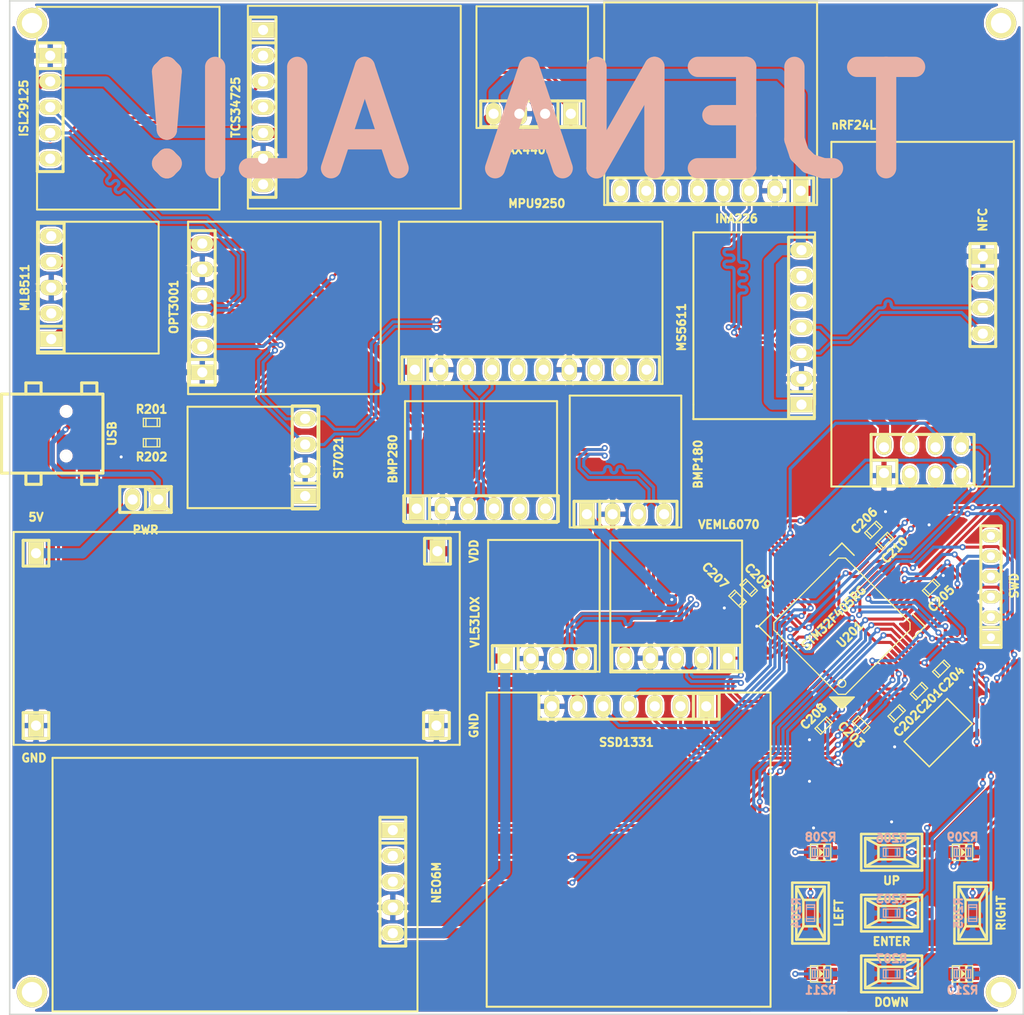
<source format=kicad_pcb>
(kicad_pcb (version 4) (host pcbnew 4.0.7-e2-6376~58~ubuntu14.04.1)
  (layers (0 F.Cu signal) (31 B.Cu signal) (34 B.Paste user hide) (35 F.Paste user hide) (36 B.SilkS user) (37 F.SilkS user) (38 B.Mask user) (39 F.Mask user) (44 Edge.Cuts user))
  (net 0 "")
  (net 1 /3V3)
  (net 2 /GND)
  (net 3 /ISL29125_INT)
  (net 4 /SSD1331_CS)
  (net 5 /SSD1331_DC)
  (net 6 /SSD1331_RES)
  (net 7 /5V)
  (net 8 /MPU9250_INT)
  (net 9 /MPU9250_FSYNC)
  (net 10 /VEML6070_ACK)
  (net 11 /ML8511_OUT)
  (net 12 /NEO6M_PPS)
  (net 13 /NEO6M_RXD)
  (net 14 /NEO6M_TXD)
  (net 15 /TCS34725_LED)
  (net 16 /TCS34725_INT)
  (net 17 /OPT3001_INT)
  (net 18 /nRF42L01_CE)
  (net 19 /nRF42L01_CSN)
  (net 20 /nRF42L01_IRQ)
  (net 21 /STM_MOSI)
  (net 22 /STM_SCK)
  (net 23 /STM_MISO)
  (net 24 /STM32F405/OSC_OUT)
  (net 25 /STM32F405/OSC_IN)
  (net 26 "Net-(C209-Pad1)")
  (net 27 "Net-(C210-Pad1)")
  (net 28 /STM32F405/SWCLK)
  (net 29 /STM32F405/SWDIO)
  (net 30 /STM32F405/NRST)
  (net 31 /STM32F405/USB_D-)
  (net 32 /STM32F405/USB_D+)
  (net 33 "Net-(D201-Pad1)")
  (net 34 "Net-(D202-Pad1)")
  (net 35 "Net-(D203-Pad1)")
  (net 36 "Net-(D204-Pad1)")
  (net 37 "Net-(R201-Pad1)")
  (net 38 "Net-(R202-Pad2)")
  (net 39 /STM32F405/BTN_ENTER)
  (net 40 /STM32F405/BTN_LEFT)
  (net 41 /STM32F405/BTN_RIGHT)
  (net 42 /STM32F405/BTN_UP)
  (net 43 /STM32F405/BTN_DOWN)
  (net 44 /STM32F405/LED1)
  (net 45 /STM32F405/LED0)
  (net 46 /STM32F405/LED3)
  (net 47 /STM32F405/LED2)
  (net 48 "Net-(J202-Pad2)")
  (net 49 /I2C+)
  (net 50 /I2C-)
  (module w_smd_lqfp:lqfp64 (layer F.Cu) (at 187.1 111.7 45)
    (fp_text reference U201 (at 0 1.143 45) (layer F.SilkS) (effects (font (size 0.8 0.8) (thickness 0.2))))
    (fp_text value STM32F405RG (at 0 -1.143 45) (layer F.SilkS) (effects (font (size 0.8 0.8) (thickness 0.2))))
    (pad 4 smd rect (at -2.25044 5.75056 45) (size 0.35052 1.30048) (layers F.Cu F.Paste F.Mask))
    (pad 5 smd rect (at -1.75006 5.75056 45) (size 0.35052 1.30048) (layers F.Cu F.Paste F.Mask) (net 25 /STM32F405/OSC_IN))
    (pad 6 smd rect (at -1.24968 5.75056 45) (size 0.35052 1.30048) (layers F.Cu F.Paste F.Mask) (net 24 /STM32F405/OSC_OUT))
    (pad 7 smd rect (at -0.7493 5.75056 45) (size 0.35052 1.30048) (layers F.Cu F.Paste F.Mask) (net 30 /STM32F405/NRST))
    (pad 8 smd rect (at -0.24892 5.75056 45) (size 0.35052 1.30048) (layers F.Cu F.Paste F.Mask))
    (pad 1 smd rect (at -3.74904 5.75056 45) (size 0.35052 1.30048) (layers F.Cu F.Paste F.Mask) (net 1 /3V3))
    (pad 2 smd rect (at -3.2512 5.75056 45) (size 0.35052 1.30048) (layers F.Cu F.Paste F.Mask))
    (pad 3 smd rect (at -2.75082 5.75056 45) (size 0.35052 1.30048) (layers F.Cu F.Paste F.Mask))
    (pad 17 smd rect (at 5.75056 3.74904 45) (size 1.30048 0.35052) (layers F.Cu F.Paste F.Mask) (net 44 /STM32F405/LED1))
    (pad 18 smd rect (at 5.75056 3.2512 45) (size 1.30048 0.35052) (layers F.Cu F.Paste F.Mask) (net 2 /GND))
    (pad 19 smd rect (at 5.75056 2.75082 45) (size 1.30048 0.35052) (layers F.Cu F.Paste F.Mask) (net 1 /3V3))
    (pad 20 smd rect (at 5.75056 2.25044 45) (size 1.30048 0.35052) (layers F.Cu F.Paste F.Mask) (net 15 /TCS34725_LED))
    (pad 21 smd rect (at 5.75056 1.75006 45) (size 1.30048 0.35052) (layers F.Cu F.Paste F.Mask) (net 16 /TCS34725_INT))
    (pad 22 smd rect (at 5.75056 1.24968 45) (size 1.30048 0.35052) (layers F.Cu F.Paste F.Mask) (net 45 /STM32F405/LED0))
    (pad 23 smd rect (at 5.75056 0.7493 45) (size 1.30048 0.35052) (layers F.Cu F.Paste F.Mask) (net 46 /STM32F405/LED3))
    (pad 24 smd rect (at 5.75056 0.24892 45) (size 1.30048 0.35052) (layers F.Cu F.Paste F.Mask) (net 42 /STM32F405/BTN_UP))
    (pad 33 smd rect (at 3.74904 -5.75056 45) (size 0.35052 1.30048) (layers F.Cu F.Paste F.Mask) (net 18 /nRF42L01_CE))
    (pad 34 smd rect (at 3.2512 -5.75056 45) (size 0.35052 1.30048) (layers F.Cu F.Paste F.Mask))
    (pad 35 smd rect (at 2.75082 -5.75056 45) (size 0.35052 1.30048) (layers F.Cu F.Paste F.Mask) (net 21 /STM_MOSI))
    (pad 36 smd rect (at 2.25044 -5.75056 45) (size 0.35052 1.30048) (layers F.Cu F.Paste F.Mask) (net 23 /STM_MISO))
    (pad 37 smd rect (at 1.75006 -5.75056 45) (size 0.35052 1.30048) (layers F.Cu F.Paste F.Mask) (net 9 /MPU9250_FSYNC))
    (pad 38 smd rect (at 1.24968 -5.75056 45) (size 0.35052 1.30048) (layers F.Cu F.Paste F.Mask) (net 8 /MPU9250_INT))
    (pad 39 smd rect (at 0.7493 -5.75056 45) (size 0.35052 1.30048) (layers F.Cu F.Paste F.Mask) (net 3 /ISL29125_INT))
    (pad 40 smd rect (at 0.24892 -5.75056 45) (size 0.35052 1.30048) (layers F.Cu F.Paste F.Mask) (net 17 /OPT3001_INT))
    (pad 49 smd rect (at -5.75056 -3.74904 45) (size 1.30048 0.35052) (layers F.Cu F.Paste F.Mask) (net 28 /STM32F405/SWCLK))
    (pad 50 smd rect (at -5.75056 -3.2512 45) (size 1.30048 0.35052) (layers F.Cu F.Paste F.Mask))
    (pad 51 smd rect (at -5.75056 -2.75082 45) (size 1.30048 0.35052) (layers F.Cu F.Paste F.Mask) (net 10 /VEML6070_ACK))
    (pad 52 smd rect (at -5.75056 -2.25044 45) (size 1.30048 0.35052) (layers F.Cu F.Paste F.Mask) (net 19 /nRF42L01_CSN))
    (pad 53 smd rect (at -5.75056 -1.75006 45) (size 1.30048 0.35052) (layers F.Cu F.Paste F.Mask) (net 20 /nRF42L01_IRQ))
    (pad 54 smd rect (at -5.75056 -1.24968 45) (size 1.30048 0.35052) (layers F.Cu F.Paste F.Mask))
    (pad 55 smd rect (at -5.75056 -0.7493 45) (size 1.30048 0.35052) (layers F.Cu F.Paste F.Mask))
    (pad 56 smd rect (at -5.75056 -0.24892 45) (size 1.30048 0.35052) (layers F.Cu F.Paste F.Mask))
    (pad 9 smd rect (at 0.24892 5.75056 45) (size 0.35052 1.30048) (layers F.Cu F.Paste F.Mask) (net 4 /SSD1331_CS))
    (pad 10 smd rect (at 0.7493 5.75056 45) (size 0.35052 1.30048) (layers F.Cu F.Paste F.Mask) (net 5 /SSD1331_DC))
    (pad 11 smd rect (at 1.24968 5.75056 45) (size 0.35052 1.30048) (layers F.Cu F.Paste F.Mask) (net 6 /SSD1331_RES))
    (pad 25 smd rect (at 5.75056 -0.24892 45) (size 1.30048 0.35052) (layers F.Cu F.Paste F.Mask) (net 39 /STM32F405/BTN_ENTER))
    (pad 26 smd rect (at 5.75056 -0.7493 45) (size 1.30048 0.35052) (layers F.Cu F.Paste F.Mask) (net 41 /STM32F405/BTN_RIGHT))
    (pad 27 smd rect (at 5.75056 -1.24968 45) (size 1.30048 0.35052) (layers F.Cu F.Paste F.Mask) (net 43 /STM32F405/BTN_DOWN))
    (pad 41 smd rect (at -0.24892 -5.75056 45) (size 0.35052 1.30048) (layers F.Cu F.Paste F.Mask))
    (pad 42 smd rect (at -0.7493 -5.75056 45) (size 0.35052 1.30048) (layers F.Cu F.Paste F.Mask) (net 13 /NEO6M_RXD))
    (pad 43 smd rect (at -1.24968 -5.75056 45) (size 0.35052 1.30048) (layers F.Cu F.Paste F.Mask) (net 14 /NEO6M_TXD))
    (pad 57 smd rect (at -5.75056 0.24892 45) (size 1.30048 0.35052) (layers F.Cu F.Paste F.Mask))
    (pad 58 smd rect (at -5.75056 0.7493 45) (size 1.30048 0.35052) (layers F.Cu F.Paste F.Mask) (net 49 /I2C+))
    (pad 59 smd rect (at -5.75056 1.24968 45) (size 1.30048 0.35052) (layers F.Cu F.Paste F.Mask) (net 50 /I2C-))
    (pad 12 smd rect (at 1.75006 5.75056 45) (size 0.35052 1.30048) (layers F.Cu F.Paste F.Mask) (net 2 /GND))
    (pad 13 smd rect (at 2.25044 5.75056 45) (size 0.35052 1.30048) (layers F.Cu F.Paste F.Mask) (net 1 /3V3))
    (pad 14 smd rect (at 2.75082 5.75056 45) (size 0.35052 1.30048) (layers F.Cu F.Paste F.Mask) (net 12 /NEO6M_PPS))
    (pad 15 smd rect (at 3.2512 5.75056 45) (size 0.35052 1.30048) (layers F.Cu F.Paste F.Mask) (net 11 /ML8511_OUT))
    (pad 16 smd rect (at 3.74904 5.75056 45) (size 0.35052 1.30048) (layers F.Cu F.Paste F.Mask) (net 47 /STM32F405/LED2))
    (pad 28 smd rect (at 5.75056 -1.75006 45) (size 1.30048 0.35052) (layers F.Cu F.Paste F.Mask))
    (pad 29 smd rect (at 5.75056 -2.25044 45) (size 1.30048 0.35052) (layers F.Cu F.Paste F.Mask) (net 22 /STM_SCK))
    (pad 30 smd rect (at 5.75056 -2.75082 45) (size 1.30048 0.35052) (layers F.Cu F.Paste F.Mask))
    (pad 31 smd rect (at 5.75056 -3.2512 45) (size 1.30048 0.35052) (layers F.Cu F.Paste F.Mask) (net 27 "Net-(C210-Pad1)"))
    (pad 32 smd rect (at 5.75056 -3.74904 45) (size 1.30048 0.35052) (layers F.Cu F.Paste F.Mask) (net 1 /3V3))
    (pad 44 smd rect (at -1.75006 -5.75056 45) (size 0.35052 1.30048) (layers F.Cu F.Paste F.Mask) (net 31 /STM32F405/USB_D-))
    (pad 45 smd rect (at -2.25044 -5.75056 45) (size 0.35052 1.30048) (layers F.Cu F.Paste F.Mask) (net 32 /STM32F405/USB_D+))
    (pad 46 smd rect (at -2.75082 -5.75056 45) (size 0.35052 1.30048) (layers F.Cu F.Paste F.Mask) (net 29 /STM32F405/SWDIO))
    (pad 47 smd rect (at -3.2512 -5.75056 45) (size 0.35052 1.30048) (layers F.Cu F.Paste F.Mask) (net 26 "Net-(C209-Pad1)"))
    (pad 48 smd rect (at -3.74904 -5.75056 45) (size 0.35052 1.30048) (layers F.Cu F.Paste F.Mask) (net 1 /3V3))
    (pad 60 smd rect (at -5.75056 1.75006 45) (size 1.30048 0.35052) (layers F.Cu F.Paste F.Mask) (net 2 /GND))
    (pad 61 smd rect (at -5.75056 2.25044 45) (size 1.30048 0.35052) (layers F.Cu F.Paste F.Mask))
    (pad 62 smd rect (at -5.75056 2.75082 45) (size 1.30048 0.35052) (layers F.Cu F.Paste F.Mask))
    (pad 63 smd rect (at -5.75056 3.2512 45) (size 1.30048 0.35052) (layers F.Cu F.Paste F.Mask) (net 2 /GND))
    (pad 64 smd rect (at -5.75056 3.74904 45) (size 1.30048 0.35052) (layers F.Cu F.Paste F.Mask) (net 1 /3V3))
  )
  (module freaquency:Chrystal_3.5x6mm (layer F.Cu) (at 196.6 122.2 45)
    (fp_text reference X201 hide)
    (fp_text value 8MHz hide)
    (pad 1 smd rect (at -2.2 1.2 45) (size 2 1.5) (layers F.Cu F.Paste F.Mask) (net 25 /STM32F405/OSC_IN))
    (pad 2 smd rect (at 2.2 1.2 45) (size 2 1.5) (layers F.Cu F.Paste F.Mask) (net 2 /GND))
    (pad 3 smd rect (at 2.2 -1.2 45) (size 2 1.5) (layers F.Cu F.Paste F.Mask) (net 24 /STM32F405/OSC_OUT))
    (pad 4 smd rect (at -2.2 -1.2 45) (size 2 1.5) (layers F.Cu F.Paste F.Mask) (net 2 /GND))
  )
  (module w_pin_strip:pin_socket_4 (layer F.Cu) (at 157.699468 114.889744)
    (fp_text reference J101 hide)
    (fp_text value VL53L0X (at -6.799468 -3.589744 90) (layer F.SilkS) (effects (font (size 0.8 0.8) (thickness 0.2))))
    (pad 1 thru_hole rect (at -3.81 0) (size 1.524 2.19964) (drill 1.00076) (layers *.Cu *.Mask F.SilkS) (net 1 /3V3))
    (pad 2 thru_hole oval (at -1.27 0) (size 1.524 2.19964) (drill 1.00076) (layers *.Cu *.Mask F.SilkS) (net 2 /GND))
    (pad 3 thru_hole oval (at 1.27 0) (size 1.524 2.19964) (drill 1.00076) (layers *.Cu *.Mask F.SilkS) (net 49 /I2C+))
    (pad 4 thru_hole oval (at 3.81 0) (size 1.524 2.19964) (drill 1.00076) (layers *.Cu *.Mask F.SilkS) (net 50 /I2C-))
  )
  (module w_pin_strip:pin_socket_5 (layer F.Cu) (at 109 60.5 270)
    (fp_text reference J102 hide)
    (fp_text value ISL29125 (at 0.1 2.6 270) (layer F.SilkS) (effects (font (size 0.8 0.8) (thickness 0.2))))
    (pad 1 thru_hole rect (at -5.08 0 270) (size 1.524 2.19964) (drill 1.00076) (layers *.Cu *.Mask F.SilkS) (net 2 /GND))
    (pad 2 thru_hole oval (at -2.54 0 270) (size 1.524 2.19964) (drill 1.00076) (layers *.Cu *.Mask F.SilkS) (net 1 /3V3))
    (pad 3 thru_hole oval (at 0 0 270) (size 1.524 2.19964) (drill 1.00076) (layers *.Cu *.Mask F.SilkS) (net 50 /I2C-))
    (pad 4 thru_hole oval (at 2.54 0 270) (size 1.524 2.19964) (drill 1.00076) (layers *.Cu *.Mask F.SilkS) (net 49 /I2C+))
    (pad 5 thru_hole oval (at 5.08 0 270) (size 1.524 2.19964) (drill 1.00076) (layers *.Cu *.Mask F.SilkS) (net 3 /ISL29125_INT))
  )
  (module w_pin_strip:pin_socket_7 (layer F.Cu) (at 166.1 119.6 180)
    (fp_text reference J103 hide)
    (fp_text value SSD1331 (at 0.254 -3.556 180) (layer F.SilkS) (effects (font (size 0.8 0.8) (thickness 0.2))))
    (pad 1 thru_hole rect (at -7.62 0 180) (size 1.524 2.19964) (drill 1.00076) (layers *.Cu *.Mask F.SilkS) (net 4 /SSD1331_CS))
    (pad 2 thru_hole oval (at -5.08 0 180) (size 1.524 2.19964) (drill 1.00076) (layers *.Cu *.Mask F.SilkS) (net 5 /SSD1331_DC))
    (pad 3 thru_hole oval (at -2.54 0 180) (size 1.524 2.19964) (drill 1.00076) (layers *.Cu *.Mask F.SilkS) (net 6 /SSD1331_RES))
    (pad 4 thru_hole oval (at 0 0 180) (size 1.524 2.19964) (drill 1.00076) (layers *.Cu *.Mask F.SilkS) (net 21 /STM_MOSI))
    (pad 5 thru_hole oval (at 2.54 0 180) (size 1.524 2.19964) (drill 1.00076) (layers *.Cu *.Mask F.SilkS) (net 22 /STM_SCK))
    (pad 6 thru_hole oval (at 5.08 0 180) (size 1.524 2.19964) (drill 1.00076) (layers *.Cu *.Mask F.SilkS) (net 7 /5V))
    (pad 7 thru_hole oval (at 7.62 0 180) (size 1.524 2.19964) (drill 1.00076) (layers *.Cu *.Mask F.SilkS) (net 2 /GND))
  )
  (module w_pin_strip:pin_socket_10 (layer F.Cu) (at 156.4 86.4)
    (fp_text reference J104 hide)
    (fp_text value MPU9250 (at 0.6 -16.4) (layer F.SilkS) (effects (font (size 0.8 0.8) (thickness 0.2))))
    (pad 1 thru_hole rect (at -11.43 0) (size 1.524 2.19964) (drill 1.00076) (layers *.Cu *.Mask F.SilkS) (net 1 /3V3))
    (pad 2 thru_hole oval (at -8.89 0) (size 1.524 2.19964) (drill 1.00076) (layers *.Cu *.Mask F.SilkS) (net 2 /GND))
    (pad 3 thru_hole oval (at -6.35 0) (size 1.524 2.19964) (drill 1.00076) (layers *.Cu *.Mask F.SilkS) (net 49 /I2C+))
    (pad 4 thru_hole oval (at -3.81 0) (size 1.524 2.19964) (drill 1.00076) (layers *.Cu *.Mask F.SilkS) (net 50 /I2C-))
    (pad 5 thru_hole oval (at -1.27 0) (size 1.524 2.19964) (drill 1.00076) (layers *.Cu *.Mask F.SilkS))
    (pad 6 thru_hole oval (at 1.27 0) (size 1.524 2.19964) (drill 1.00076) (layers *.Cu *.Mask F.SilkS))
    (pad 7 thru_hole oval (at 3.81 0) (size 1.524 2.19964) (drill 1.00076) (layers *.Cu *.Mask F.SilkS) (net 2 /GND))
    (pad 8 thru_hole oval (at 6.35 0) (size 1.524 2.19964) (drill 1.00076) (layers *.Cu *.Mask F.SilkS) (net 8 /MPU9250_INT))
    (pad 9 thru_hole oval (at 8.89 0) (size 1.524 2.19964) (drill 1.00076) (layers *.Cu *.Mask F.SilkS))
    (pad 10 thru_hole oval (at 11.43 0) (size 1.524 2.19964) (drill 1.00076) (layers *.Cu *.Mask F.SilkS) (net 9 /MPU9250_FSYNC))
  )
  (module w_pin_strip:pin_socket_4 (layer F.Cu) (at 165.75 100.65)
    (fp_text reference J105 hide)
    (fp_text value BMP180 (at 7.16 -4.93 90) (layer F.SilkS) (effects (font (size 0.8 0.8) (thickness 0.2))))
    (pad 1 thru_hole rect (at -3.81 0) (size 1.524 2.19964) (drill 1.00076) (layers *.Cu *.Mask F.SilkS) (net 1 /3V3))
    (pad 2 thru_hole oval (at -1.27 0) (size 1.524 2.19964) (drill 1.00076) (layers *.Cu *.Mask F.SilkS) (net 2 /GND))
    (pad 3 thru_hole oval (at 1.27 0) (size 1.524 2.19964) (drill 1.00076) (layers *.Cu *.Mask F.SilkS) (net 49 /I2C+))
    (pad 4 thru_hole oval (at 3.81 0) (size 1.524 2.19964) (drill 1.00076) (layers *.Cu *.Mask F.SilkS) (net 50 /I2C-))
  )
  (module w_pin_strip:pin_socket_5 (layer F.Cu) (at 170.75 114.85 180)
    (fp_text reference J106 hide)
    (fp_text value VEML6070 (at -5.2 13.18 180) (layer F.SilkS) (effects (font (size 0.8 0.8) (thickness 0.2))))
    (pad 1 thru_hole rect (at -5.08 0 180) (size 1.524 2.19964) (drill 1.00076) (layers *.Cu *.Mask F.SilkS) (net 10 /VEML6070_ACK))
    (pad 2 thru_hole oval (at -2.54 0 180) (size 1.524 2.19964) (drill 1.00076) (layers *.Cu *.Mask F.SilkS) (net 50 /I2C-))
    (pad 3 thru_hole oval (at 0 0 180) (size 1.524 2.19964) (drill 1.00076) (layers *.Cu *.Mask F.SilkS) (net 49 /I2C+))
    (pad 4 thru_hole oval (at 2.54 0 180) (size 1.524 2.19964) (drill 1.00076) (layers *.Cu *.Mask F.SilkS) (net 2 /GND))
    (pad 5 thru_hole oval (at 5.08 0 180) (size 1.524 2.19964) (drill 1.00076) (layers *.Cu *.Mask F.SilkS) (net 1 /3V3))
  )
  (module w_pin_strip:pin_socket_5 (layer F.Cu) (at 142.8 136.9 270)
    (fp_text reference J110 hide)
    (fp_text value NEO6M (at 0.1 -4.3 270) (layer F.SilkS) (effects (font (size 0.8 0.8) (thickness 0.2))))
    (pad 1 thru_hole rect (at -5.08 0 270) (size 1.524 2.19964) (drill 1.00076) (layers *.Cu *.Mask F.SilkS) (net 12 /NEO6M_PPS))
    (pad 2 thru_hole oval (at -2.54 0 270) (size 1.524 2.19964) (drill 1.00076) (layers *.Cu *.Mask F.SilkS) (net 13 /NEO6M_RXD))
    (pad 3 thru_hole oval (at 0 0 270) (size 1.524 2.19964) (drill 1.00076) (layers *.Cu *.Mask F.SilkS) (net 14 /NEO6M_TXD))
    (pad 4 thru_hole oval (at 2.54 0 270) (size 1.524 2.19964) (drill 1.00076) (layers *.Cu *.Mask F.SilkS) (net 2 /GND))
    (pad 5 thru_hole oval (at 5.08 0 270) (size 1.524 2.19964) (drill 1.00076) (layers *.Cu *.Mask F.SilkS) (net 1 /3V3))
  )
  (module w_pin_strip:pin_socket_4 (layer F.Cu) (at 134.15 95.05 90)
    (fp_text reference J111 hide)
    (fp_text value Si7021 (at 0 3.3 90) (layer F.SilkS) (effects (font (size 0.8 0.8) (thickness 0.2))))
    (pad 1 thru_hole rect (at -3.81 0 90) (size 1.524 2.19964) (drill 1.00076) (layers *.Cu *.Mask F.SilkS) (net 1 /3V3))
    (pad 2 thru_hole oval (at -1.27 0 90) (size 1.524 2.19964) (drill 1.00076) (layers *.Cu *.Mask F.SilkS) (net 2 /GND))
    (pad 3 thru_hole oval (at 1.27 0 90) (size 1.524 2.19964) (drill 1.00076) (layers *.Cu *.Mask F.SilkS) (net 49 /I2C+))
    (pad 4 thru_hole oval (at 3.81 0 90) (size 1.524 2.19964) (drill 1.00076) (layers *.Cu *.Mask F.SilkS) (net 50 /I2C-))
  )
  (module w_pin_strip:pin_socket_7 (layer F.Cu) (at 130 60.5 270)
    (fp_text reference J112 hide)
    (fp_text value TCS34725 (at 0 2.7 270) (layer F.SilkS) (effects (font (size 0.8 0.8) (thickness 0.2))))
    (pad 1 thru_hole rect (at -7.62 0 270) (size 1.524 2.19964) (drill 1.00076) (layers *.Cu *.Mask F.SilkS) (net 15 /TCS34725_LED))
    (pad 2 thru_hole oval (at -5.08 0 270) (size 1.524 2.19964) (drill 1.00076) (layers *.Cu *.Mask F.SilkS) (net 16 /TCS34725_INT))
    (pad 3 thru_hole oval (at -2.54 0 270) (size 1.524 2.19964) (drill 1.00076) (layers *.Cu *.Mask F.SilkS) (net 50 /I2C-))
    (pad 4 thru_hole oval (at 0 0 270) (size 1.524 2.19964) (drill 1.00076) (layers *.Cu *.Mask F.SilkS) (net 49 /I2C+))
    (pad 5 thru_hole oval (at 2.54 0 270) (size 1.524 2.19964) (drill 1.00076) (layers *.Cu *.Mask F.SilkS) (net 1 /3V3))
    (pad 6 thru_hole oval (at 5.08 0 270) (size 1.524 2.19964) (drill 1.00076) (layers *.Cu *.Mask F.SilkS) (net 2 /GND))
    (pad 7 thru_hole oval (at 7.62 0 270) (size 1.524 2.19964) (drill 1.00076) (layers *.Cu *.Mask F.SilkS))
  )
  (module w_pin_strip:pin_socket_4 (layer F.Cu) (at 156.55 61.15 180)
    (fp_text reference J113 hide)
    (fp_text value MAX44009 (at 0.254 -3.556 180) (layer F.SilkS) (effects (font (size 0.8 0.8) (thickness 0.2))))
    (pad 1 thru_hole rect (at -3.81 0 180) (size 1.524 2.19964) (drill 1.00076) (layers *.Cu *.Mask F.SilkS) (net 50 /I2C-))
    (pad 2 thru_hole oval (at -1.27 0 180) (size 1.524 2.19964) (drill 1.00076) (layers *.Cu *.Mask F.SilkS) (net 49 /I2C+))
    (pad 3 thru_hole oval (at 1.27 0 180) (size 1.524 2.19964) (drill 1.00076) (layers *.Cu *.Mask F.SilkS) (net 2 /GND))
    (pad 4 thru_hole oval (at 3.81 0 180) (size 1.524 2.19964) (drill 1.00076) (layers *.Cu *.Mask F.SilkS) (net 1 /3V3))
  )
  (module w_pin_strip:pin_socket_6 (layer F.Cu) (at 124 80.3 90)
    (fp_text reference J114 hide)
    (fp_text value OPT3001 (at 0.1 -2.8 90) (layer F.SilkS) (effects (font (size 0.8 0.8) (thickness 0.2))))
    (pad 1 thru_hole rect (at -6.35 0 90) (size 1.524 2.19964) (drill 1.00076) (layers *.Cu *.Mask F.SilkS) (net 2 /GND))
    (pad 2 thru_hole oval (at -3.81 0 90) (size 1.524 2.19964) (drill 1.00076) (layers *.Cu *.Mask F.SilkS) (net 17 /OPT3001_INT))
    (pad 3 thru_hole oval (at -1.27 0 90) (size 1.524 2.19964) (drill 1.00076) (layers *.Cu *.Mask F.SilkS) (net 50 /I2C-))
    (pad 4 thru_hole oval (at 1.27 0 90) (size 1.524 2.19964) (drill 1.00076) (layers *.Cu *.Mask F.SilkS) (net 49 /I2C+))
    (pad 5 thru_hole oval (at 3.81 0 90) (size 1.524 2.19964) (drill 1.00076) (layers *.Cu *.Mask F.SilkS) (net 2 /GND))
    (pad 6 thru_hole oval (at 6.35 0 90) (size 1.524 2.19964) (drill 1.00076) (layers *.Cu *.Mask F.SilkS) (net 1 /3V3))
  )
  (module w_pin_strip:pin_strip_5 (layer F.Cu) (at 109.1 78.3 90)
    (fp_text reference J107 hide)
    (fp_text value ML8511 (at 0 -2.6 90) (layer F.SilkS) (effects (font (size 0.8 0.8) (thickness 0.2))))
    (pad 1 thru_hole rect (at -5.08 0 90) (size 1.524 2.19964) (drill 1.00076) (layers *.Cu *.Mask F.SilkS) (net 1 /3V3))
    (pad 2 thru_hole oval (at -2.54 0 90) (size 1.524 2.19964) (drill 1.00076) (layers *.Cu *.Mask F.SilkS) (net 11 /ML8511_OUT))
    (pad 3 thru_hole oval (at 0 0 90) (size 1.524 2.19964) (drill 1.00076) (layers *.Cu *.Mask F.SilkS) (net 2 /GND))
    (pad 4 thru_hole oval (at 2.54 0 90) (size 1.524 2.19964) (drill 1.00076) (layers *.Cu *.Mask F.SilkS) (net 1 /3V3))
    (pad 5 thru_hole oval (at 5.08 0 90) (size 1.524 2.19964) (drill 1.00076) (layers *.Cu *.Mask F.SilkS))
  )
  (module w_pin_strip:pin_socket_8 (layer F.Cu) (at 174.15 68.75 180)
    (fp_text reference J109 hide)
    (fp_text value INA226 (at -2.55 -2.75 180) (layer F.SilkS) (effects (font (size 0.8 0.8) (thickness 0.2))))
    (pad 1 thru_hole rect (at -8.89 0 180) (size 1.524 2.19964) (drill 1.00076) (layers *.Cu *.Mask F.SilkS) (net 1 /3V3))
    (pad 2 thru_hole oval (at -6.35 0 180) (size 1.524 2.19964) (drill 1.00076) (layers *.Cu *.Mask F.SilkS) (net 2 /GND))
    (pad 3 thru_hole oval (at -3.81 0 180) (size 1.524 2.19964) (drill 1.00076) (layers *.Cu *.Mask F.SilkS) (net 49 /I2C+))
    (pad 4 thru_hole oval (at -1.27 0 180) (size 1.524 2.19964) (drill 1.00076) (layers *.Cu *.Mask F.SilkS) (net 50 /I2C-))
    (pad 5 thru_hole oval (at 1.27 0 180) (size 1.524 2.19964) (drill 1.00076) (layers *.Cu *.Mask F.SilkS))
    (pad 6 thru_hole oval (at 3.81 0 180) (size 1.524 2.19964) (drill 1.00076) (layers *.Cu *.Mask F.SilkS))
    (pad 7 thru_hole oval (at 6.35 0 180) (size 1.524 2.19964) (drill 1.00076) (layers *.Cu *.Mask F.SilkS))
    (pad 8 thru_hole oval (at 8.89 0 180) (size 1.524 2.19964) (drill 1.00076) (layers *.Cu *.Mask F.SilkS))
  )
  (module w_pin_strip:pin_socket_4 (layer F.Cu) (at 201 79.03 270)
    (fp_text reference J122 hide)
    (fp_text value NFC (at -7.43 0 270) (layer F.SilkS) (effects (font (size 0.8 0.8) (thickness 0.2))))
    (pad 1 thru_hole rect (at -3.81 0 270) (size 1.524 2.19964) (drill 1.00076) (layers *.Cu *.Mask F.SilkS) (net 2 /GND))
    (pad 2 thru_hole oval (at -1.27 0 270) (size 1.524 2.19964) (drill 1.00076) (layers *.Cu *.Mask F.SilkS) (net 1 /3V3))
    (pad 3 thru_hole oval (at 1.27 0 270) (size 1.524 2.19964) (drill 1.00076) (layers *.Cu *.Mask F.SilkS) (net 50 /I2C-))
    (pad 4 thru_hole oval (at 3.81 0 270) (size 1.524 2.19964) (drill 1.00076) (layers *.Cu *.Mask F.SilkS) (net 49 /I2C+))
  )
  (module w_pin_strip:pin_socket_4x2 (layer F.Cu) (at 195.06 95.32)
    (fp_text reference J123 hide)
    (fp_text value nRF24L01 (at -6.03 -33.05) (layer F.SilkS) (effects (font (size 0.8 0.8) (thickness 0.2))))
    (pad 1 thru_hole rect (at -3.81 1.27) (size 1.524 1.99898) (drill 1.00076 (offset 0 0.24892)) (layers *.Cu *.Mask F.SilkS) (net 2 /GND))
    (pad 2 thru_hole oval (at -3.81 -1.27) (size 1.524 1.99898) (drill 1.00076 (offset 0 -0.24892)) (layers *.Cu *.Mask F.SilkS) (net 1 /3V3))
    (pad 3 thru_hole oval (at -1.27 1.27) (size 1.524 1.99898) (drill 1.00076 (offset 0 0.24892)) (layers *.Cu *.Mask F.SilkS) (net 18 /nRF42L01_CE))
    (pad 4 thru_hole oval (at -1.27 -1.27) (size 1.524 1.99898) (drill 1.00076 (offset 0 -0.24892)) (layers *.Cu *.Mask F.SilkS) (net 19 /nRF42L01_CSN))
    (pad 5 thru_hole oval (at 1.27 1.27) (size 1.524 1.99898) (drill 1.00076 (offset 0 0.24892)) (layers *.Cu *.Mask F.SilkS) (net 22 /STM_SCK))
    (pad 6 thru_hole oval (at 1.27 -1.27) (size 1.524 1.99898) (drill 1.00076 (offset 0 -0.24892)) (layers *.Cu *.Mask F.SilkS) (net 21 /STM_MOSI))
    (pad 7 thru_hole oval (at 3.81 1.27) (size 1.524 1.99898) (drill 1.00076 (offset 0 0.24892)) (layers *.Cu *.Mask F.SilkS) (net 23 /STM_MISO))
    (pad 8 thru_hole oval (at 3.81 -1.27) (size 1.524 1.99898) (drill 1.00076 (offset 0 -0.24892)) (layers *.Cu *.Mask F.SilkS) (net 20 /nRF42L01_IRQ))
  )
  (module w_pin_strip:pin_strip_6 (layer F.Cu) (at 151.5 100.1)
    (fp_text reference J108 hide)
    (fp_text value BMP280 (at -8.7 -4.9 90) (layer F.SilkS) (effects (font (size 0.8 0.8) (thickness 0.2))))
    (pad 1 thru_hole rect (at -6.35 0) (size 1.524 2.19964) (drill 1.00076) (layers *.Cu *.Mask F.SilkS) (net 1 /3V3))
    (pad 2 thru_hole oval (at -3.81 0) (size 1.524 2.19964) (drill 1.00076) (layers *.Cu *.Mask F.SilkS) (net 2 /GND))
    (pad 3 thru_hole oval (at -1.27 0) (size 1.524 2.19964) (drill 1.00076) (layers *.Cu *.Mask F.SilkS) (net 49 /I2C+))
    (pad 4 thru_hole oval (at 1.27 0) (size 1.524 2.19964) (drill 1.00076) (layers *.Cu *.Mask F.SilkS) (net 50 /I2C-))
    (pad 5 thru_hole oval (at 3.81 0) (size 1.524 2.19964) (drill 1.00076) (layers *.Cu *.Mask F.SilkS))
    (pad 6 thru_hole oval (at 6.35 0) (size 1.524 2.19964) (drill 1.00076) (layers *.Cu *.Mask F.SilkS))
  )
  (module w_smd_cap:c_0603 (layer F.Cu) (at 194.7 118.1 225)
    (fp_text reference C201 (at 0 -1.414214 225) (layer F.SilkS) (effects (font (size 0.8 0.8) (thickness 0.2))))
    (fp_text value 15pF hide)
    (pad 1 smd rect (at 0.75184 0 225) (size 0.89916 1.00076) (layers F.Cu F.Paste F.Mask) (net 24 /STM32F405/OSC_OUT))
    (pad 2 smd rect (at -0.75184 0 225) (size 0.89916 1.00076) (layers F.Cu F.Paste F.Mask) (net 2 /GND))
  )
  (module w_smd_cap:c_0603 (layer F.Cu) (at 192.5 120.3 45)
    (fp_text reference C202 (at 0 1.414214 45) (layer F.SilkS) (effects (font (size 0.8 0.8) (thickness 0.2))))
    (fp_text value 15pF hide)
    (pad 1 smd rect (at 0.75184 0 45) (size 0.89916 1.00076) (layers F.Cu F.Paste F.Mask) (net 25 /STM32F405/OSC_IN))
    (pad 2 smd rect (at -0.75184 0 45) (size 0.89916 1.00076) (layers F.Cu F.Paste F.Mask) (net 2 /GND))
  )
  (module w_smd_cap:c_0603 (layer F.Cu) (at 189 121.4 135)
    (fp_text reference C203 (at 0 -1.414214 135) (layer F.SilkS) (effects (font (size 0.8 0.8) (thickness 0.2))))
    (fp_text value 2.2µF hide)
    (pad 1 smd rect (at 0.75184 0 135) (size 0.89916 1.00076) (layers F.Cu F.Paste F.Mask) (net 1 /3V3))
    (pad 2 smd rect (at -0.75184 0 135) (size 0.89916 1.00076) (layers F.Cu F.Paste F.Mask) (net 2 /GND))
  )
  (module w_smd_cap:c_0603 (layer F.Cu) (at 196.9 115.9 225)
    (fp_text reference C204 (at 0.048344 -1.462558 225) (layer F.SilkS) (effects (font (size 0.8 0.8) (thickness 0.2))))
    (fp_text value 2.2µF hide)
    (pad 1 smd rect (at 0.75184 0 225) (size 0.89916 1.00076) (layers F.Cu F.Paste F.Mask) (net 1 /3V3))
    (pad 2 smd rect (at -0.75184 0 225) (size 0.89916 1.00076) (layers F.Cu F.Paste F.Mask) (net 2 /GND))
  )
  (module w_smd_cap:c_0603 (layer F.Cu) (at 195.9 107.9 225)
    (fp_text reference C205 (at 0.070711 -1.484924 225) (layer F.SilkS) (effects (font (size 0.8 0.8) (thickness 0.2))))
    (fp_text value 2.2µF hide)
    (pad 1 smd rect (at 0.75184 0 225) (size 0.89916 1.00076) (layers F.Cu F.Paste F.Mask) (net 1 /3V3))
    (pad 2 smd rect (at -0.75184 0 225) (size 0.89916 1.00076) (layers F.Cu F.Paste F.Mask) (net 2 /GND))
  )
  (module w_smd_cap:c_0603 (layer F.Cu) (at 190.2 102.2 225)
    (fp_text reference C206 (at 0 1.272792 225) (layer F.SilkS) (effects (font (size 0.8 0.8) (thickness 0.2))))
    (fp_text value 2.2µF hide)
    (pad 1 smd rect (at 0.75184 0 225) (size 0.89916 1.00076) (layers F.Cu F.Paste F.Mask) (net 1 /3V3))
    (pad 2 smd rect (at -0.75184 0 225) (size 0.89916 1.00076) (layers F.Cu F.Paste F.Mask) (net 2 /GND))
  )
  (module w_smd_cap:c_0603 (layer F.Cu) (at 176.8 109 315)
    (fp_text reference C207 (at -3.181981 -0.070711 315) (layer F.SilkS) (effects (font (size 0.8 0.8) (thickness 0.2))))
    (fp_text value 2.2µF hide)
    (pad 1 smd rect (at 0.75184 0 315) (size 0.89916 1.00076) (layers F.Cu F.Paste F.Mask) (net 1 /3V3))
    (pad 2 smd rect (at -0.75184 0 315) (size 0.89916 1.00076) (layers F.Cu F.Paste F.Mask) (net 2 /GND))
  )
  (module w_smd_cap:c_0603 (layer F.Cu) (at 185.3 121.5 45)
    (fp_text reference C208 (at -0.070711 -1.343503 45) (layer F.SilkS) (effects (font (size 0.8 0.8) (thickness 0.2))))
    (fp_text value 2.2µF hide)
    (pad 1 smd rect (at 0.75184 0 45) (size 0.89916 1.00076) (layers F.Cu F.Paste F.Mask) (net 1 /3V3))
    (pad 2 smd rect (at -0.75184 0 45) (size 0.89916 1.00076) (layers F.Cu F.Paste F.Mask) (net 2 /GND))
  )
  (module w_smd_cap:c_0603 (layer F.Cu) (at 177.9 107.9 315)
    (fp_text reference C209 (at -0.141421 -1.414214 315) (layer F.SilkS) (effects (font (size 0.8 0.8) (thickness 0.2))))
    (fp_text value 2.2µF hide)
    (pad 1 smd rect (at 0.75184 0 315) (size 0.89916 1.00076) (layers F.Cu F.Paste F.Mask) (net 26 "Net-(C209-Pad1)"))
    (pad 2 smd rect (at -0.75184 0 315) (size 0.89916 1.00076) (layers F.Cu F.Paste F.Mask) (net 2 /GND))
  )
  (module w_smd_cap:c_0603 (layer F.Cu) (at 191.3 103.3 225)
    (fp_text reference C210 (at -0.070711 -1.343503 225) (layer F.SilkS) (effects (font (size 0.8 0.8) (thickness 0.2))))
    (fp_text value 2.2µF hide)
    (pad 1 smd rect (at 0.75184 0 225) (size 0.89916 1.00076) (layers F.Cu F.Paste F.Mask) (net 27 "Net-(C210-Pad1)"))
    (pad 2 smd rect (at -0.75184 0 225) (size 0.89916 1.00076) (layers F.Cu F.Paste F.Mask) (net 2 /GND))
  )
  (module w_pin_strip:pin_socket_2mm_6 (layer F.Cu) (at 201.8 107.8 90)
    (fp_text reference J201 hide)
    (fp_text value SWD (at 0.1 2.3 90) (layer F.SilkS) (effects (font (size 0.8 0.8) (thickness 0.2))))
    (pad 1 thru_hole rect (at -5 0 90) (size 1.3 1.8) (drill 0.8) (layers *.Cu *.Mask F.SilkS) (net 1 /3V3))
    (pad 2 thru_hole oval (at -3 0 90) (size 1.3 1.8) (drill 0.8) (layers *.Cu *.Mask F.SilkS) (net 28 /STM32F405/SWCLK))
    (pad 3 thru_hole oval (at -1 0 90) (size 1.3 1.8) (drill 0.8) (layers *.Cu *.Mask F.SilkS) (net 2 /GND))
    (pad 4 thru_hole oval (at 1 0 90) (size 1.3 1.8) (drill 0.8) (layers *.Cu *.Mask F.SilkS) (net 29 /STM32F405/SWDIO))
    (pad 5 thru_hole oval (at 3 0 90) (size 1.3 1.8) (drill 0.8) (layers *.Cu *.Mask F.SilkS) (net 30 /STM32F405/NRST))
    (pad 6 thru_hole oval (at 5 0 90) (size 1.3 1.8) (drill 0.8) (layers *.Cu *.Mask F.SilkS))
  )
  (module w_conn_pc:conn_usb_B_mini_smd (layer F.Cu) (at 109.2 92.7 270)
    (fp_text reference U202 hide)
    (fp_text value USB (at 0 -5.90042 270) (layer F.SilkS) (effects (font (size 0.8 0.8) (thickness 0.2))))
    (pad "" smd rect (at 4.42976 -3.6195 270) (size 2.1971 2.1971) (layers F.Cu F.Paste F.Mask))
    (pad 1 smd rect (at -1.59766 -3.8989 270) (size 0.49784 2.1971) (layers F.Cu F.Paste F.Mask) (net 7 /5V))
    (pad 2 smd rect (at -0.79756 -3.8989 270) (size 0.49784 2.1971) (layers F.Cu F.Paste F.Mask) (net 37 "Net-(R201-Pad1)"))
    (pad 3 smd rect (at 0 -3.8989 270) (size 0.49784 2.1971) (layers F.Cu F.Paste F.Mask) (net 38 "Net-(R202-Pad2)"))
    (pad 4 smd rect (at 0.79756 -3.8989 270) (size 0.49784 2.1971) (layers F.Cu F.Paste F.Mask))
    (pad 5 smd rect (at 1.59766 -3.8989 270) (size 0.49784 2.1971) (layers F.Cu F.Paste F.Mask) (net 2 /GND))
    (pad "" np_thru_hole circle (at -2.1971 -1.3716 270) (size 0.89916 0.89916) (drill 0.89916) (layers *.Cu *.Mask F.SilkS))
    (pad "" np_thru_hole circle (at 2.19964 -1.3716 270) (size 0.89916 0.89916) (drill 0.89916) (layers *.Cu *.Mask F.SilkS))
    (pad "" smd rect (at -4.42976 -3.6195 270) (size 2.1971 2.1971) (layers F.Cu F.Paste F.Mask))
    (pad "" smd rect (at -4.42976 1.8796 270) (size 2.1971 2.1971) (layers F.Cu F.Paste F.Mask))
    (pad "" smd rect (at 4.42976 1.8796 270) (size 2.1971 2.1971) (layers F.Cu F.Paste F.Mask))
  )
  (module w_smd_leds:Led_0805 (layer F.Cu) (at 185 134)
    (fp_text reference D201 hide)
    (fp_text value LED hide)
    (pad 1 smd rect (at -1.04902 0) (size 1.19888 1.19888) (layers F.Cu F.Paste F.Mask) (net 33 "Net-(D201-Pad1)"))
    (pad 2 smd rect (at 1.04902 0) (size 1.19888 1.19888) (layers F.Cu F.Paste F.Mask) (net 44 /STM32F405/LED1))
  )
  (module w_smd_leds:Led_0805 (layer F.Cu) (at 199 134)
    (fp_text reference D202 hide)
    (fp_text value LED hide)
    (pad 1 smd rect (at -1.04902 0) (size 1.19888 1.19888) (layers F.Cu F.Paste F.Mask) (net 34 "Net-(D202-Pad1)"))
    (pad 2 smd rect (at 1.04902 0) (size 1.19888 1.19888) (layers F.Cu F.Paste F.Mask) (net 45 /STM32F405/LED0))
  )
  (module w_smd_leds:Led_0805 (layer F.Cu) (at 199 146)
    (fp_text reference D203 hide)
    (fp_text value LED hide)
    (pad 1 smd rect (at -1.04902 0) (size 1.19888 1.19888) (layers F.Cu F.Paste F.Mask) (net 35 "Net-(D203-Pad1)"))
    (pad 2 smd rect (at 1.04902 0) (size 1.19888 1.19888) (layers F.Cu F.Paste F.Mask) (net 46 /STM32F405/LED3))
  )
  (module w_smd_leds:Led_0805 (layer F.Cu) (at 185 146)
    (fp_text reference D204 hide)
    (fp_text value LED hide)
    (pad 1 smd rect (at -1.04902 0) (size 1.19888 1.19888) (layers F.Cu F.Paste F.Mask) (net 36 "Net-(D204-Pad1)"))
    (pad 2 smd rect (at 1.04902 0) (size 1.19888 1.19888) (layers F.Cu F.Paste F.Mask) (net 47 /STM32F405/LED2))
  )
  (module w_smd_resistors:r_0603 (layer F.Cu) (at 119 91.6 180)
    (fp_text reference R201 (at 0 1.3 180) (layer F.SilkS) (effects (font (size 0.8 0.8) (thickness 0.2))))
    (fp_text value 22R hide)
    (pad 1 smd rect (at 0.75184 0 180) (size 0.89916 1.00076) (layers F.Cu F.Paste F.Mask) (net 37 "Net-(R201-Pad1)"))
    (pad 2 smd rect (at -0.75184 0 180) (size 0.89916 1.00076) (layers F.Cu F.Paste F.Mask) (net 31 /STM32F405/USB_D-))
  )
  (module w_smd_resistors:r_0603 (layer F.Cu) (at 119 93.6)
    (fp_text reference R202 (at 0 1.4) (layer F.SilkS) (effects (font (size 0.8 0.8) (thickness 0.2))))
    (fp_text value 22R hide)
    (pad 1 smd rect (at 0.75184 0) (size 0.89916 1.00076) (layers F.Cu F.Paste F.Mask) (net 32 /STM32F405/USB_D+))
    (pad 2 smd rect (at -0.75184 0) (size 0.89916 1.00076) (layers F.Cu F.Paste F.Mask) (net 38 "Net-(R202-Pad2)"))
  )
  (module w_smd_resistors:r_0603 (layer B.Cu) (at 192 140 180)
    (fp_text reference R203 (at 0 1.4 180) (layer B.SilkS) (effects (font (size 0.8 0.8) (thickness 0.2)) (justify mirror)))
    (fp_text value R hide)
    (pad 1 smd rect (at 0.75184 0 180) (size 0.89916 1.00076) (layers B.Cu B.Paste B.Mask) (net 2 /GND))
    (pad 2 smd rect (at -0.75184 0 180) (size 0.89916 1.00076) (layers B.Cu B.Paste B.Mask) (net 39 /STM32F405/BTN_ENTER))
  )
  (module w_smd_resistors:r_0603 (layer B.Cu) (at 184 140 270)
    (fp_text reference R204 (at 0 1.4 270) (layer B.SilkS) (effects (font (size 0.8 0.8) (thickness 0.2)) (justify mirror)))
    (fp_text value R hide)
    (pad 1 smd rect (at 0.75184 0 270) (size 0.89916 1.00076) (layers B.Cu B.Paste B.Mask) (net 2 /GND))
    (pad 2 smd rect (at -0.75184 0 270) (size 0.89916 1.00076) (layers B.Cu B.Paste B.Mask) (net 40 /STM32F405/BTN_LEFT))
  )
  (module w_smd_resistors:r_0603 (layer B.Cu) (at 200 140 270)
    (fp_text reference R205 (at 0 1.4 270) (layer B.SilkS) (effects (font (size 0.8 0.8) (thickness 0.2)) (justify mirror)))
    (fp_text value R hide)
    (pad 1 smd rect (at 0.75184 0 270) (size 0.89916 1.00076) (layers B.Cu B.Paste B.Mask) (net 2 /GND))
    (pad 2 smd rect (at -0.75184 0 270) (size 0.89916 1.00076) (layers B.Cu B.Paste B.Mask) (net 41 /STM32F405/BTN_RIGHT))
  )
  (module w_smd_resistors:r_0603 (layer B.Cu) (at 192 134 180)
    (fp_text reference R206 (at 0 1.4 180) (layer B.SilkS) (effects (font (size 0.8 0.8) (thickness 0.2)) (justify mirror)))
    (fp_text value R hide)
    (pad 1 smd rect (at 0.75184 0 180) (size 0.89916 1.00076) (layers B.Cu B.Paste B.Mask) (net 2 /GND))
    (pad 2 smd rect (at -0.75184 0 180) (size 0.89916 1.00076) (layers B.Cu B.Paste B.Mask) (net 42 /STM32F405/BTN_UP))
  )
  (module w_smd_resistors:r_0603 (layer B.Cu) (at 192 146 180)
    (fp_text reference R207 (at 0 1.5 180) (layer B.SilkS) (effects (font (size 0.8 0.8) (thickness 0.2)) (justify mirror)))
    (fp_text value R hide)
    (pad 1 smd rect (at 0.75184 0 180) (size 0.89916 1.00076) (layers B.Cu B.Paste B.Mask) (net 2 /GND))
    (pad 2 smd rect (at -0.75184 0 180) (size 0.89916 1.00076) (layers B.Cu B.Paste B.Mask) (net 43 /STM32F405/BTN_DOWN))
  )
  (module w_smd_resistors:r_0603 (layer B.Cu) (at 185 134)
    (fp_text reference R208 (at 0 -1.5) (layer B.SilkS) (effects (font (size 0.8 0.8) (thickness 0.2)) (justify mirror)))
    (fp_text value R hide)
    (pad 1 smd rect (at 0.75184 0) (size 0.89916 1.00076) (layers B.Cu B.Paste B.Mask) (net 2 /GND))
    (pad 2 smd rect (at -0.75184 0) (size 0.89916 1.00076) (layers B.Cu B.Paste B.Mask) (net 33 "Net-(D201-Pad1)"))
  )
  (module w_smd_resistors:r_0603 (layer B.Cu) (at 199 134)
    (fp_text reference R209 (at 0 -1.5) (layer B.SilkS) (effects (font (size 0.8 0.8) (thickness 0.2)) (justify mirror)))
    (fp_text value R hide)
    (pad 1 smd rect (at 0.75184 0) (size 0.89916 1.00076) (layers B.Cu B.Paste B.Mask) (net 2 /GND))
    (pad 2 smd rect (at -0.75184 0) (size 0.89916 1.00076) (layers B.Cu B.Paste B.Mask) (net 34 "Net-(D202-Pad1)"))
  )
  (module w_smd_resistors:r_0603 (layer B.Cu) (at 199 146)
    (fp_text reference R210 (at 0 1.6) (layer B.SilkS) (effects (font (size 0.8 0.8) (thickness 0.2)) (justify mirror)))
    (fp_text value R hide)
    (pad 1 smd rect (at 0.75184 0) (size 0.89916 1.00076) (layers B.Cu B.Paste B.Mask) (net 2 /GND))
    (pad 2 smd rect (at -0.75184 0) (size 0.89916 1.00076) (layers B.Cu B.Paste B.Mask) (net 35 "Net-(D203-Pad1)"))
  )
  (module w_smd_resistors:r_0603 (layer B.Cu) (at 185 146)
    (fp_text reference R211 (at 0 1.6) (layer B.SilkS) (effects (font (size 0.8 0.8) (thickness 0.2)) (justify mirror)))
    (fp_text value R hide)
    (pad 1 smd rect (at 0.75184 0) (size 0.89916 1.00076) (layers B.Cu B.Paste B.Mask) (net 2 /GND))
    (pad 2 smd rect (at -0.75184 0) (size 0.89916 1.00076) (layers B.Cu B.Paste B.Mask) (net 36 "Net-(D204-Pad1)"))
  )
  (module w_switch:smd_push (layer F.Cu) (at 192 140)
    (fp_text reference SW201 hide)
    (fp_text value ENTER (at 0 2.79908) (layer F.SilkS) (effects (font (size 0.8 0.8) (thickness 0.2))))
    (pad 1 smd rect (at -3.59918 0) (size 1.00076 1.00076) (layers F.Cu F.Paste F.Mask) (net 1 /3V3))
    (pad 2 smd rect (at 3.59918 0) (size 1.00076 1.00076) (layers F.Cu F.Paste F.Mask) (net 39 /STM32F405/BTN_ENTER))
  )
  (module w_switch:smd_push (layer F.Cu) (at 184 140 90)
    (fp_text reference SW202 hide)
    (fp_text value LEFT (at 0 2.79908 90) (layer F.SilkS) (effects (font (size 0.8 0.8) (thickness 0.2))))
    (pad 1 smd rect (at -3.59918 0 90) (size 1.00076 1.00076) (layers F.Cu F.Paste F.Mask) (net 1 /3V3))
    (pad 2 smd rect (at 3.59918 0 90) (size 1.00076 1.00076) (layers F.Cu F.Paste F.Mask) (net 40 /STM32F405/BTN_LEFT))
  )
  (module w_switch:smd_push (layer F.Cu) (at 200 140 90)
    (fp_text reference SW203 hide)
    (fp_text value RIGHT (at 0 2.79908 90) (layer F.SilkS) (effects (font (size 0.8 0.8) (thickness 0.2))))
    (pad 1 smd rect (at -3.59918 0 90) (size 1.00076 1.00076) (layers F.Cu F.Paste F.Mask) (net 1 /3V3))
    (pad 2 smd rect (at 3.59918 0 90) (size 1.00076 1.00076) (layers F.Cu F.Paste F.Mask) (net 41 /STM32F405/BTN_RIGHT))
  )
  (module w_switch:smd_push (layer F.Cu) (at 192 134)
    (fp_text reference SW204 hide)
    (fp_text value UP (at 0 2.79908) (layer F.SilkS) (effects (font (size 0.8 0.8) (thickness 0.2))))
    (pad 1 smd rect (at -3.59918 0) (size 1.00076 1.00076) (layers F.Cu F.Paste F.Mask) (net 1 /3V3))
    (pad 2 smd rect (at 3.59918 0) (size 1.00076 1.00076) (layers F.Cu F.Paste F.Mask) (net 42 /STM32F405/BTN_UP))
  )
  (module w_switch:smd_push (layer F.Cu) (at 192 146)
    (fp_text reference SW205 hide)
    (fp_text value DOWN (at 0 2.79908) (layer F.SilkS) (effects (font (size 0.8 0.8) (thickness 0.2))))
    (pad 1 smd rect (at -3.59918 0) (size 1.00076 1.00076) (layers F.Cu F.Paste F.Mask) (net 1 /3V3))
    (pad 2 smd rect (at 3.59918 0) (size 1.00076 1.00076) (layers F.Cu F.Paste F.Mask) (net 43 /STM32F405/BTN_DOWN))
  )
  (module freaquency:drill_2.0mm (layer F.Cu) (at 107.2 147.2)
    (fp_text reference U101 hide)
    (fp_text value drill hide)
    (pad 1 thru_hole circle (at 0 0.6) (size 3 3) (drill 2) (layers *.Cu *.Mask F.SilkS))
  )
  (module freaquency:drill_2.0mm (layer F.Cu) (at 107.2 52.2)
    (fp_text reference U102 hide)
    (fp_text value drill hide)
    (pad 1 thru_hole circle (at 0 0) (size 3 3) (drill 2) (layers *.Cu *.Mask F.SilkS))
  )
  (module freaquency:drill_2.0mm (layer F.Cu) (at 202.8 53)
    (fp_text reference U103 hide)
    (fp_text value drill hide)
    (pad 1 thru_hole circle (at 0 -0.8) (size 3 3) (drill 2) (layers *.Cu *.Mask F.SilkS))
  )
  (module freaquency:drill_2.0mm (layer F.Cu) (at 203 147.8)
    (fp_text reference U104 hide)
    (fp_text value drill hide)
    (pad 1 thru_hole circle (at -0.2 0) (size 3 3) (drill 2) (layers *.Cu *.Mask F.SilkS))
  )
  (module w_pin_strip:pin_socket_2 (layer F.Cu) (at 118.4 99.2 180)
    (fp_text reference J202 hide)
    (fp_text value PWR (at 0 -3 180) (layer F.SilkS) (effects (font (size 0.8 0.8) (thickness 0.2))))
    (pad 1 thru_hole rect (at -1.27 0 180) (size 1.524 2.19964) (drill 1.00076) (layers *.Cu *.Mask F.SilkS) (net 7 /5V))
    (pad 2 thru_hole oval (at 1.27 0 180) (size 1.524 2.19964) (drill 1.00076) (layers *.Cu *.Mask F.SilkS) (net 48 "Net-(J202-Pad2)"))
  )
  (module w_pin_strip:pin_socket_1 (layer F.Cu) (at 107.6 104.5)
    (fp_text reference J203 hide)
    (fp_text value 5V (at 0 -3.556) (layer F.SilkS) (effects (font (size 0.8 0.8) (thickness 0.2))))
    (pad 1 thru_hole rect (at 0 0) (size 1.524 2.19964) (drill 1.00076) (layers *.Cu *.Mask F.SilkS) (net 48 "Net-(J202-Pad2)"))
  )
  (module w_pin_strip:pin_socket_1 (layer F.Cu) (at 147.2 104.3)
    (fp_text reference J204 hide)
    (fp_text value VDD (at 3.6 0 90) (layer F.SilkS) (effects (font (size 0.8 0.8) (thickness 0.2))))
    (pad 1 thru_hole rect (at 0 0) (size 1.524 2.19964) (drill 1.00076) (layers *.Cu *.Mask F.SilkS) (net 1 /3V3))
  )
  (module w_pin_strip:pin_socket_1 (layer F.Cu) (at 107.6 121.5)
    (fp_text reference J205 hide)
    (fp_text value GND (at -0.2 3.2) (layer F.SilkS) (effects (font (size 0.8 0.8) (thickness 0.2))))
    (pad 1 thru_hole rect (at 0 0) (size 1.524 2.19964) (drill 1.00076) (layers *.Cu *.Mask F.SilkS) (net 2 /GND))
  )
  (module w_pin_strip:pin_socket_1 (layer F.Cu) (at 147.1 121.5)
    (fp_text reference J206 hide)
    (fp_text value GND (at 3.7 0 90) (layer F.SilkS) (effects (font (size 0.8 0.8) (thickness 0.2))))
    (pad 1 thru_hole rect (at 0 0) (size 1.524 2.19964) (drill 1.00076) (layers *.Cu *.Mask F.SilkS) (net 2 /GND))
  )
  (module w_pin_strip:pin_socket_7 (layer F.Cu) (at 183.11 82.22 90)
    (fp_text reference J115 hide)
    (fp_text value MS5611 (at 0.02 -11.83 90) (layer F.SilkS) (effects (font (size 0.8 0.8) (thickness 0.2))))
    (pad 1 thru_hole rect (at -7.62 0 90) (size 1.524 2.19964) (drill 1.00076) (layers *.Cu *.Mask F.SilkS) (net 1 /3V3))
    (pad 2 thru_hole oval (at -5.08 0 90) (size 1.524 2.19964) (drill 1.00076) (layers *.Cu *.Mask F.SilkS) (net 2 /GND))
    (pad 3 thru_hole oval (at -2.54 0 90) (size 1.524 2.19964) (drill 1.00076) (layers *.Cu *.Mask F.SilkS) (net 49 /I2C+))
    (pad 4 thru_hole oval (at 0 0 90) (size 1.524 2.19964) (drill 1.00076) (layers *.Cu *.Mask F.SilkS) (net 50 /I2C-))
    (pad 5 thru_hole oval (at 2.54 0 90) (size 1.524 2.19964) (drill 1.00076) (layers *.Cu *.Mask F.SilkS))
    (pad 6 thru_hole oval (at 5.08 0 90) (size 1.524 2.19964) (drill 1.00076) (layers *.Cu *.Mask F.SilkS))
    (pad 7 thru_hole oval (at 7.62 0 90) (size 1.524 2.19964) (drill 1.00076) (layers *.Cu *.Mask F.SilkS) (net 1 /3V3))
  )
  (gr_line (start 172.45 89.84) (end 172.45 91.27) (layer F.SilkS) (width 0.2))
  (gr_text "TJENA ALI!" (at 156.7 62) (layer B.SilkS) (effects (font (size 10 10) (thickness 2)) (justify mirror)))
  (gr_line (start 149.4 102.4) (end 105.4 102.4) (angle 90) (layer F.SilkS) (width 0.2))
  (gr_line (start 149.4 123.4) (end 149.4 102.4) (angle 90) (layer F.SilkS) (width 0.2))
  (gr_line (start 105.4 123.4) (end 149.4 123.4) (angle 90) (layer F.SilkS) (width 0.2))
  (gr_line (start 105.4 102.4) (end 105.4 123.4) (angle 90) (layer F.SilkS) (width 0.2))
  (gr_line (start 152.199468 103.189744) (end 152.199468 116.189744) (angle 90) (layer F.SilkS) (width 0.2))
  (gr_line (start 163.199468 103.189744) (end 152.199468 103.189744) (angle 90) (layer F.SilkS) (width 0.2))
  (gr_line (start 163.199468 116.189744) (end 163.199468 103.189744) (angle 90) (layer F.SilkS) (width 0.2))
  (gr_line (start 152.199468 116.189744) (end 163.199468 116.189744) (angle 90) (layer F.SilkS) (width 0.2))
  (gr_line (start 125.7 50.6) (end 107.7 50.6) (angle 90) (layer F.SilkS) (width 0.2))
  (gr_line (start 125.7 70.6) (end 125.7 50.6) (angle 90) (layer F.SilkS) (width 0.2))
  (gr_line (start 107.7 70.6) (end 125.7 70.6) (angle 90) (layer F.SilkS) (width 0.2))
  (gr_line (start 107.7 50.6) (end 107.7 70.6) (angle 90) (layer F.SilkS) (width 0.2))
  (gr_line (start 172.43 91.27) (end 184.43 91.27) (angle 90) (layer F.SilkS) (width 0.2))
  (gr_line (start 172.45 72.85) (end 172.45 89.85) (angle 90) (layer F.SilkS) (width 0.2))
  (gr_line (start 184.45 72.85) (end 172.45 72.85) (angle 90) (layer F.SilkS) (width 0.2))
  (gr_line (start 184.45 89.85) (end 184.45 72.85) (angle 90) (layer F.SilkS) (width 0.2))
  (gr_line (start 160.25 88.95) (end 160.25 101.95) (angle 90) (layer F.SilkS) (width 0.2))
  (gr_line (start 171.25 88.95) (end 160.25 88.95) (angle 90) (layer F.SilkS) (width 0.2))
  (gr_line (start 171.25 101.95) (end 171.25 88.95) (angle 90) (layer F.SilkS) (width 0.2))
  (gr_line (start 160.25 101.95) (end 171.25 101.95) (angle 90) (layer F.SilkS) (width 0.2))
  (gr_line (start 144 89.5) (end 144 101.5) (angle 90) (layer F.SilkS) (width 0.2))
  (gr_line (start 159 89.5) (end 144 89.5) (angle 90) (layer F.SilkS) (width 0.2))
  (gr_line (start 159 101.5) (end 159 89.5) (angle 90) (layer F.SilkS) (width 0.2))
  (gr_line (start 144 101.5) (end 159 101.5) (angle 90) (layer F.SilkS) (width 0.2))
  (gr_line (start 122.55 100.05) (end 135.55 100.05) (angle 90) (layer F.SilkS) (width 0.2))
  (gr_line (start 122.55 90.05) (end 122.55 100.05) (angle 90) (layer F.SilkS) (width 0.2))
  (gr_line (start 135.55 90.05) (end 122.55 90.05) (angle 90) (layer F.SilkS) (width 0.2))
  (gr_line (start 135.55 100.05) (end 135.55 90.05) (angle 90) (layer F.SilkS) (width 0.2))
  (gr_line (start 169.4 71.8) (end 169.4 87.8) (angle 90) (layer F.SilkS) (width 0.2))
  (gr_line (start 143.4 71.8) (end 169.4 71.8) (angle 90) (layer F.SilkS) (width 0.2))
  (gr_line (start 143.4 87.8) (end 143.4 71.8) (angle 90) (layer F.SilkS) (width 0.2))
  (gr_line (start 169.4 87.8) (end 143.4 87.8) (angle 90) (layer F.SilkS) (width 0.2))
  (gr_line (start 163.65 50.15) (end 163.65 70.15) (angle 90) (layer F.SilkS) (width 0.2))
  (gr_line (start 184.65 50.15) (end 163.65 50.15) (angle 90) (layer F.SilkS) (width 0.2))
  (gr_line (start 184.65 70.15) (end 184.65 50.15) (angle 90) (layer F.SilkS) (width 0.2))
  (gr_line (start 163.65 70.15) (end 184.65 70.15) (angle 90) (layer F.SilkS) (width 0.2))
  (gr_line (start 164.25 103.25) (end 164.25 116.25) (angle 90) (layer F.SilkS) (width 0.2))
  (gr_line (start 177.25 103.25) (end 164.25 103.25) (angle 90) (layer F.SilkS) (width 0.2))
  (gr_line (start 177.25 116.25) (end 177.25 103.25) (angle 90) (layer F.SilkS) (width 0.2))
  (gr_line (start 164.25 116.25) (end 177.25 116.25) (angle 90) (layer F.SilkS) (width 0.2))
  (gr_line (start 151.05 50.55) (end 151.05 62.55) (angle 90) (layer F.SilkS) (width 0.2))
  (gr_line (start 162.05 50.55) (end 151.05 50.55) (angle 90) (layer F.SilkS) (width 0.2))
  (gr_line (start 162.05 62.55) (end 162.05 50.55) (angle 90) (layer F.SilkS) (width 0.2))
  (gr_line (start 151.05 62.55) (end 162.05 62.55) (angle 90) (layer F.SilkS) (width 0.2))
  (gr_line (start 141.6 71.8) (end 122.6 71.8) (angle 90) (layer F.SilkS) (width 0.2))
  (gr_line (start 141.6 88.8) (end 141.6 71.8) (angle 90) (layer F.SilkS) (width 0.2))
  (gr_line (start 122.6 88.8) (end 141.6 88.8) (angle 90) (layer F.SilkS) (width 0.2))
  (gr_line (start 122.6 71.8) (end 122.6 88.8) (angle 90) (layer F.SilkS) (width 0.2))
  (gr_line (start 119.7 71.8) (end 107.7 71.8) (angle 90) (layer F.SilkS) (width 0.2))
  (gr_line (start 119.7 84.8) (end 119.7 71.8) (angle 90) (layer F.SilkS) (width 0.2))
  (gr_line (start 107.7 84.8) (end 119.7 84.8) (angle 90) (layer F.SilkS) (width 0.2))
  (gr_line (start 107.7 71.8) (end 107.7 84.8) (angle 90) (layer F.SilkS) (width 0.2))
  (gr_line (start 128.5 50.5) (end 128.5 70.5) (angle 90) (layer F.SilkS) (width 0.2))
  (gr_line (start 149.5 50.5) (end 128.5 50.5) (angle 90) (layer F.SilkS) (width 0.2))
  (gr_line (start 149.5 70.5) (end 149.5 50.5) (angle 90) (layer F.SilkS) (width 0.2))
  (gr_line (start 128.5 70.5) (end 149.5 70.5) (angle 90) (layer F.SilkS) (width 0.2))
  (gr_line (start 186.06 63.92) (end 186.06 97.92) (angle 90) (layer F.SilkS) (width 0.2))
  (gr_line (start 204.06 63.92) (end 186.06 63.92) (angle 90) (layer F.SilkS) (width 0.2))
  (gr_line (start 204.06 97.82) (end 204.06 63.82) (angle 90) (layer F.SilkS) (width 0.2))
  (gr_line (start 186.06 97.92) (end 204.06 97.92) (angle 90) (layer F.SilkS) (width 0.2))
  (gr_line (start 105 50) (end 205 50) (angle 90) (layer Edge.Cuts) (width 0.15))
  (gr_line (start 105 150) (end 105 50) (angle 90) (layer Edge.Cuts) (width 0.15))
  (gr_line (start 205 150) (end 105 150) (angle 90) (layer Edge.Cuts) (width 0.15))
  (gr_line (start 205 50) (end 205 150) (angle 90) (layer Edge.Cuts) (width 0.15))
  (gr_line (start 145.23 124.69) (end 145.23 125.69) (angle 90) (layer F.SilkS) (width 0.2))
  (gr_line (start 109.23 124.69) (end 145.23 124.69) (angle 90) (layer F.SilkS) (width 0.2))
  (gr_line (start 109.23 149.69) (end 109.23 124.69) (angle 90) (layer F.SilkS) (width 0.2))
  (gr_line (start 145.23 149.69) (end 109.23 149.69) (angle 90) (layer F.SilkS) (width 0.2))
  (gr_line (start 145.23 124.69) (end 145.23 149.69) (angle 90) (layer F.SilkS) (width 0.2))
  (gr_line (start 180.06 149.24) (end 180.06 118.24) (layer F.SilkS) (width 0.2))
  (gr_line (start 152.06 149.24) (end 180.06 149.24) (layer F.SilkS) (width 0.2))
  (gr_line (start 152.06 118.24) (end 152.06 149.24) (layer F.SilkS) (width 0.2))
  (gr_line (start 180.06 118.24) (end 152.06 118.24) (layer F.SilkS) (width 0.2))
  (segment (start 189.15 89.84) (end 191.25 91.94) (width 1) (layer F.Cu) (net 1))
  (segment (start 191.25 91.94) (end 191.25 94.05) (width 1) (layer F.Cu) (net 1))
  (segment (start 183.11 89.84) (end 189.15 89.84) (width 1) (layer F.Cu) (net 1))
  (segment (start 180.95 57.21) (end 183.04 59.3) (width 1) (layer B.Cu) (net 1))
  (segment (start 183.04 59.3) (end 183.04 68.75) (width 1) (layer B.Cu) (net 1))
  (segment (start 154.58018 57.21) (end 180.95 57.21) (width 1) (layer B.Cu) (net 1))
  (segment (start 152.74 61.15) (end 152.74 59.05018) (width 1) (layer B.Cu) (net 1))
  (segment (start 152.74 59.05018) (end 154.58018 57.21) (width 1) (layer B.Cu) (net 1))
  (segment (start 130 63.04) (end 150.85 63.04) (width 1) (layer F.Cu) (net 1))
  (segment (start 150.85 63.04) (end 152.74 61.15) (width 1) (layer F.Cu) (net 1))
  (segment (start 173.24 107.93) (end 171.46 107.93) (width 0.3) (layer F.Cu) (net 1))
  (segment (start 171.46 107.93) (end 170.32 109.07) (width 0.3) (layer F.Cu) (net 1))
  (segment (start 174.2 108.89) (end 173.24 107.93) (width 0.3) (layer F.Cu) (net 1))
  (segment (start 174.2 110.33) (end 174.2 108.89) (width 0.3) (layer F.Cu) (net 1))
  (segment (start 174.91 111.04) (end 174.2 110.33) (width 0.3) (layer F.Cu) (net 1))
  (segment (start 175.823262 111.04) (end 174.91 111.04) (width 0.3) (layer F.Cu) (net 1))
  (segment (start 177.331631 109.531631) (end 175.823262 111.04) (width 0.3) (layer F.Cu) (net 1))
  (segment (start 170.32 109.07) (end 170.32 110.32) (width 1) (layer F.Cu) (net 1))
  (segment (start 170.32 110.32) (end 168.89 111.75) (width 1) (layer F.Cu) (net 1))
  (segment (start 168.89 111.75) (end 166.67018 111.75) (width 1) (layer F.Cu) (net 1))
  (segment (start 166.67018 111.75) (end 165.67 112.75018) (width 1) (layer F.Cu) (net 1))
  (segment (start 165.67 112.75018) (end 165.67 114.85) (width 1) (layer F.Cu) (net 1))
  (segment (start 161.94 100.65) (end 161.94 100.98782) (width 1) (layer B.Cu) (net 1))
  (segment (start 161.94 100.98782) (end 170.02218 109.07) (width 1) (layer B.Cu) (net 1))
  (segment (start 170.02218 109.07) (end 170.32 109.07) (width 1) (layer B.Cu) (net 1))
  (via (at 170.32 109.07) (size 0.6) (drill 0.3) (layers F.Cu B.Cu) (net 1))
  (segment (start 111.4 67.7) (end 115.16 71.46) (width 1) (layer F.Cu) (net 1))
  (segment (start 115.16 71.46) (end 115.8 72.1) (width 1) (layer F.Cu) (net 1))
  (segment (start 109.1 83.38) (end 109.43782 83.38) (width 1) (layer F.Cu) (net 1))
  (segment (start 109.43782 83.38) (end 115.16 77.65782) (width 1) (layer F.Cu) (net 1))
  (segment (start 115.16 77.65782) (end 115.16 71.46) (width 1) (layer F.Cu) (net 1))
  (segment (start 115.8 72.1) (end 117.65 73.95) (width 1) (layer F.Cu) (net 1))
  (segment (start 117.65 73.95) (end 124 73.95) (width 1) (layer F.Cu) (net 1))
  (segment (start 144.97 86.4) (end 143.208 86.4) (width 1) (layer F.Cu) (net 1))
  (segment (start 143.208 86.4) (end 130.758 73.95) (width 1) (layer F.Cu) (net 1))
  (segment (start 130.758 73.95) (end 126.09982 73.95) (width 1) (layer F.Cu) (net 1))
  (segment (start 126.09982 73.95) (end 124 73.95) (width 1) (layer F.Cu) (net 1))
  (segment (start 145.15 100.1) (end 145.15 86.58) (width 1) (layer B.Cu) (net 1))
  (segment (start 145.15 86.58) (end 144.97 86.4) (width 1) (layer B.Cu) (net 1))
  (segment (start 109.1 75.76) (end 111.19982 75.76) (width 1) (layer F.Cu) (net 1))
  (segment (start 114.85982 72.1) (end 115.8 72.1) (width 1) (layer F.Cu) (net 1))
  (segment (start 111.19982 75.76) (end 114.85982 72.1) (width 1) (layer F.Cu) (net 1))
  (segment (start 179.89 89.48) (end 180.25 89.84) (width 1) (layer B.Cu) (net 1))
  (segment (start 180.25 89.84) (end 183.11 89.84) (width 1) (layer B.Cu) (net 1))
  (segment (start 179.89 75.72018) (end 179.89 89.48) (width 1) (layer B.Cu) (net 1))
  (segment (start 183.11 74.6) (end 181.01018 74.6) (width 1) (layer B.Cu) (net 1))
  (segment (start 181.01018 74.6) (end 179.89 75.72018) (width 1) (layer B.Cu) (net 1))
  (segment (start 183.04 68.75) (end 183.04 74.53) (width 1) (layer B.Cu) (net 1))
  (segment (start 183.04 74.53) (end 183.11 74.6) (width 1) (layer B.Cu) (net 1))
  (segment (start 147.2 104.3) (end 160.38982 104.3) (width 1) (layer F.Cu) (net 1))
  (segment (start 160.38982 104.3) (end 161.94 102.74982) (width 1) (layer F.Cu) (net 1))
  (segment (start 161.94 102.74982) (end 161.94 100.65) (width 1) (layer F.Cu) (net 1))
  (segment (start 142.8 141.98) (end 171.58 141.98) (width 1) (layer F.Cu) (net 1))
  (segment (start 188.40082 147.69918) (end 188.40082 146) (width 1) (layer F.Cu) (net 1))
  (segment (start 187 149.1) (end 188.40082 147.69918) (width 1) (layer F.Cu) (net 1))
  (segment (start 178.7 149.1) (end 187 149.1) (width 1) (layer F.Cu) (net 1))
  (segment (start 171.58 141.98) (end 178.7 149.1) (width 1) (layer F.Cu) (net 1))
  (segment (start 153.889468 114.889744) (end 153.889468 135.910532) (width 1) (layer B.Cu) (net 1))
  (segment (start 147.82 141.98) (end 142.8 141.98) (width 1) (layer B.Cu) (net 1))
  (segment (start 153.889468 135.910532) (end 147.82 141.98) (width 1) (layer B.Cu) (net 1))
  (segment (start 147.2 104.3) (end 147.2 112.2) (width 1) (layer F.Cu) (net 1))
  (segment (start 149.889744 114.889744) (end 153.889468 114.889744) (width 1) (layer F.Cu) (net 1))
  (segment (start 147.2 112.2) (end 149.889744 114.889744) (width 1) (layer F.Cu) (net 1))
  (segment (start 183.04 68.75) (end 185.45 68.75) (width 1) (layer F.Cu) (net 1))
  (segment (start 194.46 77.76) (end 201 77.76) (width 1) (layer F.Cu) (net 1))
  (segment (start 185.45 68.75) (end 194.46 77.76) (width 1) (layer F.Cu) (net 1))
  (segment (start 109 57.96) (end 114.46 57.96) (width 1) (layer B.Cu) (net 1))
  (segment (start 119.54 63.04) (end 130 63.04) (width 1) (layer B.Cu) (net 1))
  (segment (start 114.46 57.96) (end 119.54 63.04) (width 1) (layer B.Cu) (net 1))
  (segment (start 109 57.96) (end 108.14 57.96) (width 1) (layer F.Cu) (net 1))
  (segment (start 108.14 57.96) (end 107.1 59) (width 1) (layer F.Cu) (net 1))
  (segment (start 107.1 59) (end 107.1 66.2) (width 1) (layer F.Cu) (net 1))
  (segment (start 107.1 66.2) (end 108.6 67.7) (width 1) (layer F.Cu) (net 1))
  (segment (start 108.6 67.7) (end 111.4 67.7) (width 1) (layer F.Cu) (net 1))
  (segment (start 145.15 100.1) (end 140.5 100.1) (width 1) (layer F.Cu) (net 1))
  (segment (start 139.26 98.86) (end 134.15 98.86) (width 1) (layer F.Cu) (net 1))
  (segment (start 140.5 100.1) (end 139.26 98.86) (width 1) (layer F.Cu) (net 1))
  (segment (start 147.2 104.3) (end 145.15 102.25) (width 1) (layer F.Cu) (net 1))
  (segment (start 145.15 102.25) (end 145.15 100.1) (width 1) (layer F.Cu) (net 1))
  (segment (start 183.99918 143.6) (end 184 143.59918) (width 0.3) (layer F.Cu) (net 1))
  (segment (start 186.4 117.701944) (end 187.1 117.701944) (width 0.3) (layer F.Cu) (net 1))
  (segment (start 187.1 117.701944) (end 187.8 117.701944) (width 0.3) (layer F.Cu) (net 1))
  (segment (start 187.1 119.9) (end 187.1 117.701944) (width 0.3) (layer F.Cu) (net 1))
  (segment (start 185.7 124.523639) (end 185.7 121.3) (width 0.3) (layer B.Cu) (net 1))
  (segment (start 185.7 121.3) (end 187.1 119.9) (width 0.3) (layer B.Cu) (net 1))
  (via (at 187.1 119.9) (size 0.6) (drill 0.3) (layers F.Cu B.Cu) (net 1))
  (segment (start 186.726274 125.125649) (end 186.30201 125.125649) (width 0.3) (layer B.Cu) (net 1))
  (segment (start 186.30201 125.125649) (end 185.7 124.523639) (width 0.3) (layer B.Cu) (net 1))
  (segment (start 188.40082 134) (end 188.40082 126.800195) (width 0.3) (layer F.Cu) (net 1))
  (segment (start 188.40082 126.800195) (end 186.726274 125.125649) (width 0.3) (layer F.Cu) (net 1))
  (via (at 186.726274 125.125649) (size 0.6) (drill 0.3) (layers F.Cu B.Cu) (net 1))
  (segment (start 190.00082 143.59918) (end 188.40082 145.19918) (width 0.3) (layer F.Cu) (net 1))
  (segment (start 200 143.59918) (end 190.00082 143.59918) (width 0.3) (layer F.Cu) (net 1))
  (segment (start 188.40082 145.19918) (end 188.40082 146) (width 0.3) (layer F.Cu) (net 1))
  (segment (start 186.2 142.19956) (end 186.2 141.40044) (width 0.3) (layer F.Cu) (net 1))
  (segment (start 186.2 141.40044) (end 187.60044 140) (width 0.3) (layer F.Cu) (net 1))
  (segment (start 187.60044 140) (end 188.40082 140) (width 0.3) (layer F.Cu) (net 1))
  (segment (start 184 143.59918) (end 184.80038 143.59918) (width 0.3) (layer F.Cu) (net 1))
  (segment (start 184.80038 143.59918) (end 186.2 142.19956) (width 0.3) (layer F.Cu) (net 1))
  (segment (start 188.40082 140) (end 188.40082 140.80038) (width 0.3) (layer F.Cu) (net 1))
  (segment (start 188.40082 140.80038) (end 188.40082 146) (width 0.3) (layer F.Cu) (net 1))
  (segment (start 188.40082 134) (end 188.40082 134.80038) (width 0.3) (layer F.Cu) (net 1))
  (segment (start 188.40082 134.80038) (end 188.40082 140) (width 0.3) (layer F.Cu) (net 1))
  (segment (start 187.8 117.701944) (end 188.515288 118.417232) (width 0.3) (layer F.Cu) (net 1))
  (segment (start 186.4 117.2) (end 186.4 117.701944) (width 0.3) (layer F.Cu) (net 1))
  (segment (start 186.4 117.701944) (end 185.684712 118.417232) (width 0.3) (layer F.Cu) (net 1))
  (segment (start 184.7 115.5) (end 186.4 117.2) (width 0.3) (layer F.Cu) (net 1))
  (segment (start 184.7 114.291554) (end 184.7 115.5) (width 0.3) (layer F.Cu) (net 1))
  (segment (start 188.1 110.891554) (end 184.7 114.291554) (width 0.3) (layer F.Cu) (net 1))
  (segment (start 186.8 109.591554) (end 188.1 110.891554) (width 0.3) (layer F.Cu) (net 1))
  (segment (start 188.1 110.891554) (end 190.508446 113.3) (width 0.3) (layer F.Cu) (net 1))
  (segment (start 184.097599 114.202401) (end 187.408446 110.891554) (width 0.3) (layer B.Cu) (net 1))
  (segment (start 187.408446 110.891554) (end 188.1 110.891554) (width 0.3) (layer B.Cu) (net 1))
  (via (at 188.1 110.891554) (size 0.6) (drill 0.3) (layers F.Cu B.Cu) (net 1))
  (segment (start 182 112.752403) (end 183.449998 114.202401) (width 0.3) (layer B.Cu) (net 1))
  (segment (start 183.449998 114.202401) (end 184.097599 114.202401) (width 0.3) (layer B.Cu) (net 1))
  (segment (start 182.7 111.808446) (end 182.7 112.191554) (width 0.3) (layer F.Cu) (net 1))
  (segment (start 182.7 112.191554) (end 182.139151 112.752403) (width 0.3) (layer F.Cu) (net 1))
  (segment (start 182.139151 112.752403) (end 182 112.752403) (width 0.3) (layer F.Cu) (net 1))
  (via (at 182 112.752403) (size 0.6) (drill 0.3) (layers F.Cu B.Cu) (net 1))
  (segment (start 181.718813 110.818813) (end 181.718813 110.827259) (width 0.3) (layer F.Cu) (net 1))
  (segment (start 181.718813 110.827259) (end 182.7 111.808446) (width 0.3) (layer F.Cu) (net 1))
  (segment (start 180.382768 110.284712) (end 180.916869 110.818813) (width 0.3) (layer F.Cu) (net 1))
  (segment (start 180.916869 110.818813) (end 181.718813 110.818813) (width 0.3) (layer F.Cu) (net 1))
  (segment (start 190.508446 113.3) (end 191.882602 113.3) (width 0.3) (layer F.Cu) (net 1))
  (segment (start 191.882602 113.3) (end 192.757561 114.174959) (width 0.3) (layer F.Cu) (net 1))
  (segment (start 186.8 106.256522) (end 186.8 109.591554) (width 0.3) (layer F.Cu) (net 1))
  (segment (start 187.626419 105.871637) (end 187.184885 105.871637) (width 0.3) (layer F.Cu) (net 1))
  (segment (start 187.184885 105.871637) (end 186.8 106.256522) (width 0.3) (layer F.Cu) (net 1))
  (segment (start 188.515288 104.982768) (end 187.626419 105.871637) (width 0.3) (layer F.Cu) (net 1))
  (segment (start 196.1 109.1) (end 199 112) (width 0.3) (layer B.Cu) (net 1))
  (segment (start 199 112) (end 199 113) (width 0.3) (layer B.Cu) (net 1))
  (segment (start 195.431631 108.431631) (end 196.1 109.1) (width 0.3) (layer F.Cu) (net 1))
  (via (at 196.1 109.1) (size 0.6) (drill 0.3) (layers F.Cu B.Cu) (net 1))
  (segment (start 195.368369 108.431631) (end 195.431631 108.431631) (width 0.3) (layer F.Cu) (net 1))
  (segment (start 199 113) (end 201.6 113) (width 0.3) (layer F.Cu) (net 1))
  (segment (start 201.6 113) (end 201.8 112.8) (width 0.3) (layer F.Cu) (net 1))
  (segment (start 195.236738 115.3) (end 197.536738 113) (width 0.3) (layer B.Cu) (net 1))
  (segment (start 197.536738 113) (end 199 113) (width 0.3) (layer B.Cu) (net 1))
  (via (at 199 113) (size 0.6) (drill 0.3) (layers F.Cu B.Cu) (net 1))
  (segment (start 196.368369 116.431631) (end 195.236738 115.3) (width 0.3) (layer F.Cu) (net 1))
  (via (at 195.236738 115.3) (size 0.6) (drill 0.3) (layers F.Cu B.Cu) (net 1))
  (segment (start 178.779758 109.920242) (end 179.2 109.5) (width 0.3) (layer F.Cu) (net 1))
  (segment (start 179.852269 109.754213) (end 180.382768 110.284712) (width 0.3) (layer F.Cu) (net 1))
  (segment (start 179.2 109.5) (end 179.598056 109.5) (width 0.3) (layer F.Cu) (net 1))
  (segment (start 179.598056 109.5) (end 179.852269 109.754213) (width 0.3) (layer F.Cu) (net 1))
  (segment (start 177.331631 109.531631) (end 177.720242 109.920242) (width 0.3) (layer F.Cu) (net 1))
  (segment (start 177.720242 109.920242) (end 178.779758 109.920242) (width 0.3) (layer F.Cu) (net 1))
  (segment (start 189.668369 102.731631) (end 189.668369 103.829687) (width 0.3) (layer F.Cu) (net 1))
  (segment (start 189.668369 103.829687) (end 188.515288 104.982768) (width 0.3) (layer F.Cu) (net 1))
  (segment (start 193.111383 109.578864) (end 194.258616 108.431631) (width 0.3) (layer F.Cu) (net 1))
  (segment (start 194.258616 108.431631) (end 195.368369 108.431631) (width 0.3) (layer F.Cu) (net 1))
  (segment (start 184.9 119.201944) (end 184.9 120.036738) (width 0.3) (layer F.Cu) (net 1))
  (segment (start 184.9 120.036738) (end 185.831631 120.968369) (width 0.3) (layer F.Cu) (net 1))
  (segment (start 185.684712 118.417232) (end 184.9 119.201944) (width 0.3) (layer F.Cu) (net 1))
  (segment (start 189.3 119.201944) (end 189.3 120.036738) (width 0.3) (layer F.Cu) (net 1))
  (segment (start 189.3 120.036738) (end 188.468369 120.868369) (width 0.3) (layer F.Cu) (net 1))
  (segment (start 188.515288 118.417232) (end 189.3 119.201944) (width 0.3) (layer F.Cu) (net 1))
  (segment (start 193.882602 115.3) (end 195.236738 115.3) (width 0.3) (layer F.Cu) (net 1))
  (segment (start 192.757561 114.174959) (end 193.882602 115.3) (width 0.3) (layer F.Cu) (net 1))
  (segment (start 152.2876 61.15) (end 152.74 61.15) (width 0.3) (layer F.Cu) (net 1))
  (segment (start 191.4 100.4) (end 194.4 100.4) (width 0.3) (layer B.Cu) (net 2))
  (segment (start 194.4 100.4) (end 195.7 101.7) (width 0.3) (layer B.Cu) (net 2))
  (via (at 195.7 101.7) (size 0.6) (drill 0.3) (layers F.Cu B.Cu) (net 2))
  (segment (start 176.268369 108.468369) (end 175.5 109.236738) (width 0.3) (layer F.Cu) (net 2))
  (via (at 178.7 111.7) (size 0.6) (drill 0.3) (layers F.Cu B.Cu) (net 2))
  (segment (start 176.7 111.7) (end 178.7 111.7) (width 0.3) (layer B.Cu) (net 2))
  (segment (start 175.5 110.5) (end 176.7 111.7) (width 0.3) (layer B.Cu) (net 2))
  (segment (start 175.5 109.9) (end 175.5 110.5) (width 0.3) (layer B.Cu) (net 2))
  (via (at 175.5 109.9) (size 0.6) (drill 0.3) (layers F.Cu B.Cu) (net 2))
  (segment (start 175.5 109.236738) (end 175.5 109.9) (width 0.3) (layer F.Cu) (net 2))
  (segment (start 199.7 109.7) (end 199.7 117.641538) (width 0.3) (layer B.Cu) (net 2))
  (via (at 183.9 127) (size 0.6) (drill 0.3) (layers F.Cu B.Cu) (net 2))
  (segment (start 185.75184 131.6) (end 185.75184 134) (width 0.3) (layer B.Cu) (net 2))
  (segment (start 185.75184 128.85184) (end 185.75184 131.6) (width 0.3) (layer B.Cu) (net 2))
  (segment (start 185.75184 131.6) (end 184.3 131.6) (width 0.3) (layer B.Cu) (net 2))
  (via (at 184.3 131.6) (size 0.6) (drill 0.3) (layers F.Cu B.Cu) (net 2))
  (segment (start 190.731631 101.668369) (end 191.4 101) (width 0.3) (layer F.Cu) (net 2))
  (via (at 191.4 100.4) (size 0.6) (drill 0.3) (layers F.Cu B.Cu) (net 2))
  (segment (start 191.4 101) (end 191.4 100.4) (width 0.3) (layer F.Cu) (net 2))
  (segment (start 194.195837 122.907107) (end 193.502944 123.6) (width 0.3) (layer F.Cu) (net 2))
  (segment (start 193.502944 123.6) (end 192.3 123.6) (width 0.3) (layer F.Cu) (net 2))
  (segment (start 192.3 123.6) (end 192.2 123.6) (width 0.3) (layer B.Cu) (net 2))
  (via (at 192.3 123.6) (size 0.6) (drill 0.3) (layers F.Cu B.Cu) (net 2))
  (segment (start 117.04759 96.04759) (end 132.27777 96.04759) (width 0.5) (layer B.Cu) (net 2))
  (segment (start 132.27777 96.04759) (end 132.55018 96.32) (width 0.5) (layer B.Cu) (net 2))
  (segment (start 132.55018 96.32) (end 134.15 96.32) (width 0.5) (layer B.Cu) (net 2))
  (segment (start 116 95) (end 117.04759 96.04759) (width 0.5) (layer B.Cu) (net 2))
  (segment (start 113.0989 94.29766) (end 115.29766 94.29766) (width 0.5) (layer F.Cu) (net 2))
  (segment (start 115.29766 94.29766) (end 116 95) (width 0.5) (layer F.Cu) (net 2))
  (via (at 116 95) (size 0.6) (drill 0.3) (layers F.Cu B.Cu) (net 2))
  (segment (start 183.9 127) (end 185.75184 128.85184) (width 0.3) (layer B.Cu) (net 2))
  (segment (start 183.9 122.9) (end 183.9 127) (width 0.3) (layer B.Cu) (net 2))
  (segment (start 184.768369 122.031631) (end 183.9 122.9) (width 0.3) (layer F.Cu) (net 2))
  (via (at 183.9 122.9) (size 0.6) (drill 0.3) (layers F.Cu B.Cu) (net 2))
  (segment (start 191.8 147.6) (end 191.24816 147.04816) (width 0.3) (layer B.Cu) (net 2))
  (segment (start 191.24816 147.04816) (end 191.24816 146) (width 0.3) (layer B.Cu) (net 2))
  (segment (start 193.90142 147.6) (end 191.8 147.6) (width 0.3) (layer B.Cu) (net 2))
  (segment (start 200 140.75184) (end 200 141.50142) (width 0.3) (layer B.Cu) (net 2))
  (segment (start 200 141.50142) (end 193.90142 147.6) (width 0.3) (layer B.Cu) (net 2))
  (segment (start 199.75184 134) (end 199.75184 134.80038) (width 0.3) (layer B.Cu) (net 2))
  (segment (start 199.75184 134.80038) (end 198.8 135.75222) (width 0.3) (layer B.Cu) (net 2))
  (segment (start 198.8 135.75222) (end 198.8 140.35222) (width 0.3) (layer B.Cu) (net 2))
  (segment (start 199.19962 140.75184) (end 200 140.75184) (width 0.3) (layer B.Cu) (net 2))
  (segment (start 198.8 140.35222) (end 199.19962 140.75184) (width 0.3) (layer B.Cu) (net 2))
  (segment (start 199.75184 143.04816) (end 200 142.8) (width 0.3) (layer B.Cu) (net 2))
  (segment (start 200 142.8) (end 200 140.75184) (width 0.3) (layer B.Cu) (net 2))
  (segment (start 199.75184 146) (end 199.75184 143.04816) (width 0.3) (layer B.Cu) (net 2))
  (segment (start 184 140.75184) (end 184.0508 140.75184) (width 0.3) (layer B.Cu) (net 2))
  (segment (start 184.0508 140.75184) (end 185.75184 142.45288) (width 0.3) (layer B.Cu) (net 2))
  (segment (start 185.75184 142.45288) (end 185.75184 145.19962) (width 0.3) (layer B.Cu) (net 2))
  (segment (start 185.75184 145.19962) (end 185.75184 146) (width 0.3) (layer B.Cu) (net 2))
  (segment (start 191.24816 146) (end 191.24816 140) (width 0.3) (layer B.Cu) (net 2))
  (segment (start 191.24816 140) (end 191.24816 134) (width 0.3) (layer B.Cu) (net 2))
  (segment (start 185.7 139.85222) (end 185.7 135.9) (width 0.3) (layer B.Cu) (net 2))
  (segment (start 185.7 135.9) (end 186.2 135.4) (width 0.3) (layer B.Cu) (net 2))
  (segment (start 184 140.75184) (end 184.80038 140.75184) (width 0.3) (layer B.Cu) (net 2))
  (segment (start 184.80038 140.75184) (end 185.7 139.85222) (width 0.3) (layer B.Cu) (net 2))
  (segment (start 186.2 135.4) (end 185.75184 134.95184) (width 0.3) (layer B.Cu) (net 2))
  (segment (start 185.75184 134.95184) (end 185.75184 134) (width 0.3) (layer B.Cu) (net 2))
  (segment (start 189.09858 135.4) (end 186.2 135.4) (width 0.3) (layer B.Cu) (net 2))
  (segment (start 191.24816 134) (end 190.49858 134) (width 0.3) (layer B.Cu) (net 2))
  (segment (start 190.49858 134) (end 189.09858 135.4) (width 0.3) (layer B.Cu) (net 2))
  (segment (start 194.195837 122.907107) (end 192 125.102944) (width 0.3) (layer F.Cu) (net 2))
  (segment (start 192 125.102944) (end 192 131) (width 0.3) (layer F.Cu) (net 2))
  (segment (start 192 131) (end 191.24816 131.75184) (width 0.3) (layer B.Cu) (net 2))
  (segment (start 191.24816 131.75184) (end 191.24816 134) (width 0.3) (layer B.Cu) (net 2))
  (segment (start 199.004163 125.895837) (end 193.9 131) (width 0.3) (layer F.Cu) (net 2))
  (segment (start 193.9 131) (end 192 131) (width 0.3) (layer F.Cu) (net 2))
  (via (at 192 131) (size 0.6) (drill 0.3) (layers F.Cu B.Cu) (net 2))
  (segment (start 199.004163 121.492893) (end 199.004163 125.895837) (width 0.3) (layer F.Cu) (net 2))
  (segment (start 196.431631 107.368369) (end 197.3 108.236738) (width 0.3) (layer F.Cu) (net 2))
  (segment (start 197.3 108.236738) (end 197.3 108.9) (width 0.3) (layer F.Cu) (net 2))
  (segment (start 197.3 108.9) (end 196.2 110) (width 0.3) (layer F.Cu) (net 2))
  (segment (start 196.2 110) (end 195.2 110) (width 0.3) (layer F.Cu) (net 2))
  (segment (start 195.2 110) (end 194.598585 109.398585) (width 0.3) (layer F.Cu) (net 2))
  (segment (start 194.598585 109.398585) (end 193.999307 109.398585) (width 0.3) (layer F.Cu) (net 2))
  (segment (start 193.999307 109.398585) (end 193.465206 109.932686) (width 0.3) (layer F.Cu) (net 2))
  (segment (start 197.431631 115.368369) (end 199.7952 117.736738) (width 0.3) (layer F.Cu) (net 2))
  (segment (start 199.7952 117.736738) (end 199.8 117.736738) (width 0.3) (layer F.Cu) (net 2))
  (segment (start 199.7 117.641538) (end 199.7952 117.736738) (width 0.3) (layer B.Cu) (net 2))
  (via (at 199.7952 117.736738) (size 0.6) (drill 0.3) (layers F.Cu B.Cu) (net 2))
  (segment (start 201.8 108.8) (end 200.6 108.8) (width 0.3) (layer B.Cu) (net 2))
  (segment (start 200.6 108.8) (end 199.7 109.7) (width 0.3) (layer B.Cu) (net 2))
  (segment (start 197.1 106.7) (end 197.524264 106.7) (width 0.3) (layer B.Cu) (net 2))
  (segment (start 197.524264 106.7) (end 197.897599 107.073335) (width 0.3) (layer B.Cu) (net 2))
  (segment (start 197.897599 107.073335) (end 197.897599 108.297599) (width 0.3) (layer B.Cu) (net 2))
  (segment (start 197.897599 108.297599) (end 198.4 108.8) (width 0.3) (layer B.Cu) (net 2))
  (segment (start 198.4 108.8) (end 201.8 108.8) (width 0.3) (layer B.Cu) (net 2))
  (segment (start 196.431631 107.368369) (end 197.1 106.7) (width 0.3) (layer F.Cu) (net 2))
  (via (at 197.1 106.7) (size 0.6) (drill 0.3) (layers F.Cu B.Cu) (net 2))
  (segment (start 190.731631 101.668369) (end 191.831631 102.768369) (width 0.3) (layer F.Cu) (net 2))
  (segment (start 199.8 117.736738) (end 199.8 120.697056) (width 0.3) (layer F.Cu) (net 2))
  (segment (start 199.8 120.697056) (end 199.004163 121.492893) (width 0.3) (layer F.Cu) (net 2))
  (segment (start 191.968369 120.831631) (end 194.043845 122.907107) (width 0.3) (layer F.Cu) (net 2))
  (segment (start 194.043845 122.907107) (end 194.195837 122.907107) (width 0.3) (layer F.Cu) (net 2))
  (segment (start 188 122.5) (end 188.963262 122.5) (width 0.3) (layer F.Cu) (net 2))
  (segment (start 188.963262 122.5) (end 189.531631 121.931631) (width 0.3) (layer F.Cu) (net 2))
  (segment (start 187.3 121.8) (end 188 122.5) (width 0.3) (layer F.Cu) (net 2))
  (segment (start 186.508446 121.8) (end 187.3 121.8) (width 0.3) (layer F.Cu) (net 2))
  (segment (start 184.768369 122.031631) (end 185.192901 122.456163) (width 0.3) (layer F.Cu) (net 2))
  (segment (start 185.192901 122.456163) (end 185.852283 122.456163) (width 0.3) (layer F.Cu) (net 2))
  (segment (start 185.852283 122.456163) (end 186.508446 121.8) (width 0.3) (layer F.Cu) (net 2))
  (segment (start 182.8 118.474958) (end 182.8 120.063262) (width 0.3) (layer F.Cu) (net 2))
  (segment (start 182.8 120.063262) (end 183.9 121.163262) (width 0.3) (layer F.Cu) (net 2))
  (segment (start 184.271219 117.003739) (end 182.8 118.474958) (width 0.3) (layer F.Cu) (net 2))
  (segment (start 183.9 119.497892) (end 183.9 121.163262) (width 0.3) (layer F.Cu) (net 2))
  (segment (start 183.9 121.163262) (end 184.768369 122.031631) (width 0.3) (layer F.Cu) (net 2))
  (segment (start 185.332686 118.065206) (end 183.9 119.497892) (width 0.3) (layer F.Cu) (net 2))
  (segment (start 177.368369 107.368369) (end 176.268369 108.468369) (width 0.3) (layer F.Cu) (net 2))
  (segment (start 191.063262 120.4) (end 191.536738 120.4) (width 0.3) (layer F.Cu) (net 2))
  (segment (start 191.536738 120.4) (end 191.968369 120.831631) (width 0.3) (layer F.Cu) (net 2))
  (segment (start 189.531631 121.931631) (end 191.063262 120.4) (width 0.3) (layer F.Cu) (net 2))
  (segment (start 192.403739 114.528781) (end 195.231631 117.356673) (width 0.3) (layer F.Cu) (net 2))
  (segment (start 195.231631 117.356673) (end 195.231631 117.568369) (width 0.3) (layer F.Cu) (net 2))
  (segment (start 154.8276 61.6024) (end 155.28 61.15) (width 0.3) (layer F.Cu) (net 2))
  (segment (start 168.21 115.18782) (end 168.21 114.85) (width 0.3) (layer F.Cu) (net 2))
  (segment (start 124.2 70.6) (end 119.18 65.58) (width 0.3) (layer F.Cu) (net 3))
  (segment (start 119.18 65.58) (end 109 65.58) (width 0.3) (layer F.Cu) (net 3))
  (segment (start 149.8 70.6) (end 124.2 70.6) (width 0.3) (layer F.Cu) (net 3))
  (segment (start 156.4 77.2) (end 149.8 70.6) (width 0.3) (layer F.Cu) (net 3))
  (segment (start 156.4 88.1) (end 156.4 77.2) (width 0.3) (layer F.Cu) (net 3))
  (segment (start 158.75241 90.45241) (end 156.4 88.1) (width 0.3) (layer F.Cu) (net 3))
  (segment (start 166.91208 90.45241) (end 158.75241 90.45241) (width 0.3) (layer F.Cu) (net 3))
  (segment (start 183.563575 107.103905) (end 166.91208 90.45241) (width 0.3) (layer F.Cu) (net 3))
  (segment (start 175.9 123.8) (end 173.72 121.62) (width 0.3) (layer F.Cu) (net 4))
  (segment (start 173.72 121.62) (end 173.72 119.6) (width 0.3) (layer F.Cu) (net 4))
  (segment (start 185.4 123.8) (end 175.9 123.8) (width 0.3) (layer F.Cu) (net 4))
  (segment (start 186.7 122.5) (end 185.4 123.8) (width 0.3) (layer F.Cu) (net 4))
  (segment (start 192.1 117) (end 186.7 122.4) (width 0.3) (layer B.Cu) (net 4))
  (segment (start 186.7 122.4) (end 186.7 122.5) (width 0.3) (layer B.Cu) (net 4))
  (via (at 186.7 122.5) (size 0.6) (drill 0.3) (layers F.Cu B.Cu) (net 4))
  (segment (start 191.342273 115.590247) (end 192.1 116.347974) (width 0.3) (layer F.Cu) (net 4))
  (segment (start 192.1 116.347974) (end 192.1 117) (width 0.3) (layer F.Cu) (net 4))
  (via (at 192.1 117) (size 0.6) (drill 0.3) (layers F.Cu B.Cu) (net 4))
  (segment (start 173.752409 124.252409) (end 171.18 121.68) (width 0.3) (layer F.Cu) (net 5))
  (segment (start 171.18 121.68) (end 171.18 119.6) (width 0.3) (layer F.Cu) (net 5))
  (segment (start 186.7 123.4) (end 185.847591 124.252409) (width 0.3) (layer F.Cu) (net 5))
  (segment (start 185.847591 124.252409) (end 173.752409 124.252409) (width 0.3) (layer F.Cu) (net 5))
  (segment (start 190.9 119.091554) (end 190.9 119.2) (width 0.3) (layer B.Cu) (net 5))
  (segment (start 190.9 119.2) (end 186.7 123.4) (width 0.3) (layer B.Cu) (net 5))
  (via (at 186.7 123.4) (size 0.6) (drill 0.3) (layers F.Cu B.Cu) (net 5))
  (segment (start 192.7024 116.4) (end 192.7024 117.289154) (width 0.3) (layer B.Cu) (net 5))
  (segment (start 192.7024 117.289154) (end 190.9 119.091554) (width 0.3) (layer B.Cu) (net 5))
  (segment (start 191.696095 115.236425) (end 192.7024 116.24273) (width 0.3) (layer F.Cu) (net 5))
  (segment (start 192.7024 116.24273) (end 192.7024 116.4) (width 0.3) (layer F.Cu) (net 5))
  (via (at 192.7024 116.4) (size 0.6) (drill 0.3) (layers F.Cu B.Cu) (net 5))
  (segment (start 193.3048 117) (end 193.3048 116.137486) (width 0.3) (layer F.Cu) (net 6))
  (segment (start 193.3048 116.137486) (end 192.049917 114.882603) (width 0.3) (layer F.Cu) (net 6))
  (segment (start 191.4 119.231358) (end 193.304801 117.326557) (width 0.3) (layer B.Cu) (net 6))
  (segment (start 193.304801 117.326557) (end 193.304801 117.000001) (width 0.3) (layer B.Cu) (net 6))
  (segment (start 193.304801 117.000001) (end 193.3048 117) (width 0.3) (layer B.Cu) (net 6))
  (via (at 193.3048 117) (size 0.6) (drill 0.3) (layers F.Cu B.Cu) (net 6))
  (segment (start 187.919902 123.080098) (end 187.919902 122.819902) (width 0.3) (layer B.Cu) (net 6))
  (segment (start 187.919902 122.819902) (end 191.4 119.339804) (width 0.3) (layer B.Cu) (net 6))
  (segment (start 191.4 119.339804) (end 191.4 119.231358) (width 0.3) (layer B.Cu) (net 6))
  (segment (start 186.7 124.3) (end 187.919902 123.080098) (width 0.3) (layer B.Cu) (net 6))
  (segment (start 173.565015 124.704819) (end 186.295181 124.704819) (width 0.3) (layer F.Cu) (net 6))
  (segment (start 186.295181 124.704819) (end 186.7 124.3) (width 0.3) (layer F.Cu) (net 6))
  (via (at 186.7 124.3) (size 0.6) (drill 0.3) (layers F.Cu B.Cu) (net 6))
  (segment (start 168.64 119.6) (end 168.64 120.99982) (width 0.3) (layer F.Cu) (net 6))
  (segment (start 168.64 120.99982) (end 172.344999 124.704819) (width 0.3) (layer F.Cu) (net 6))
  (segment (start 172.344999 124.704819) (end 173.565015 124.704819) (width 0.3) (layer F.Cu) (net 6))
  (segment (start 119.67 99.2) (end 119.67 108.67) (width 1) (layer F.Cu) (net 7))
  (segment (start 161.02 118.42) (end 161.02 119.6) (width 1) (layer F.Cu) (net 7))
  (segment (start 159.8 117.2) (end 161.02 118.42) (width 1) (layer F.Cu) (net 7))
  (segment (start 128.2 117.2) (end 159.8 117.2) (width 1) (layer F.Cu) (net 7))
  (segment (start 119.67 108.67) (end 128.2 117.2) (width 1) (layer F.Cu) (net 7))
  (segment (start 119 96.7) (end 119.67 97.37) (width 0.5) (layer B.Cu) (net 7))
  (segment (start 119.67 97.37) (end 119.67 99.2) (width 0.5) (layer B.Cu) (net 7))
  (segment (start 110.2 96.7) (end 119 96.7) (width 0.5) (layer B.Cu) (net 7))
  (segment (start 109.2 95.7) (end 110.2 96.7) (width 0.5) (layer B.Cu) (net 7))
  (segment (start 109.2 93.6) (end 109.2 95.7) (width 0.5) (layer B.Cu) (net 7))
  (segment (start 110.5 92.3) (end 109.2 93.6) (width 0.5) (layer B.Cu) (net 7))
  (segment (start 113.0989 91.10234) (end 111.69766 91.10234) (width 0.5) (layer F.Cu) (net 7))
  (via (at 110.5 92.3) (size 0.6) (drill 0.3) (layers F.Cu B.Cu) (net 7))
  (segment (start 111.69766 91.10234) (end 110.5 92.3) (width 0.5) (layer F.Cu) (net 7))
  (segment (start 164.2 90) (end 162.75 88.55) (width 0.3) (layer F.Cu) (net 8))
  (segment (start 162.75 88.55) (end 162.75 86.4) (width 0.3) (layer F.Cu) (net 8))
  (segment (start 167.167314 90) (end 164.2 90) (width 0.3) (layer F.Cu) (net 8))
  (segment (start 183.917397 106.750083) (end 167.167314 90) (width 0.3) (layer F.Cu) (net 8))
  (segment (start 167.83 86.4) (end 167.83 86.73782) (width 0.3) (layer F.Cu) (net 9))
  (segment (start 184.271219 106.396261) (end 167.83 89.955042) (width 0.3) (layer F.Cu) (net 9))
  (segment (start 167.83 89.955042) (end 167.83 86.4) (width 0.3) (layer F.Cu) (net 9))
  (segment (start 181.088617 113.821136) (end 180.059753 114.85) (width 0.3) (layer F.Cu) (net 10))
  (segment (start 180.059753 114.85) (end 175.83 114.85) (width 0.3) (layer F.Cu) (net 10))
  (segment (start 175.83 114.51218) (end 175.83 114.85) (width 0.3) (layer F.Cu) (net 10))
  (segment (start 106.16 81.64) (end 106.96 80.84) (width 0.3) (layer F.Cu) (net 11))
  (segment (start 106.96 80.84) (end 109.1 80.84) (width 0.3) (layer F.Cu) (net 11))
  (segment (start 106.16 84.76) (end 106.16 81.64) (width 0.3) (layer F.Cu) (net 11))
  (segment (start 107 85.6) (end 106.16 84.76) (width 0.3) (layer F.Cu) (net 11))
  (segment (start 108.2 85.6) (end 107 85.6) (width 0.3) (layer F.Cu) (net 11))
  (segment (start 109.3 86.7) (end 108.2 85.6) (width 0.3) (layer F.Cu) (net 11))
  (segment (start 109.3 100.2) (end 109.3 86.7) (width 0.3) (layer F.Cu) (net 11))
  (segment (start 109.819619 100.719619) (end 109.3 100.2) (width 0.3) (layer F.Cu) (net 11))
  (segment (start 118.6 127.6) (end 109.819619 118.819619) (width 0.3) (layer F.Cu) (net 11))
  (segment (start 109.819619 118.819619) (end 109.819619 100.719619) (width 0.3) (layer F.Cu) (net 11))
  (segment (start 144.8 127.6) (end 118.6 127.6) (width 0.3) (layer F.Cu) (net 11))
  (segment (start 148.56759 131.36759) (end 144.8 127.6) (width 0.3) (layer F.Cu) (net 11))
  (segment (start 174.73241 131.36759) (end 148.56759 131.36759) (width 0.3) (layer F.Cu) (net 11))
  (segment (start 180.1 126) (end 174.73241 131.36759) (width 0.3) (layer F.Cu) (net 11))
  (segment (start 181.28767 121.872526) (end 181.28767 124.81233) (width 0.3) (layer B.Cu) (net 11))
  (segment (start 181.28767 124.81233) (end 180.1 126) (width 0.3) (layer B.Cu) (net 11))
  (via (at 180.1 126) (size 0.6) (drill 0.3) (layers F.Cu B.Cu) (net 11))
  (segment (start 189.880098 113.280098) (end 181.28767 121.872526) (width 0.3) (layer B.Cu) (net 11))
  (segment (start 189.880098 112.819902) (end 189.880098 113.280098) (width 0.3) (layer B.Cu) (net 11))
  (segment (start 190.6 112.1) (end 189.880098 112.819902) (width 0.3) (layer B.Cu) (net 11))
  (segment (start 193.465206 113.467314) (end 191.995491 111.997599) (width 0.3) (layer F.Cu) (net 11))
  (segment (start 191.995491 111.997599) (end 190.702401 111.997599) (width 0.3) (layer F.Cu) (net 11))
  (segment (start 190.702401 111.997599) (end 190.6 112.1) (width 0.3) (layer F.Cu) (net 11))
  (via (at 190.6 112.1) (size 0.6) (drill 0.3) (layers F.Cu B.Cu) (net 11))
  (segment (start 181 126) (end 175.18 131.82) (width 0.3) (layer F.Cu) (net 12))
  (segment (start 175.18 131.82) (end 142.8 131.82) (width 0.3) (layer F.Cu) (net 12))
  (segment (start 191.2 112.6) (end 181.74008 122.05992) (width 0.3) (layer B.Cu) (net 12))
  (segment (start 181.74008 122.05992) (end 181.74008 125.25992) (width 0.3) (layer B.Cu) (net 12))
  (segment (start 181.74008 125.25992) (end 181 126) (width 0.3) (layer B.Cu) (net 12))
  (via (at 181 126) (size 0.6) (drill 0.3) (layers F.Cu B.Cu) (net 12))
  (segment (start 193.111383 113.821136) (end 191.890247 112.6) (width 0.3) (layer F.Cu) (net 12))
  (segment (start 191.890247 112.6) (end 191.2 112.6) (width 0.3) (layer F.Cu) (net 12))
  (via (at 191.2 112.6) (size 0.6) (drill 0.3) (layers F.Cu B.Cu) (net 12))
  (segment (start 160.5 134.5) (end 142.94 134.5) (width 0.3) (layer F.Cu) (net 13))
  (segment (start 142.94 134.5) (end 142.8 134.36) (width 0.3) (layer F.Cu) (net 13))
  (segment (start 180.945189 115.915007) (end 162.360196 134.5) (width 0.3) (layer B.Cu) (net 13))
  (segment (start 162.360196 134.5) (end 160.5 134.5) (width 0.3) (layer B.Cu) (net 13))
  (via (at 160.5 134.5) (size 0.6) (drill 0.3) (layers F.Cu B.Cu) (net 13))
  (segment (start 180.945189 111.523453) (end 180.945189 115.915007) (width 0.3) (layer B.Cu) (net 13))
  (segment (start 182.384873 110.083769) (end 180.945189 111.523453) (width 0.3) (layer B.Cu) (net 13))
  (segment (start 183.840431 110.1) (end 183.8242 110.083769) (width 0.3) (layer B.Cu) (net 13))
  (segment (start 183.8242 110.083769) (end 182.384873 110.083769) (width 0.3) (layer B.Cu) (net 13))
  (segment (start 184.016229 109.924202) (end 183.840431 110.1) (width 0.3) (layer B.Cu) (net 13))
  (segment (start 183.302401 108.962071) (end 184.016229 109.675899) (width 0.3) (layer F.Cu) (net 13))
  (via (at 184.016229 109.924202) (size 0.6) (drill 0.3) (layers F.Cu B.Cu) (net 13))
  (segment (start 184.016229 109.675899) (end 184.016229 109.924202) (width 0.3) (layer F.Cu) (net 13))
  (segment (start 182.503905 108.163575) (end 183.302401 108.962071) (width 0.3) (layer F.Cu) (net 13))
  (segment (start 183.11383 110.68617) (end 183.413829 110.386171) (width 0.3) (layer F.Cu) (net 14))
  (segment (start 183.413829 110.386171) (end 183.413829 109.781143) (width 0.3) (layer F.Cu) (net 14))
  (segment (start 183.413829 109.781143) (end 182.150083 108.517397) (width 0.3) (layer F.Cu) (net 14))
  (segment (start 181.397599 116.102401) (end 181.397599 111.710847) (width 0.3) (layer B.Cu) (net 14))
  (via (at 183.11383 110.68617) (size 0.6) (drill 0.3) (layers F.Cu B.Cu) (net 14))
  (segment (start 181.397599 111.710847) (end 182.422276 110.68617) (width 0.3) (layer B.Cu) (net 14))
  (segment (start 182.422276 110.68617) (end 183.11383 110.68617) (width 0.3) (layer B.Cu) (net 14))
  (segment (start 160.5 137) (end 142.9 137) (width 0.3) (layer F.Cu) (net 14))
  (segment (start 142.9 137) (end 142.8 136.9) (width 0.3) (layer F.Cu) (net 14))
  (segment (start 181.397599 116.102401) (end 160.5 137) (width 0.3) (layer B.Cu) (net 14))
  (via (at 160.5 137) (size 0.6) (drill 0.3) (layers F.Cu B.Cu) (net 14))
  (segment (start 204 57) (end 204 97.982602) (width 0.3) (layer F.Cu) (net 15))
  (segment (start 204 97.982602) (end 192.757561 109.225041) (width 0.3) (layer F.Cu) (net 15))
  (segment (start 199.88 52.88) (end 204 57) (width 0.3) (layer F.Cu) (net 15))
  (segment (start 130 52.88) (end 199.88 52.88) (width 0.3) (layer F.Cu) (net 15))
  (segment (start 130 55.42) (end 131.39982 55.42) (width 0.3) (layer F.Cu) (net 16))
  (segment (start 131.39982 55.42) (end 133.48741 53.33241) (width 0.3) (layer F.Cu) (net 16))
  (segment (start 133.48741 53.33241) (end 199.692606 53.33241) (width 0.3) (layer F.Cu) (net 16))
  (segment (start 199.692606 53.33241) (end 203.54759 57.187394) (width 0.3) (layer F.Cu) (net 16))
  (segment (start 203.54759 57.187394) (end 203.54759 97.795208) (width 0.3) (layer F.Cu) (net 16))
  (segment (start 203.54759 97.795208) (end 203.47975 97.795208) (width 0.3) (layer F.Cu) (net 16))
  (segment (start 203.47975 97.795208) (end 192.403739 108.871219) (width 0.3) (layer F.Cu) (net 16))
  (segment (start 136.83 77.28) (end 130 84.11) (width 0.3) (layer B.Cu) (net 17))
  (segment (start 130 84.11) (end 124 84.11) (width 0.3) (layer B.Cu) (net 17))
  (segment (start 149.69 76.49) (end 137.62 76.49) (width 0.3) (layer F.Cu) (net 17))
  (segment (start 137.62 76.49) (end 136.83 77.28) (width 0.3) (layer F.Cu) (net 17))
  (via (at 136.83 77.28) (size 0.6) (drill 0.3) (layers F.Cu B.Cu) (net 17))
  (segment (start 153.9 80.7) (end 149.69 76.49) (width 0.3) (layer F.Cu) (net 17))
  (segment (start 153.9 88.4) (end 153.9 80.7) (width 0.3) (layer F.Cu) (net 17))
  (segment (start 156.40482 90.90482) (end 153.9 88.4) (width 0.3) (layer F.Cu) (net 17))
  (segment (start 183.209753 107.457727) (end 166.656846 90.90482) (width 0.3) (layer F.Cu) (net 17))
  (segment (start 166.656846 90.90482) (end 156.40482 90.90482) (width 0.3) (layer F.Cu) (net 17))
  (segment (start 192.61 99.6) (end 193.79 98.42) (width 0.3) (layer F.Cu) (net 18))
  (segment (start 193.79 98.42) (end 193.79 96.59) (width 0.3) (layer F.Cu) (net 18))
  (segment (start 189.41 99.6) (end 192.61 99.6) (width 0.3) (layer F.Cu) (net 18))
  (segment (start 185.08 103.93) (end 189.41 99.6) (width 0.3) (layer F.Cu) (net 18))
  (segment (start 185.08 104.378056) (end 185.08 103.93) (width 0.3) (layer F.Cu) (net 18))
  (segment (start 185.684712 104.982768) (end 185.08 104.378056) (width 0.3) (layer F.Cu) (net 18))
  (segment (start 194.73 91.66) (end 193.79 92.6) (width 0.3) (layer F.Cu) (net 19))
  (segment (start 193.79 92.6) (end 193.79 94.05) (width 0.3) (layer F.Cu) (net 19))
  (segment (start 202.07 91.66) (end 194.73 91.66) (width 0.3) (layer F.Cu) (net 19))
  (segment (start 202.64277 92.23277) (end 202.07 91.66) (width 0.3) (layer F.Cu) (net 19))
  (segment (start 202.64277 95.35723) (end 202.64277 92.23277) (width 0.3) (layer F.Cu) (net 19))
  (segment (start 200 98) (end 202.64277 95.35723) (width 0.3) (layer F.Cu) (net 19))
  (segment (start 198.447591 100.021051) (end 198.447591 99.622256) (width 0.3) (layer B.Cu) (net 19))
  (segment (start 198.447591 99.622256) (end 200 98.069847) (width 0.3) (layer B.Cu) (net 19))
  (segment (start 200 98.069847) (end 200 98) (width 0.3) (layer B.Cu) (net 19))
  (via (at 200 98) (size 0.6) (drill 0.3) (layers F.Cu B.Cu) (net 19))
  (segment (start 198.44759 100.317992) (end 198.447591 100.021051) (width 0.3) (layer B.Cu) (net 19))
  (segment (start 196.3 102.465582) (end 198.44759 100.317992) (width 0.3) (layer B.Cu) (net 19))
  (segment (start 192.312606 104.84759) (end 193.917992 104.84759) (width 0.3) (layer B.Cu) (net 19))
  (segment (start 193.917992 104.84759) (end 196.3 102.465582) (width 0.3) (layer B.Cu) (net 19))
  (segment (start 188.265014 108.895182) (end 192.312606 104.84759) (width 0.3) (layer B.Cu) (net 19))
  (segment (start 187.765014 108.895182) (end 188.265014 108.895182) (width 0.3) (layer B.Cu) (net 19))
  (segment (start 184.186157 112.474039) (end 187.765014 108.895182) (width 0.3) (layer B.Cu) (net 19))
  (segment (start 183.674038 112.774038) (end 183.974037 112.474039) (width 0.3) (layer B.Cu) (net 19))
  (segment (start 183.974037 112.474039) (end 184.186157 112.474039) (width 0.3) (layer B.Cu) (net 19))
  (segment (start 181.442439 114.174959) (end 182.84336 112.774038) (width 0.3) (layer F.Cu) (net 19))
  (segment (start 182.84336 112.774038) (end 183.674038 112.774038) (width 0.3) (layer F.Cu) (net 19))
  (via (at 183.674038 112.774038) (size 0.6) (drill 0.3) (layers F.Cu B.Cu) (net 19))
  (segment (start 183.7 113.6) (end 187.952408 109.347592) (width 0.3) (layer B.Cu) (net 20))
  (segment (start 194.105386 105.3) (end 198.9 100.505386) (width 0.3) (layer B.Cu) (net 20))
  (segment (start 187.952408 109.347592) (end 188.452408 109.347592) (width 0.3) (layer B.Cu) (net 20))
  (segment (start 188.452408 109.347592) (end 192.5 105.3) (width 0.3) (layer B.Cu) (net 20))
  (segment (start 192.5 105.3) (end 194.105386 105.3) (width 0.3) (layer B.Cu) (net 20))
  (segment (start 198.9 100.505386) (end 198.9 100.208446) (width 0.3) (layer B.Cu) (net 20))
  (segment (start 201.43 94.8) (end 200.68 94.05) (width 0.3) (layer B.Cu) (net 20))
  (segment (start 198.9 100.208446) (end 201.43 97.678446) (width 0.3) (layer B.Cu) (net 20))
  (segment (start 201.43 97.678446) (end 201.43 94.8) (width 0.3) (layer B.Cu) (net 20))
  (segment (start 200.68 94.05) (end 198.87 94.05) (width 0.3) (layer B.Cu) (net 20))
  (segment (start 181.796261 114.528781) (end 182.725042 113.6) (width 0.3) (layer F.Cu) (net 20))
  (segment (start 182.725042 113.6) (end 183.7 113.6) (width 0.3) (layer F.Cu) (net 20))
  (via (at 183.7 113.6) (size 0.6) (drill 0.3) (layers F.Cu B.Cu) (net 20))
  (segment (start 182 102.5) (end 182 96.17) (width 0.3) (layer B.Cu) (net 21))
  (segment (start 186.49 91.68) (end 195.26 91.68) (width 0.3) (layer B.Cu) (net 21))
  (segment (start 182 96.17) (end 186.49 91.68) (width 0.3) (layer B.Cu) (net 21))
  (segment (start 195.26 91.68) (end 196.33 92.75) (width 0.3) (layer B.Cu) (net 21))
  (segment (start 196.33 92.75) (end 196.33 94.05) (width 0.3) (layer B.Cu) (net 21))
  (segment (start 166.1 119.6) (end 166.1 119.26218) (width 0.3) (layer B.Cu) (net 21))
  (segment (start 166.1 119.26218) (end 167.25218 118.11) (width 0.3) (layer B.Cu) (net 21))
  (segment (start 167.25218 118.11) (end 177.470588 118.11) (width 0.3) (layer B.Cu) (net 21))
  (segment (start 180.04037 115.540218) (end 180.04037 104.45963) (width 0.3) (layer B.Cu) (net 21))
  (segment (start 177.470588 118.11) (end 180.04037 115.540218) (width 0.3) (layer B.Cu) (net 21))
  (segment (start 180.04037 104.45963) (end 182 102.5) (width 0.3) (layer B.Cu) (net 21))
  (segment (start 182 102.5) (end 182.299999 102.799999) (width 0.3) (layer F.Cu) (net 21))
  (segment (start 182.299999 102.799999) (end 182.299999 103.009752) (width 0.3) (layer F.Cu) (net 21))
  (segment (start 182.299999 103.009752) (end 184.448365 105.158118) (width 0.3) (layer F.Cu) (net 21))
  (segment (start 184.448365 105.158118) (end 184.978864 105.688617) (width 0.3) (layer F.Cu) (net 21))
  (via (at 182 102.5) (size 0.6) (drill 0.3) (layers F.Cu B.Cu) (net 21))
  (segment (start 189.574959 106.042439) (end 190.317398 105.3) (width 0.3) (layer F.Cu) (net 22))
  (segment (start 190.317398 105.3) (end 191.3 105.3) (width 0.3) (layer F.Cu) (net 22))
  (segment (start 191.3 105.3) (end 193.3 103.3) (width 0.3) (layer F.Cu) (net 22))
  (segment (start 195.65241 99.54759) (end 196.33 98.87) (width 0.3) (layer F.Cu) (net 22))
  (segment (start 196.33 98.87) (end 196.33 96.59) (width 0.3) (layer F.Cu) (net 22))
  (segment (start 193.3 103.3) (end 193.3 102.391554) (width 0.3) (layer F.Cu) (net 22))
  (segment (start 193.3 102.391554) (end 192.6 101.691554) (width 0.3) (layer F.Cu) (net 22))
  (segment (start 192.6 101.691554) (end 192.6 101) (width 0.3) (layer F.Cu) (net 22))
  (segment (start 192.6 101) (end 194.05241 99.54759) (width 0.3) (layer F.Cu) (net 22))
  (segment (start 194.05241 99.54759) (end 195.65241 99.54759) (width 0.3) (layer F.Cu) (net 22))
  (segment (start 187.474038 106.474038) (end 187.898302 106.474038) (width 0.3) (layer F.Cu) (net 22))
  (segment (start 187.898302 106.474038) (end 188.224264 106.8) (width 0.3) (layer F.Cu) (net 22))
  (segment (start 188.224264 106.8) (end 188.817398 106.8) (width 0.3) (layer F.Cu) (net 22))
  (segment (start 188.817398 106.8) (end 189.574959 106.042439) (width 0.3) (layer F.Cu) (net 22))
  (segment (start 182.528838 109.3) (end 184.648076 109.3) (width 0.3) (layer B.Cu) (net 22))
  (segment (start 184.648076 109.3) (end 187.474038 106.474038) (width 0.3) (layer B.Cu) (net 22))
  (via (at 187.474038 106.474038) (size 0.6) (drill 0.3) (layers F.Cu B.Cu) (net 22))
  (segment (start 180.49278 111.336058) (end 182.528838 109.3) (width 0.3) (layer B.Cu) (net 22))
  (segment (start 180.492779 115.727613) (end 180.49278 111.336058) (width 0.3) (layer B.Cu) (net 22))
  (segment (start 174.720392 121.5) (end 180.492779 115.727613) (width 0.3) (layer B.Cu) (net 22))
  (segment (start 165.12218 121.5) (end 174.720392 121.5) (width 0.3) (layer B.Cu) (net 22))
  (segment (start 163.56 119.6) (end 163.56 119.93782) (width 0.3) (layer B.Cu) (net 22))
  (segment (start 163.56 119.93782) (end 165.12218 121.5) (width 0.3) (layer B.Cu) (net 22))
  (segment (start 197.67 95.32) (end 198.87 96.52) (width 0.3) (layer B.Cu) (net 23))
  (segment (start 198.87 96.52) (end 198.87 96.59) (width 0.3) (layer B.Cu) (net 23))
  (segment (start 189.404264 95.32) (end 197.67 95.32) (width 0.3) (layer B.Cu) (net 23))
  (segment (start 183 101.3) (end 183.424264 101.3) (width 0.3) (layer B.Cu) (net 23))
  (segment (start 183.424264 101.3) (end 189.404264 95.32) (width 0.3) (layer B.Cu) (net 23))
  (segment (start 181.397599 101.702401) (end 181.8 101.3) (width 0.3) (layer F.Cu) (net 23))
  (segment (start 181.8 101.3) (end 183 101.3) (width 0.3) (layer F.Cu) (net 23))
  (via (at 183 101.3) (size 0.6) (drill 0.3) (layers F.Cu B.Cu) (net 23))
  (segment (start 184.625041 106.042439) (end 181.397599 102.814997) (width 0.3) (layer F.Cu) (net 23))
  (segment (start 181.397599 102.814997) (end 181.397599 101.702401) (width 0.3) (layer F.Cu) (net 23))
  (segment (start 195.8 118.9) (end 196.41127 118.9) (width 0.3) (layer F.Cu) (net 24))
  (segment (start 196.41127 118.9) (end 197.307107 119.795837) (width 0.3) (layer F.Cu) (net 24))
  (segment (start 195.4 119.3) (end 195.8 118.9) (width 0.3) (layer F.Cu) (net 24))
  (segment (start 194.836738 119.3) (end 195.4 119.3) (width 0.3) (layer F.Cu) (net 24))
  (segment (start 194.168369 118.631631) (end 194.836738 119.3) (width 0.3) (layer F.Cu) (net 24))
  (segment (start 191.532686 117.9) (end 193.436738 117.9) (width 0.3) (layer F.Cu) (net 24))
  (segment (start 193.436738 117.9) (end 194.168369 118.631631) (width 0.3) (layer F.Cu) (net 24))
  (segment (start 190.282603 116.649917) (end 191.532686 117.9) (width 0.3) (layer F.Cu) (net 24))
  (segment (start 193.031631 119.768369) (end 193.763262 120.5) (width 0.3) (layer F.Cu) (net 25))
  (segment (start 193.763262 120.5) (end 194.9 120.5) (width 0.3) (layer F.Cu) (net 25))
  (segment (start 194.9 120.5) (end 196.8 122.4) (width 0.3) (layer F.Cu) (net 25))
  (segment (start 196.8 122.4) (end 196.8 123.697056) (width 0.3) (layer F.Cu) (net 25))
  (segment (start 196.8 123.697056) (end 195.892893 124.604163) (width 0.3) (layer F.Cu) (net 25))
  (segment (start 191.325042 118.4) (end 191.663262 118.4) (width 0.3) (layer F.Cu) (net 25))
  (segment (start 191.663262 118.4) (end 193.031631 119.768369) (width 0.3) (layer F.Cu) (net 25))
  (segment (start 189.928781 117.003739) (end 191.325042 118.4) (width 0.3) (layer F.Cu) (net 25))
  (segment (start 178.431631 108.431631) (end 179.233739 108.431631) (width 0.3) (layer F.Cu) (net 26))
  (segment (start 179.233739 108.431631) (end 180.734794 109.932686) (width 0.3) (layer F.Cu) (net 26))
  (segment (start 190.768369 103.831631) (end 190.370477 103.831631) (width 0.3) (layer F.Cu) (net 27))
  (segment (start 190.370477 103.831631) (end 188.867314 105.334794) (width 0.3) (layer F.Cu) (net 27))
  (segment (start 203.9 110.2) (end 203.3 110.8) (width 0.3) (layer B.Cu) (net 28))
  (segment (start 203.3 110.8) (end 201.8 110.8) (width 0.3) (layer B.Cu) (net 28))
  (segment (start 203.9 101.3) (end 203.9 110.2) (width 0.3) (layer B.Cu) (net 28))
  (segment (start 202.6 100) (end 203.9 101.3) (width 0.3) (layer B.Cu) (net 28))
  (segment (start 200 100) (end 202.6 100) (width 0.3) (layer B.Cu) (net 28))
  (segment (start 193.3 101.5) (end 194.8 100) (width 0.3) (layer F.Cu) (net 28))
  (via (at 200 100) (size 0.6) (drill 0.3) (layers F.Cu B.Cu) (net 28))
  (segment (start 194.8 100) (end 200 100) (width 0.3) (layer F.Cu) (net 28))
  (segment (start 182 112) (end 182.8 112) (width 0.3) (layer B.Cu) (net 28))
  (segment (start 182.8 112) (end 193.3 101.5) (width 0.3) (layer B.Cu) (net 28))
  (via (at 193.3 101.5) (size 0.6) (drill 0.3) (layers F.Cu B.Cu) (net 28))
  (segment (start 180.382768 113.115288) (end 181.498056 112) (width 0.3) (layer F.Cu) (net 28))
  (segment (start 181.498056 112) (end 182 112) (width 0.3) (layer F.Cu) (net 28))
  (via (at 182 112) (size 0.6) (drill 0.3) (layers F.Cu B.Cu) (net 28))
  (segment (start 183.825962 111.825962) (end 183.401698 111.825962) (width 0.3) (layer F.Cu) (net 29))
  (segment (start 183.401698 111.825962) (end 181.903564 110.327828) (width 0.3) (layer F.Cu) (net 29))
  (segment (start 181.903564 110.327828) (end 181.837581 110.327828) (width 0.3) (layer F.Cu) (net 29))
  (segment (start 181.837581 110.327828) (end 181.619116 110.109363) (width 0.3) (layer F.Cu) (net 29))
  (segment (start 181.619116 110.109363) (end 181.088617 109.578864) (width 0.3) (layer F.Cu) (net 29))
  (segment (start 193.130098 102.869902) (end 192.782022 102.869902) (width 0.3) (layer B.Cu) (net 29))
  (segment (start 192.782022 102.869902) (end 183.825962 111.825962) (width 0.3) (layer B.Cu) (net 29))
  (via (at 183.825962 111.825962) (size 0.6) (drill 0.3) (layers F.Cu B.Cu) (net 29))
  (segment (start 193.9 102.1) (end 193.130098 102.869902) (width 0.3) (layer B.Cu) (net 29))
  (segment (start 198.8 100.45241) (end 195.54759 100.45241) (width 0.3) (layer F.Cu) (net 29))
  (segment (start 195.54759 100.45241) (end 193.9 102.1) (width 0.3) (layer F.Cu) (net 29))
  (via (at 193.9 102.1) (size 0.6) (drill 0.3) (layers F.Cu B.Cu) (net 29))
  (segment (start 198.94999 100.6024) (end 198.8 100.45241) (width 0.3) (layer F.Cu) (net 29))
  (segment (start 199.5 100.6024) (end 198.94999 100.6024) (width 0.3) (layer F.Cu) (net 29))
  (segment (start 203.44759 101.487394) (end 202.562596 100.6024) (width 0.3) (layer B.Cu) (net 29))
  (segment (start 202.562596 100.6024) (end 199.5 100.6024) (width 0.3) (layer B.Cu) (net 29))
  (via (at 199.5 100.6024) (size 0.6) (drill 0.3) (layers F.Cu B.Cu) (net 29))
  (segment (start 203.44759 105.40241) (end 203.44759 101.487394) (width 0.3) (layer B.Cu) (net 29))
  (segment (start 201.8 106.8) (end 202.05 106.8) (width 0.3) (layer B.Cu) (net 29))
  (segment (start 202.05 106.8) (end 203.44759 105.40241) (width 0.3) (layer B.Cu) (net 29))
  (segment (start 198.5 105.8) (end 199.5 104.8) (width 0.3) (layer B.Cu) (net 30))
  (segment (start 199.5 104.8) (end 201.8 104.8) (width 0.3) (layer B.Cu) (net 30))
  (segment (start 198.5 107.5) (end 198.5 105.8) (width 0.3) (layer B.Cu) (net 30))
  (segment (start 194.8 112.6) (end 198.5 108.9) (width 0.3) (layer F.Cu) (net 30))
  (segment (start 198.5 108.9) (end 198.5 107.5) (width 0.3) (layer F.Cu) (net 30))
  (via (at 198.5 107.5) (size 0.6) (drill 0.3) (layers F.Cu B.Cu) (net 30))
  (segment (start 192.3 115.1) (end 194.8 112.6) (width 0.3) (layer B.Cu) (net 30))
  (via (at 194.8 112.6) (size 0.6) (drill 0.3) (layers F.Cu B.Cu) (net 30))
  (segment (start 190.1 115.1) (end 192.3 115.1) (width 0.3) (layer B.Cu) (net 30))
  (segment (start 190.636425 116.296095) (end 190.1 115.75967) (width 0.3) (layer F.Cu) (net 30))
  (segment (start 190.1 115.75967) (end 190.1 115.1) (width 0.3) (layer F.Cu) (net 30))
  (via (at 190.1 115.1) (size 0.6) (drill 0.3) (layers F.Cu B.Cu) (net 30))
  (segment (start 119.75184 91.6) (end 120.50241 91.6) (width 0.3) (layer F.Cu) (net 31))
  (segment (start 144.612478 91.100739) (end 144.62 91.167495) (width 0.3) (layer F.Cu) (net 31))
  (segment (start 120.50241 91.6) (end 121.27621 92.3738) (width 0.3) (layer F.Cu) (net 31))
  (segment (start 121.27621 92.3738) (end 124.906306 92.3738) (width 0.3) (layer F.Cu) (net 31))
  (segment (start 144.08545 90.980449) (end 144.132953 90.932946) (width 0.3) (layer F.Cu) (net 31))
  (segment (start 144.732953 91.70835) (end 144.789834 91.744091) (width 0.3) (layer F.Cu) (net 31))
  (segment (start 143.99029 91.603966) (end 144.012478 91.540557) (width 0.3) (layer F.Cu) (net 31))
  (segment (start 124.906306 92.3738) (end 131.006306 86.2738) (width 0.3) (layer F.Cu) (net 31))
  (segment (start 144.554549 90.980449) (end 144.59029 91.03733) (width 0.3) (layer F.Cu) (net 31))
  (segment (start 145.332953 90.932946) (end 145.389834 90.897205) (width 0.3) (layer F.Cu) (net 31))
  (segment (start 143.72 91.7738) (end 143.786756 91.766279) (width 0.3) (layer F.Cu) (net 31))
  (segment (start 131.006306 86.2738) (end 136.993694 86.2738) (width 0.3) (layer F.Cu) (net 31))
  (segment (start 136.993694 86.2738) (end 142.493694 91.7738) (width 0.3) (layer F.Cu) (net 31))
  (segment (start 144.450165 90.897205) (end 144.507046 90.932946) (width 0.3) (layer F.Cu) (net 31))
  (segment (start 144.253243 90.875017) (end 144.32 90.867495) (width 0.3) (layer F.Cu) (net 31))
  (segment (start 146.053243 91.766279) (end 146.12 91.7738) (width 0.3) (layer F.Cu) (net 31))
  (segment (start 144.012478 91.540557) (end 144.02 91.4738) (width 0.3) (layer F.Cu) (net 31))
  (segment (start 142.493694 91.7738) (end 143.72 91.7738) (width 0.3) (layer F.Cu) (net 31))
  (segment (start 143.786756 91.766279) (end 143.850165 91.744091) (width 0.3) (layer F.Cu) (net 31))
  (segment (start 145.82 91.4738) (end 145.827521 91.540557) (width 0.3) (layer F.Cu) (net 31))
  (segment (start 145.754549 90.980449) (end 145.79029 91.03733) (width 0.3) (layer F.Cu) (net 31))
  (segment (start 145.249709 91.03733) (end 145.28545 90.980449) (width 0.3) (layer F.Cu) (net 31))
  (segment (start 145.28545 90.980449) (end 145.332953 90.932946) (width 0.3) (layer F.Cu) (net 31))
  (segment (start 144.02 91.4738) (end 144.02 91.167495) (width 0.3) (layer F.Cu) (net 31))
  (segment (start 143.850165 91.744091) (end 143.907046 91.70835) (width 0.3) (layer F.Cu) (net 31))
  (segment (start 145.453243 90.875017) (end 145.52 90.867495) (width 0.3) (layer F.Cu) (net 31))
  (segment (start 143.954549 91.660847) (end 143.99029 91.603966) (width 0.3) (layer F.Cu) (net 31))
  (segment (start 145.212478 91.540557) (end 145.22 91.4738) (width 0.3) (layer F.Cu) (net 31))
  (segment (start 145.849709 91.603966) (end 145.88545 91.660847) (width 0.3) (layer F.Cu) (net 31))
  (segment (start 145.107046 91.70835) (end 145.154549 91.660847) (width 0.3) (layer F.Cu) (net 31))
  (segment (start 143.907046 91.70835) (end 143.954549 91.660847) (width 0.3) (layer F.Cu) (net 31))
  (segment (start 144.027521 91.100739) (end 144.049709 91.03733) (width 0.3) (layer F.Cu) (net 31))
  (segment (start 144.049709 91.03733) (end 144.08545 90.980449) (width 0.3) (layer F.Cu) (net 31))
  (segment (start 145.932953 91.70835) (end 145.989834 91.744091) (width 0.3) (layer F.Cu) (net 31))
  (segment (start 144.507046 90.932946) (end 144.554549 90.980449) (width 0.3) (layer F.Cu) (net 31))
  (segment (start 144.02 91.167495) (end 144.027521 91.100739) (width 0.3) (layer F.Cu) (net 31))
  (segment (start 144.189834 90.897205) (end 144.253243 90.875017) (width 0.3) (layer F.Cu) (net 31))
  (segment (start 144.132953 90.932946) (end 144.189834 90.897205) (width 0.3) (layer F.Cu) (net 31))
  (segment (start 144.32 90.867495) (end 144.386756 90.875017) (width 0.3) (layer F.Cu) (net 31))
  (segment (start 145.79029 91.03733) (end 145.812478 91.100739) (width 0.3) (layer F.Cu) (net 31))
  (segment (start 144.386756 90.875017) (end 144.450165 90.897205) (width 0.3) (layer F.Cu) (net 31))
  (segment (start 145.812478 91.100739) (end 145.82 91.167495) (width 0.3) (layer F.Cu) (net 31))
  (segment (start 145.88545 91.660847) (end 145.932953 91.70835) (width 0.3) (layer F.Cu) (net 31))
  (segment (start 144.59029 91.03733) (end 144.612478 91.100739) (width 0.3) (layer F.Cu) (net 31))
  (segment (start 181.231842 108.338914) (end 181.764147 108.871219) (width 0.3) (layer F.Cu) (net 31))
  (segment (start 144.62 91.167495) (end 144.62 91.4738) (width 0.3) (layer F.Cu) (net 31))
  (segment (start 144.62 91.4738) (end 144.627521 91.540557) (width 0.3) (layer F.Cu) (net 31))
  (segment (start 145.586756 90.875017) (end 145.650165 90.897205) (width 0.3) (layer F.Cu) (net 31))
  (segment (start 145.827521 91.540557) (end 145.849709 91.603966) (width 0.3) (layer F.Cu) (net 31))
  (segment (start 144.627521 91.540557) (end 144.649709 91.603966) (width 0.3) (layer F.Cu) (net 31))
  (segment (start 144.649709 91.603966) (end 144.68545 91.660847) (width 0.3) (layer F.Cu) (net 31))
  (segment (start 144.68545 91.660847) (end 144.732953 91.70835) (width 0.3) (layer F.Cu) (net 31))
  (segment (start 144.789834 91.744091) (end 144.853243 91.766279) (width 0.3) (layer F.Cu) (net 31))
  (segment (start 144.853243 91.766279) (end 144.92 91.7738) (width 0.3) (layer F.Cu) (net 31))
  (segment (start 144.92 91.7738) (end 144.986756 91.766279) (width 0.3) (layer F.Cu) (net 31))
  (segment (start 144.986756 91.766279) (end 145.050165 91.744091) (width 0.3) (layer F.Cu) (net 31))
  (segment (start 145.050165 91.744091) (end 145.107046 91.70835) (width 0.3) (layer F.Cu) (net 31))
  (segment (start 145.154549 91.660847) (end 145.19029 91.603966) (width 0.3) (layer F.Cu) (net 31))
  (segment (start 145.19029 91.603966) (end 145.212478 91.540557) (width 0.3) (layer F.Cu) (net 31))
  (segment (start 145.22 91.4738) (end 145.22 91.167495) (width 0.3) (layer F.Cu) (net 31))
  (segment (start 145.22 91.167495) (end 145.227521 91.100739) (width 0.3) (layer F.Cu) (net 31))
  (segment (start 145.227521 91.100739) (end 145.249709 91.03733) (width 0.3) (layer F.Cu) (net 31))
  (segment (start 145.707046 90.932946) (end 145.754549 90.980449) (width 0.3) (layer F.Cu) (net 31))
  (segment (start 145.389834 90.897205) (end 145.453243 90.875017) (width 0.3) (layer F.Cu) (net 31))
  (segment (start 145.52 90.867495) (end 145.586756 90.875017) (width 0.3) (layer F.Cu) (net 31))
  (segment (start 145.650165 90.897205) (end 145.707046 90.932946) (width 0.3) (layer F.Cu) (net 31))
  (segment (start 145.82 91.167495) (end 145.82 91.4738) (width 0.3) (layer F.Cu) (net 31))
  (segment (start 145.989834 91.744091) (end 146.053243 91.766279) (width 0.3) (layer F.Cu) (net 31))
  (segment (start 146.12 91.7738) (end 164.664915 91.7738) (width 0.3) (layer F.Cu) (net 31))
  (segment (start 164.664915 91.7738) (end 181.230029 108.338914) (width 0.3) (layer F.Cu) (net 31))
  (segment (start 181.230029 108.338914) (end 181.231842 108.338914) (width 0.3) (layer F.Cu) (net 31))
  (segment (start 181.764147 108.871219) (end 181.796261 108.871219) (width 0.3) (layer F.Cu) (net 31))
  (segment (start 119.75184 93.6) (end 120.50241 93.6) (width 0.3) (layer F.Cu) (net 32))
  (segment (start 121.27621 92.8262) (end 125.093694 92.8262) (width 0.3) (layer F.Cu) (net 32))
  (segment (start 144.247521 92.459443) (end 144.269709 92.396034) (width 0.3) (layer F.Cu) (net 32))
  (segment (start 120.50241 93.6) (end 121.27621 92.8262) (width 0.3) (layer F.Cu) (net 32))
  (segment (start 180.910134 108.660622) (end 181.442439 109.192927) (width 0.3) (layer F.Cu) (net 32))
  (segment (start 125.093694 92.8262) (end 131.193694 86.7262) (width 0.3) (layer F.Cu) (net 32))
  (segment (start 131.193694 86.7262) (end 136.806306 86.7262) (width 0.3) (layer F.Cu) (net 32))
  (segment (start 143.61029 92.396034) (end 143.632478 92.459443) (width 0.3) (layer F.Cu) (net 32))
  (segment (start 143.406756 92.233721) (end 143.470165 92.255909) (width 0.3) (layer F.Cu) (net 32))
  (segment (start 144.832478 92.459443) (end 144.84 92.5262) (width 0.3) (layer F.Cu) (net 32))
  (segment (start 136.806306 86.7262) (end 142.306306 92.2262) (width 0.3) (layer F.Cu) (net 32))
  (segment (start 142.306306 92.2262) (end 143.34 92.2262) (width 0.3) (layer F.Cu) (net 32))
  (segment (start 143.34 92.2262) (end 143.406756 92.233721) (width 0.3) (layer F.Cu) (net 32))
  (segment (start 144.409834 92.255909) (end 144.473243 92.233721) (width 0.3) (layer F.Cu) (net 32))
  (segment (start 143.527046 92.29165) (end 143.574549 92.339153) (width 0.3) (layer F.Cu) (net 32))
  (segment (start 143.809834 93.19649) (end 143.873243 93.218678) (width 0.3) (layer F.Cu) (net 32))
  (segment (start 145.447521 92.459443) (end 145.469709 92.396034) (width 0.3) (layer F.Cu) (net 32))
  (segment (start 143.470165 92.255909) (end 143.527046 92.29165) (width 0.3) (layer F.Cu) (net 32))
  (segment (start 144.24 92.5262) (end 144.247521 92.459443) (width 0.3) (layer F.Cu) (net 32))
  (segment (start 143.574549 92.339153) (end 143.61029 92.396034) (width 0.3) (layer F.Cu) (net 32))
  (segment (start 143.873243 93.218678) (end 143.94 93.2262) (width 0.3) (layer F.Cu) (net 32))
  (segment (start 145.432478 92.992956) (end 145.44 92.9262) (width 0.3) (layer F.Cu) (net 32))
  (segment (start 144.070165 93.19649) (end 144.127046 93.160749) (width 0.3) (layer F.Cu) (net 32))
  (segment (start 143.632478 92.459443) (end 143.64 92.5262) (width 0.3) (layer F.Cu) (net 32))
  (segment (start 143.70545 93.113246) (end 143.752953 93.160749) (width 0.3) (layer F.Cu) (net 32))
  (segment (start 144.90545 93.113246) (end 144.952953 93.160749) (width 0.3) (layer F.Cu) (net 32))
  (segment (start 144.174549 93.113246) (end 144.21029 93.056365) (width 0.3) (layer F.Cu) (net 32))
  (segment (start 143.64 92.5262) (end 143.64 92.9262) (width 0.3) (layer F.Cu) (net 32))
  (segment (start 144.869709 93.056365) (end 144.90545 93.113246) (width 0.3) (layer F.Cu) (net 32))
  (segment (start 143.64 92.9262) (end 143.647521 92.992956) (width 0.3) (layer F.Cu) (net 32))
  (segment (start 144.54 92.2262) (end 144.606756 92.233721) (width 0.3) (layer F.Cu) (net 32))
  (segment (start 144.006756 93.218678) (end 144.070165 93.19649) (width 0.3) (layer F.Cu) (net 32))
  (segment (start 143.647521 92.992956) (end 143.669709 93.056365) (width 0.3) (layer F.Cu) (net 32))
  (segment (start 145.009834 93.19649) (end 145.073243 93.218678) (width 0.3) (layer F.Cu) (net 32))
  (segment (start 143.669709 93.056365) (end 143.70545 93.113246) (width 0.3) (layer F.Cu) (net 32))
  (segment (start 143.752953 93.160749) (end 143.809834 93.19649) (width 0.3) (layer F.Cu) (net 32))
  (segment (start 143.94 93.2262) (end 144.006756 93.218678) (width 0.3) (layer F.Cu) (net 32))
  (segment (start 144.127046 93.160749) (end 144.174549 93.113246) (width 0.3) (layer F.Cu) (net 32))
  (segment (start 144.21029 93.056365) (end 144.232478 92.992956) (width 0.3) (layer F.Cu) (net 32))
  (segment (start 145.41029 93.056365) (end 145.432478 92.992956) (width 0.3) (layer F.Cu) (net 32))
  (segment (start 145.74 92.2262) (end 164.477525 92.2262) (width 0.3) (layer F.Cu) (net 32))
  (segment (start 144.232478 92.992956) (end 144.24 92.9262) (width 0.3) (layer F.Cu) (net 32))
  (segment (start 144.24 92.9262) (end 144.24 92.5262) (width 0.3) (layer F.Cu) (net 32))
  (segment (start 144.269709 92.396034) (end 144.30545 92.339153) (width 0.3) (layer F.Cu) (net 32))
  (segment (start 144.670165 92.255909) (end 144.727046 92.29165) (width 0.3) (layer F.Cu) (net 32))
  (segment (start 144.30545 92.339153) (end 144.352953 92.29165) (width 0.3) (layer F.Cu) (net 32))
  (segment (start 145.374549 93.113246) (end 145.41029 93.056365) (width 0.3) (layer F.Cu) (net 32))
  (segment (start 144.352953 92.29165) (end 144.409834 92.255909) (width 0.3) (layer F.Cu) (net 32))
  (segment (start 144.473243 92.233721) (end 144.54 92.2262) (width 0.3) (layer F.Cu) (net 32))
  (segment (start 144.606756 92.233721) (end 144.670165 92.255909) (width 0.3) (layer F.Cu) (net 32))
  (segment (start 144.847521 92.992956) (end 144.869709 93.056365) (width 0.3) (layer F.Cu) (net 32))
  (segment (start 145.44 92.5262) (end 145.447521 92.459443) (width 0.3) (layer F.Cu) (net 32))
  (segment (start 144.727046 92.29165) (end 144.774549 92.339153) (width 0.3) (layer F.Cu) (net 32))
  (segment (start 144.774549 92.339153) (end 144.81029 92.396034) (width 0.3) (layer F.Cu) (net 32))
  (segment (start 145.270165 93.19649) (end 145.327046 93.160749) (width 0.3) (layer F.Cu) (net 32))
  (segment (start 144.81029 92.396034) (end 144.832478 92.459443) (width 0.3) (layer F.Cu) (net 32))
  (segment (start 144.84 92.5262) (end 144.84 92.9262) (width 0.3) (layer F.Cu) (net 32))
  (segment (start 180.910134 108.658809) (end 180.910134 108.660622) (width 0.3) (layer F.Cu) (net 32))
  (segment (start 144.84 92.9262) (end 144.847521 92.992956) (width 0.3) (layer F.Cu) (net 32))
  (segment (start 144.952953 93.160749) (end 145.009834 93.19649) (width 0.3) (layer F.Cu) (net 32))
  (segment (start 145.073243 93.218678) (end 145.14 93.2262) (width 0.3) (layer F.Cu) (net 32))
  (segment (start 145.673243 92.233721) (end 145.74 92.2262) (width 0.3) (layer F.Cu) (net 32))
  (segment (start 145.14 93.2262) (end 145.206756 93.218678) (width 0.3) (layer F.Cu) (net 32))
  (segment (start 145.206756 93.218678) (end 145.270165 93.19649) (width 0.3) (layer F.Cu) (net 32))
  (segment (start 145.327046 93.160749) (end 145.374549 93.113246) (width 0.3) (layer F.Cu) (net 32))
  (segment (start 145.44 92.9262) (end 145.44 92.5262) (width 0.3) (layer F.Cu) (net 32))
  (segment (start 145.469709 92.396034) (end 145.50545 92.339153) (width 0.3) (layer F.Cu) (net 32))
  (segment (start 145.50545 92.339153) (end 145.552953 92.29165) (width 0.3) (layer F.Cu) (net 32))
  (segment (start 145.552953 92.29165) (end 145.609834 92.255909) (width 0.3) (layer F.Cu) (net 32))
  (segment (start 145.609834 92.255909) (end 145.673243 92.233721) (width 0.3) (layer F.Cu) (net 32))
  (segment (start 164.477525 92.2262) (end 180.910134 108.658809) (width 0.3) (layer F.Cu) (net 32))
  (segment (start 181.442439 109.192927) (end 181.442439 109.225041) (width 0.3) (layer F.Cu) (net 32))
  (segment (start 182.5 134) (end 184.24816 134) (width 0.3) (layer B.Cu) (net 33))
  (segment (start 183.95098 134) (end 182.5 134) (width 0.3) (layer F.Cu) (net 33))
  (via (at 182.5 134) (size 0.6) (drill 0.3) (layers F.Cu B.Cu) (net 33))
  (segment (start 198.1 135.4) (end 198.5 135) (width 0.3) (layer B.Cu) (net 34))
  (segment (start 198.5 134.25184) (end 198.24816 134) (width 0.3) (layer B.Cu) (net 34))
  (segment (start 198.5 135) (end 198.5 134.25184) (width 0.3) (layer B.Cu) (net 34))
  (segment (start 197.95098 134) (end 197.95098 135.25098) (width 0.3) (layer F.Cu) (net 34))
  (via (at 198.1 135.4) (size 0.6) (drill 0.3) (layers F.Cu B.Cu) (net 34))
  (segment (start 197.95098 135.25098) (end 198.1 135.4) (width 0.3) (layer F.Cu) (net 34))
  (segment (start 198.1 147.5) (end 197.7 147.1) (width 0.3) (layer F.Cu) (net 35))
  (segment (start 197.7 147.1) (end 197.7 146.25098) (width 0.3) (layer F.Cu) (net 35))
  (segment (start 197.7 146.25098) (end 197.95098 146) (width 0.3) (layer F.Cu) (net 35))
  (segment (start 198.24816 146) (end 198.24816 147.35184) (width 0.3) (layer B.Cu) (net 35))
  (segment (start 198.24816 147.35184) (end 198.1 147.5) (width 0.3) (layer B.Cu) (net 35))
  (via (at 198.1 147.5) (size 0.6) (drill 0.3) (layers F.Cu B.Cu) (net 35))
  (segment (start 182.5 146) (end 183.95098 146) (width 0.3) (layer F.Cu) (net 36))
  (segment (start 184.24816 146) (end 182.5 146) (width 0.3) (layer B.Cu) (net 36))
  (via (at 182.5 146) (size 0.6) (drill 0.3) (layers F.Cu B.Cu) (net 36))
  (segment (start 113.0989 91.90244) (end 117.94572 91.90244) (width 0.5) (layer F.Cu) (net 37))
  (segment (start 117.94572 91.90244) (end 118.24816 91.6) (width 0.5) (layer F.Cu) (net 37))
  (segment (start 113.0989 92.7) (end 117.34816 92.7) (width 0.5) (layer F.Cu) (net 38))
  (segment (start 117.34816 92.7) (end 118.24816 93.6) (width 0.5) (layer F.Cu) (net 38))
  (segment (start 194 140) (end 192.75184 140) (width 0.3) (layer B.Cu) (net 39))
  (segment (start 195.59918 140) (end 194 140) (width 0.3) (layer F.Cu) (net 39))
  (via (at 194 140) (size 0.6) (drill 0.3) (layers F.Cu B.Cu) (net 39))
  (segment (start 195.5 131.6) (end 195.5 137.7) (width 0.3) (layer B.Cu) (net 39))
  (segment (start 195.5 137.7) (end 194.6 138.6) (width 0.3) (layer B.Cu) (net 39))
  (segment (start 194.6 138.6) (end 193.35146 138.6) (width 0.3) (layer B.Cu) (net 39))
  (segment (start 193.35146 138.6) (end 192.75184 139.19962) (width 0.3) (layer B.Cu) (net 39))
  (segment (start 192.75184 139.19962) (end 192.75184 140) (width 0.3) (layer B.Cu) (net 39))
  (segment (start 200.3976 123.1) (end 200.3976 126.7024) (width 0.3) (layer F.Cu) (net 39))
  (segment (start 200.3976 126.7024) (end 195.5 131.6) (width 0.3) (layer F.Cu) (net 39))
  (via (at 195.5 131.6) (size 0.6) (drill 0.3) (layers F.Cu B.Cu) (net 39))
  (segment (start 200.822128 115.677872) (end 200.3976 116.1024) (width 0.3) (layer B.Cu) (net 39))
  (segment (start 200.3976 116.1024) (end 200.3976 123.1) (width 0.3) (layer B.Cu) (net 39))
  (via (at 200.3976 123.1) (size 0.6) (drill 0.3) (layers F.Cu B.Cu) (net 39))
  (segment (start 197.3 111.7) (end 197.3 112.155744) (width 0.3) (layer F.Cu) (net 39))
  (segment (start 197.3 112.155744) (end 200.822128 115.677872) (width 0.3) (layer F.Cu) (net 39))
  (via (at 200.822128 115.677872) (size 0.6) (drill 0.3) (layers F.Cu B.Cu) (net 39))
  (segment (start 190.047591 109.347591) (end 194.279728 109.347592) (width 0.3) (layer B.Cu) (net 39))
  (segment (start 194.279728 109.347592) (end 196.632136 111.7) (width 0.3) (layer B.Cu) (net 39))
  (segment (start 196.632136 111.7) (end 197.3 111.7) (width 0.3) (layer B.Cu) (net 39))
  (via (at 197.3 111.7) (size 0.6) (drill 0.3) (layers F.Cu B.Cu) (net 39))
  (segment (start 189.7 109) (end 190.047591 109.347591) (width 0.3) (layer B.Cu) (net 39))
  (segment (start 190.990247 107.457727) (end 189.7 108.747974) (width 0.3) (layer F.Cu) (net 39))
  (segment (start 189.7 108.747974) (end 189.7 109) (width 0.3) (layer F.Cu) (net 39))
  (via (at 189.7 109) (size 0.6) (drill 0.3) (layers F.Cu B.Cu) (net 39))
  (segment (start 184 138) (end 184 136.40082) (width 0.3) (layer F.Cu) (net 40))
  (segment (start 184 139.24816) (end 184 138) (width 0.3) (layer B.Cu) (net 40))
  (via (at 184 138) (size 0.6) (drill 0.3) (layers F.Cu B.Cu) (net 40))
  (segment (start 200 138) (end 200 136.40082) (width 0.3) (layer F.Cu) (net 41))
  (segment (start 200 139.24816) (end 200 138) (width 0.3) (layer B.Cu) (net 41))
  (via (at 200 138) (size 0.6) (drill 0.3) (layers F.Cu B.Cu) (net 41))
  (segment (start 201.7976 126.5) (end 201.7976 137.50136) (width 0.3) (layer B.Cu) (net 41))
  (segment (start 201.7976 137.50136) (end 200.0508 139.24816) (width 0.3) (layer B.Cu) (net 41))
  (segment (start 200.0508 139.24816) (end 200 139.24816) (width 0.3) (layer B.Cu) (net 41))
  (segment (start 196 112.9) (end 196.424264 112.9) (width 0.3) (layer F.Cu) (net 41))
  (segment (start 196.424264 112.9) (end 201.7976 118.273336) (width 0.3) (layer F.Cu) (net 41))
  (segment (start 201.7976 118.273336) (end 201.7976 126.5) (width 0.3) (layer F.Cu) (net 41))
  (via (at 201.7976 126.5) (size 0.6) (drill 0.3) (layers F.Cu B.Cu) (net 41))
  (segment (start 188.8 110.6) (end 189.099999 110.300001) (width 0.3) (layer B.Cu) (net 41))
  (via (at 196 112.9) (size 0.6) (drill 0.3) (layers F.Cu B.Cu) (net 41))
  (segment (start 189.099999 110.300001) (end 193.400001 110.300001) (width 0.3) (layer B.Cu) (net 41))
  (segment (start 193.400001 110.300001) (end 196 112.9) (width 0.3) (layer B.Cu) (net 41))
  (segment (start 190.636425 107.103905) (end 188.867971 108.872359) (width 0.3) (layer F.Cu) (net 41))
  (segment (start 188.867971 108.872359) (end 188.867971 110.532029) (width 0.3) (layer F.Cu) (net 41))
  (segment (start 188.867971 110.532029) (end 188.8 110.6) (width 0.3) (layer F.Cu) (net 41))
  (via (at 188.8 110.6) (size 0.6) (drill 0.3) (layers F.Cu B.Cu) (net 41))
  (segment (start 194 134) (end 192.75184 134) (width 0.3) (layer B.Cu) (net 42))
  (segment (start 195.59918 134) (end 194 134) (width 0.3) (layer F.Cu) (net 42))
  (via (at 194 134) (size 0.6) (drill 0.3) (layers F.Cu B.Cu) (net 42))
  (segment (start 202.4 116.8) (end 202.4 126.8) (width 0.3) (layer F.Cu) (net 42))
  (segment (start 202.4 126.8) (end 196.2 133) (width 0.3) (layer F.Cu) (net 42))
  (segment (start 196.2 133) (end 196.2 133.7) (width 0.3) (layer F.Cu) (net 42))
  (segment (start 196.2 133.7) (end 195.9 134) (width 0.3) (layer F.Cu) (net 42))
  (segment (start 195.9 134) (end 195.59918 134) (width 0.3) (layer F.Cu) (net 42))
  (segment (start 204.1 114.5) (end 204.1 115.1) (width 0.3) (layer B.Cu) (net 42))
  (segment (start 204.1 115.1) (end 202.4 116.8) (width 0.3) (layer B.Cu) (net 42))
  (via (at 202.4 116.8) (size 0.6) (drill 0.3) (layers F.Cu B.Cu) (net 42))
  (segment (start 203.90723 105.310319) (end 203.90723 114.30723) (width 0.3) (layer F.Cu) (net 42))
  (segment (start 203.90723 114.30723) (end 204.1 114.5) (width 0.3) (layer F.Cu) (net 42))
  (via (at 204.1 114.5) (size 0.6) (drill 0.3) (layers F.Cu B.Cu) (net 42))
  (segment (start 199 103.9) (end 201.103089 103.9) (width 0.3) (layer F.Cu) (net 42))
  (segment (start 201.103089 103.9) (end 201.155499 103.84759) (width 0.3) (layer F.Cu) (net 42))
  (segment (start 201.155499 103.84759) (end 202.444501 103.84759) (width 0.3) (layer F.Cu) (net 42))
  (segment (start 202.444501 103.84759) (end 203.90723 105.310319) (width 0.3) (layer F.Cu) (net 42))
  (segment (start 194.1 105.94519) (end 196.14519 103.9) (width 0.3) (layer B.Cu) (net 42))
  (segment (start 196.14519 103.9) (end 197.107786 103.9) (width 0.3) (layer B.Cu) (net 42))
  (segment (start 197.107786 103.9) (end 199 103.9) (width 0.3) (layer B.Cu) (net 42))
  (via (at 199 103.9) (size 0.6) (drill 0.3) (layers F.Cu B.Cu) (net 42))
  (segment (start 193.597599 105.497599) (end 194.04519 105.94519) (width 0.3) (layer F.Cu) (net 42))
  (segment (start 194.04519 105.94519) (end 194.1 105.94519) (width 0.3) (layer F.Cu) (net 42))
  (via (at 194.1 105.94519) (size 0.6) (drill 0.3) (layers F.Cu B.Cu) (net 42))
  (segment (start 192.245189 106.515007) (end 192.697599 106.062597) (width 0.3) (layer F.Cu) (net 42))
  (segment (start 192.697599 106.062597) (end 192.697599 105.810847) (width 0.3) (layer F.Cu) (net 42))
  (segment (start 192.697599 105.810847) (end 193.010847 105.497599) (width 0.3) (layer F.Cu) (net 42))
  (segment (start 193.010847 105.497599) (end 193.597599 105.497599) (width 0.3) (layer F.Cu) (net 42))
  (segment (start 191.342273 107.809753) (end 192.245189 106.906837) (width 0.3) (layer F.Cu) (net 42))
  (segment (start 192.245189 106.906837) (end 192.245189 106.515007) (width 0.3) (layer F.Cu) (net 42))
  (segment (start 195.59918 146) (end 193.9 146) (width 0.3) (layer F.Cu) (net 43))
  (via (at 193.9 146) (size 0.6) (drill 0.3) (layers F.Cu B.Cu) (net 43))
  (segment (start 196 143.9) (end 193.9 146) (width 0.3) (layer B.Cu) (net 43))
  (segment (start 193.9 146) (end 192.75184 146) (width 0.3) (layer B.Cu) (net 43))
  (segment (start 196 132.624264) (end 196 143.9) (width 0.3) (layer B.Cu) (net 43))
  (segment (start 201 127.2) (end 201 127.624264) (width 0.3) (layer B.Cu) (net 43))
  (segment (start 201 127.624264) (end 196 132.624264) (width 0.3) (layer B.Cu) (net 43))
  (segment (start 201 119) (end 201 127.2) (width 0.3) (layer F.Cu) (net 43))
  (via (at 201 127.2) (size 0.6) (drill 0.3) (layers F.Cu B.Cu) (net 43))
  (segment (start 201.338094 116.961906) (end 201.338094 118.661906) (width 0.3) (layer B.Cu) (net 43))
  (segment (start 201.338094 118.661906) (end 201 119) (width 0.3) (layer B.Cu) (net 43))
  (via (at 201 119) (size 0.6) (drill 0.3) (layers F.Cu B.Cu) (net 43))
  (segment (start 196.624012 112.33168) (end 201.254238 116.961906) (width 0.3) (layer F.Cu) (net 43))
  (segment (start 201.254238 116.961906) (end 201.338094 116.961906) (width 0.3) (layer F.Cu) (net 43))
  (via (at 201.338094 116.961906) (size 0.6) (drill 0.3) (layers F.Cu B.Cu) (net 43))
  (segment (start 189.899999 109.800001) (end 194.092333 109.800001) (width 0.3) (layer B.Cu) (net 43))
  (segment (start 194.092333 109.800001) (end 196.624012 112.33168) (width 0.3) (layer B.Cu) (net 43))
  (via (at 196.624012 112.33168) (size 0.6) (drill 0.3) (layers F.Cu B.Cu) (net 43))
  (segment (start 188.2 110.1) (end 188.499999 109.800001) (width 0.3) (layer B.Cu) (net 43))
  (segment (start 188.499999 109.800001) (end 189.899999 109.800001) (width 0.3) (layer B.Cu) (net 43))
  (segment (start 190.282603 106.750083) (end 188.2 108.832686) (width 0.3) (layer F.Cu) (net 43))
  (segment (start 188.2 108.832686) (end 188.2 110.1) (width 0.3) (layer F.Cu) (net 43))
  (via (at 188.2 110.1) (size 0.6) (drill 0.3) (layers F.Cu B.Cu) (net 43))
  (segment (start 184.6 129.8) (end 186.04902 131.24902) (width 0.3) (layer F.Cu) (net 44))
  (segment (start 186.04902 131.24902) (end 186.04902 134) (width 0.3) (layer F.Cu) (net 44))
  (segment (start 179.6024 129.8) (end 184.6 129.8) (width 0.3) (layer F.Cu) (net 44))
  (segment (start 180.38285 123.977346) (end 178.397599 125.962597) (width 0.3) (layer B.Cu) (net 44))
  (segment (start 178.397599 125.962597) (end 178.397599 129.289153) (width 0.3) (layer B.Cu) (net 44))
  (segment (start 178.397599 129.289153) (end 178.908446 129.8) (width 0.3) (layer B.Cu) (net 44))
  (segment (start 178.908446 129.8) (end 179.6024 129.8) (width 0.3) (layer B.Cu) (net 44))
  (via (at 179.6024 129.8) (size 0.6) (drill 0.3) (layers F.Cu B.Cu) (net 44))
  (segment (start 180.38285 121.497738) (end 180.38285 123.977346) (width 0.3) (layer B.Cu) (net 44))
  (segment (start 183.380588 118.5) (end 180.38285 121.497738) (width 0.3) (layer B.Cu) (net 44))
  (segment (start 188.975278 112.90531) (end 183.380588 118.5) (width 0.3) (layer B.Cu) (net 44))
  (segment (start 188.975278 111.984918) (end 188.975278 112.90531) (width 0.3) (layer B.Cu) (net 44))
  (segment (start 189.4 111.1) (end 188.975278 111.524722) (width 0.3) (layer B.Cu) (net 44))
  (segment (start 188.975278 111.524722) (end 188.975278 111.984918) (width 0.3) (layer B.Cu) (net 44))
  (segment (start 193.101944 111) (end 193.099543 110.997599) (width 0.3) (layer F.Cu) (net 44))
  (segment (start 193.099543 110.997599) (end 189.502401 110.997599) (width 0.3) (layer F.Cu) (net 44))
  (segment (start 189.502401 110.997599) (end 189.4 111.1) (width 0.3) (layer F.Cu) (net 44))
  (via (at 189.4 111.1) (size 0.6) (drill 0.3) (layers F.Cu B.Cu) (net 44))
  (segment (start 193.817232 110.284712) (end 193.101944 111) (width 0.3) (layer F.Cu) (net 44))
  (segment (start 186.1 133.94902) (end 186.04902 134) (width 0.3) (layer F.Cu) (net 44))
  (segment (start 193.817232 110.284712) (end 193.815288 110.284712) (width 0.3) (layer F.Cu) (net 44))
  (segment (start 197.5 105.4) (end 199.94759 107.84759) (width 0.3) (layer F.Cu) (net 45))
  (segment (start 199.94759 107.84759) (end 202.444501 107.84759) (width 0.3) (layer F.Cu) (net 45))
  (segment (start 202.444501 107.84759) (end 203.00241 108.405499) (width 0.3) (layer F.Cu) (net 45))
  (segment (start 203.00241 108.405499) (end 203.00241 130.14717) (width 0.3) (layer F.Cu) (net 45))
  (segment (start 203.00241 130.14717) (end 200.04902 133.10056) (width 0.3) (layer F.Cu) (net 45))
  (segment (start 200.04902 133.10056) (end 200.04902 134) (width 0.3) (layer F.Cu) (net 45))
  (segment (start 193.3 107) (end 195.9 107) (width 0.3) (layer B.Cu) (net 45))
  (segment (start 195.9 107) (end 197.5 105.4) (width 0.3) (layer B.Cu) (net 45))
  (via (at 197.5 105.4) (size 0.6) (drill 0.3) (layers F.Cu B.Cu) (net 45))
  (segment (start 192.049917 108.517397) (end 193.3 107.267314) (width 0.3) (layer F.Cu) (net 45))
  (segment (start 193.3 107.267314) (end 193.3 107) (width 0.3) (layer F.Cu) (net 45))
  (via (at 193.3 107) (size 0.6) (drill 0.3) (layers F.Cu B.Cu) (net 45))
  (segment (start 192.2284 107.63127) (end 192.26873 107.63127) (width 0.3) (layer F.Cu) (net 46))
  (segment (start 192.26873 107.63127) (end 192.697599 107.202401) (width 0.3) (layer F.Cu) (net 46))
  (segment (start 192.697599 107.202401) (end 192.697599 106.702401) (width 0.3) (layer F.Cu) (net 46))
  (segment (start 192.697599 106.702401) (end 193.000001 106.399999) (width 0.3) (layer F.Cu) (net 46))
  (segment (start 193.000001 106.399999) (end 193.3 106.1) (width 0.3) (layer F.Cu) (net 46))
  (segment (start 198.217263 104.617263) (end 199.44759 105.84759) (width 0.3) (layer F.Cu) (net 46))
  (segment (start 199.44759 105.84759) (end 202.444501 105.84759) (width 0.3) (layer F.Cu) (net 46))
  (segment (start 202.444501 105.84759) (end 203.45482 106.857909) (width 0.3) (layer F.Cu) (net 46))
  (segment (start 203.45482 106.857909) (end 203.45482 143.64518) (width 0.3) (layer F.Cu) (net 46))
  (segment (start 203.45482 143.64518) (end 201.1 146) (width 0.3) (layer F.Cu) (net 46))
  (segment (start 201.1 146) (end 200.04902 146) (width 0.3) (layer F.Cu) (net 46))
  (segment (start 195.1 106.54759) (end 197.030327 104.617263) (width 0.3) (layer B.Cu) (net 46))
  (segment (start 197.030327 104.617263) (end 198.217263 104.617263) (width 0.3) (layer B.Cu) (net 46))
  (via (at 198.217263 104.617263) (size 0.6) (drill 0.3) (layers F.Cu B.Cu) (net 46))
  (segment (start 193.74759 106.54759) (end 195.1 106.54759) (width 0.3) (layer B.Cu) (net 46))
  (segment (start 193.3 106.1) (end 193.74759 106.54759) (width 0.3) (layer B.Cu) (net 46))
  (segment (start 191.696095 108.163575) (end 192.2284 107.63127) (width 0.3) (layer F.Cu) (net 46))
  (via (at 193.3 106.1) (size 0.6) (drill 0.3) (layers F.Cu B.Cu) (net 46))
  (segment (start 185.4 148) (end 186.04902 147.35098) (width 0.3) (layer F.Cu) (net 47))
  (segment (start 186.04902 147.35098) (end 186.04902 146) (width 0.3) (layer F.Cu) (net 47))
  (segment (start 181 148) (end 185.4 148) (width 0.3) (layer F.Cu) (net 47))
  (segment (start 179 146) (end 181 148) (width 0.3) (layer F.Cu) (net 47))
  (segment (start 179 129) (end 179 146) (width 0.3) (layer F.Cu) (net 47))
  (segment (start 179 126) (end 179 129) (width 0.3) (layer B.Cu) (net 47))
  (via (at 179 129) (size 0.6) (drill 0.3) (layers F.Cu B.Cu) (net 47))
  (segment (start 180.83526 124.1) (end 180.83526 124.16474) (width 0.3) (layer B.Cu) (net 47))
  (segment (start 180.83526 124.16474) (end 179 126) (width 0.3) (layer B.Cu) (net 47))
  (segment (start 180.83526 121.685132) (end 180.83526 124.1) (width 0.3) (layer B.Cu) (net 47))
  (segment (start 187.660196 114.860196) (end 180.83526 121.685132) (width 0.3) (layer B.Cu) (net 47))
  (segment (start 189.427688 113.092704) (end 187.660196 114.860196) (width 0.3) (layer B.Cu) (net 47))
  (segment (start 190 111.6) (end 189.427688 112.172312) (width 0.3) (layer B.Cu) (net 47))
  (segment (start 189.427688 112.172312) (end 189.427688 113.092704) (width 0.3) (layer B.Cu) (net 47))
  (segment (start 193.817232 113.115288) (end 192.199543 111.497599) (width 0.3) (layer F.Cu) (net 47))
  (segment (start 190.102401 111.497599) (end 190 111.6) (width 0.3) (layer F.Cu) (net 47))
  (segment (start 192.199543 111.497599) (end 190.102401 111.497599) (width 0.3) (layer F.Cu) (net 47))
  (via (at 190 111.6) (size 0.6) (drill 0.3) (layers F.Cu B.Cu) (net 47))
  (segment (start 193.817232 113.115288) (end 193.815288 113.115288) (width 0.3) (layer F.Cu) (net 47))
  (segment (start 107.6 104.5) (end 112.16782 104.5) (width 1) (layer B.Cu) (net 48))
  (segment (start 112.16782 104.5) (end 117.13 99.53782) (width 1) (layer B.Cu) (net 48))
  (segment (start 117.13 99.53782) (end 117.13 99.2) (width 1) (layer B.Cu) (net 48))
  (segment (start 150.05 86.4) (end 150.05 88.26182) (width 0.3) (layer B.Cu) (net 49))
  (segment (start 150.05 88.26182) (end 151.0938 89.30562) (width 0.3) (layer B.Cu) (net 49))
  (segment (start 151.0938 89.30562) (end 151.0938 97.313796) (width 0.3) (layer B.Cu) (net 49))
  (segment (start 151.0938 97.313796) (end 151.2738 97.493796) (width 0.3) (layer B.Cu) (net 49))
  (segment (start 151.2738 97.493796) (end 151.2738 98.71838) (width 0.3) (layer B.Cu) (net 49))
  (segment (start 151.2738 98.71838) (end 150.23 99.76218) (width 0.3) (layer B.Cu) (net 49))
  (segment (start 150.23 99.76218) (end 150.23 100.1) (width 0.3) (layer B.Cu) (net 49))
  (segment (start 158.969468 114.889744) (end 158.969468 113.027924) (width 0.3) (layer F.Cu) (net 49))
  (segment (start 158.969468 113.027924) (end 160.013268 111.984124) (width 0.3) (layer F.Cu) (net 49))
  (segment (start 160.013268 111.984124) (end 160.013268 110.466838) (width 0.3) (layer F.Cu) (net 49))
  (segment (start 168.0638 103.55562) (end 167.02 102.51182) (width 0.3) (layer F.Cu) (net 49))
  (segment (start 160.013268 110.466838) (end 161.006306 109.4738) (width 0.3) (layer F.Cu) (net 49))
  (segment (start 161.006306 109.4738) (end 166.906306 109.4738) (width 0.3) (layer F.Cu) (net 49))
  (segment (start 166.906306 109.4738) (end 168.0638 108.316306) (width 0.3) (layer F.Cu) (net 49))
  (segment (start 168.0638 108.316306) (end 168.0638 103.55562) (width 0.3) (layer F.Cu) (net 49))
  (segment (start 167.02 102.51182) (end 167.02 100.65) (width 0.3) (layer F.Cu) (net 49))
  (segment (start 175.893694 73.9362) (end 176.9162 72.913694) (width 0.3) (layer F.Cu) (net 49))
  (segment (start 177.96 70.61182) (end 177.96 68.75) (width 0.3) (layer F.Cu) (net 49))
  (segment (start 176.9162 72.913694) (end 176.9162 71.65562) (width 0.3) (layer F.Cu) (net 49))
  (segment (start 176.9162 71.65562) (end 177.96 70.61182) (width 0.3) (layer F.Cu) (net 49))
  (segment (start 160.866306 73.9362) (end 175.893694 73.9362) (width 0.3) (layer F.Cu) (net 49))
  (segment (start 158.8638 71.933694) (end 160.866306 73.9362) (width 0.3) (layer F.Cu) (net 49))
  (segment (start 157.82 61.15) (end 157.82 63.01182) (width 0.3) (layer F.Cu) (net 49))
  (segment (start 157.82 63.01182) (end 158.8638 64.05562) (width 0.3) (layer F.Cu) (net 49))
  (segment (start 158.8638 64.05562) (end 158.8638 71.933694) (width 0.3) (layer F.Cu) (net 49))
  (segment (start 130 60.5) (end 131.86182 60.5) (width 0.3) (layer F.Cu) (net 49))
  (segment (start 131.86182 60.5) (end 132.90562 59.4562) (width 0.3) (layer F.Cu) (net 49))
  (segment (start 140.64 59.4562) (end 140.706756 59.463721) (width 0.3) (layer F.Cu) (net 49))
  (segment (start 141.54 59.7562) (end 141.547521 59.689443) (width 0.3) (layer F.Cu) (net 49))
  (segment (start 132.90562 59.4562) (end 140.64 59.4562) (width 0.3) (layer F.Cu) (net 49))
  (segment (start 140.91029 59.626034) (end 140.932478 59.689443) (width 0.3) (layer F.Cu) (net 49))
  (segment (start 141.773243 59.463721) (end 141.84 59.4562) (width 0.3) (layer F.Cu) (net 49))
  (segment (start 141.547521 59.689443) (end 141.569709 59.626034) (width 0.3) (layer F.Cu) (net 49))
  (segment (start 141.370165 60.060778) (end 141.427046 60.025037) (width 0.3) (layer F.Cu) (net 49))
  (segment (start 141.052953 60.025037) (end 141.109834 60.060778) (width 0.3) (layer F.Cu) (net 49))
  (segment (start 140.706756 59.463721) (end 140.770165 59.485909) (width 0.3) (layer F.Cu) (net 49))
  (segment (start 140.770165 59.485909) (end 140.827046 59.52165) (width 0.3) (layer F.Cu) (net 49))
  (segment (start 140.827046 59.52165) (end 140.874549 59.569153) (width 0.3) (layer F.Cu) (net 49))
  (segment (start 146.023694 59.4562) (end 148.413694 57.0662) (width 0.3) (layer F.Cu) (net 49))
  (segment (start 140.874549 59.569153) (end 140.91029 59.626034) (width 0.3) (layer F.Cu) (net 49))
  (segment (start 141.427046 60.025037) (end 141.474549 59.977534) (width 0.3) (layer F.Cu) (net 49))
  (segment (start 141.474549 59.977534) (end 141.51029 59.920653) (width 0.3) (layer F.Cu) (net 49))
  (segment (start 140.969709 59.920653) (end 141.00545 59.977534) (width 0.3) (layer F.Cu) (net 49))
  (segment (start 158.8638 59.76838) (end 157.82 60.81218) (width 0.3) (layer F.Cu) (net 49))
  (segment (start 141.652953 59.52165) (end 141.709834 59.485909) (width 0.3) (layer F.Cu) (net 49))
  (segment (start 140.932478 59.689443) (end 140.94 59.7562) (width 0.3) (layer F.Cu) (net 49))
  (segment (start 140.94 59.7562) (end 140.94 59.790488) (width 0.3) (layer F.Cu) (net 49))
  (segment (start 141.54 59.790488) (end 141.54 59.7562) (width 0.3) (layer F.Cu) (net 49))
  (segment (start 157.82 60.81218) (end 157.82 61.15) (width 0.3) (layer F.Cu) (net 49))
  (segment (start 140.94 59.790488) (end 140.947521 59.857244) (width 0.3) (layer F.Cu) (net 49))
  (segment (start 141.532478 59.857244) (end 141.54 59.790488) (width 0.3) (layer F.Cu) (net 49))
  (segment (start 140.947521 59.857244) (end 140.969709 59.920653) (width 0.3) (layer F.Cu) (net 49))
  (segment (start 141.709834 59.485909) (end 141.773243 59.463721) (width 0.3) (layer F.Cu) (net 49))
  (segment (start 141.00545 59.977534) (end 141.052953 60.025037) (width 0.3) (layer F.Cu) (net 49))
  (segment (start 141.109834 60.060778) (end 141.173243 60.082966) (width 0.3) (layer F.Cu) (net 49))
  (segment (start 141.173243 60.082966) (end 141.24 60.090488) (width 0.3) (layer F.Cu) (net 49))
  (segment (start 141.24 60.090488) (end 141.306756 60.082966) (width 0.3) (layer F.Cu) (net 49))
  (segment (start 141.306756 60.082966) (end 141.370165 60.060778) (width 0.3) (layer F.Cu) (net 49))
  (segment (start 141.51029 59.920653) (end 141.532478 59.857244) (width 0.3) (layer F.Cu) (net 49))
  (segment (start 141.569709 59.626034) (end 141.60545 59.569153) (width 0.3) (layer F.Cu) (net 49))
  (segment (start 141.60545 59.569153) (end 141.652953 59.52165) (width 0.3) (layer F.Cu) (net 49))
  (segment (start 157.446306 57.0662) (end 158.8638 58.483694) (width 0.3) (layer F.Cu) (net 49))
  (segment (start 141.84 59.4562) (end 146.023694 59.4562) (width 0.3) (layer F.Cu) (net 49))
  (segment (start 148.413694 57.0662) (end 157.446306 57.0662) (width 0.3) (layer F.Cu) (net 49))
  (segment (start 158.8638 58.483694) (end 158.8638 59.76838) (width 0.3) (layer F.Cu) (net 49))
  (segment (start 178.896756 119.116279) (end 178.960165 119.094091) (width 0.3) (layer F.Cu) (net 49))
  (segment (start 179.242953 118.367572) (end 179.299834 118.331831) (width 0.3) (layer F.Cu) (net 49))
  (segment (start 177.132267 117.296887) (end 176.982266 117.146886) (width 0.3) (layer F.Cu) (net 49))
  (segment (start 176.3362 117.343694) (end 176.3362 118.056306) (width 0.3) (layer F.Cu) (net 49))
  (segment (start 176.982266 117.146886) (end 176.533008 117.146886) (width 0.3) (layer F.Cu) (net 49))
  (segment (start 179.017046 119.05835) (end 179.064549 119.010847) (width 0.3) (layer F.Cu) (net 49))
  (segment (start 176.533008 117.146886) (end 176.3362 117.343694) (width 0.3) (layer F.Cu) (net 49))
  (segment (start 178.83 119.1238) (end 178.896756 119.116279) (width 0.3) (layer F.Cu) (net 49))
  (segment (start 179.122478 118.890557) (end 179.13 118.8238) (width 0.3) (layer F.Cu) (net 49))
  (segment (start 176.3362 118.056306) (end 177.403694 119.1238) (width 0.3) (layer F.Cu) (net 49))
  (segment (start 179.737521 118.890557) (end 179.759709 118.953966) (width 0.3) (layer F.Cu) (net 49))
  (segment (start 177.403694 119.1238) (end 178.83 119.1238) (width 0.3) (layer F.Cu) (net 49))
  (segment (start 179.664549 118.415075) (end 179.70029 118.471956) (width 0.3) (layer F.Cu) (net 49))
  (segment (start 178.960165 119.094091) (end 179.017046 119.05835) (width 0.3) (layer F.Cu) (net 49))
  (segment (start 179.064549 119.010847) (end 179.10029 118.953966) (width 0.3) (layer F.Cu) (net 49))
  (segment (start 179.79545 119.010847) (end 179.842953 119.05835) (width 0.3) (layer F.Cu) (net 49))
  (segment (start 179.10029 118.953966) (end 179.122478 118.890557) (width 0.3) (layer F.Cu) (net 49))
  (segment (start 179.13 118.8238) (end 179.13 118.602121) (width 0.3) (layer F.Cu) (net 49))
  (segment (start 179.13 118.602121) (end 179.137521 118.535365) (width 0.3) (layer F.Cu) (net 49))
  (segment (start 179.73 118.602121) (end 179.73 118.8238) (width 0.3) (layer F.Cu) (net 49))
  (segment (start 179.43 118.302121) (end 179.496756 118.309643) (width 0.3) (layer F.Cu) (net 49))
  (segment (start 180.03 119.1238) (end 180.769797 119.1238) (width 0.3) (layer F.Cu) (net 49))
  (segment (start 180.769797 119.1238) (end 183.563575 116.330022) (width 0.3) (layer F.Cu) (net 49))
  (segment (start 179.299834 118.331831) (end 179.363243 118.309643) (width 0.3) (layer F.Cu) (net 49))
  (segment (start 179.496756 118.309643) (end 179.560165 118.331831) (width 0.3) (layer F.Cu) (net 49))
  (segment (start 179.137521 118.535365) (end 179.159709 118.471956) (width 0.3) (layer F.Cu) (net 49))
  (segment (start 179.159709 118.471956) (end 179.19545 118.415075) (width 0.3) (layer F.Cu) (net 49))
  (segment (start 179.19545 118.415075) (end 179.242953 118.367572) (width 0.3) (layer F.Cu) (net 49))
  (segment (start 179.363243 118.309643) (end 179.43 118.302121) (width 0.3) (layer F.Cu) (net 49))
  (segment (start 179.560165 118.331831) (end 179.617046 118.367572) (width 0.3) (layer F.Cu) (net 49))
  (segment (start 179.617046 118.367572) (end 179.664549 118.415075) (width 0.3) (layer F.Cu) (net 49))
  (segment (start 179.70029 118.471956) (end 179.722478 118.535365) (width 0.3) (layer F.Cu) (net 49))
  (segment (start 179.842953 119.05835) (end 179.899834 119.094091) (width 0.3) (layer F.Cu) (net 49))
  (segment (start 179.722478 118.535365) (end 179.73 118.602121) (width 0.3) (layer F.Cu) (net 49))
  (segment (start 179.73 118.8238) (end 179.737521 118.890557) (width 0.3) (layer F.Cu) (net 49))
  (segment (start 179.759709 118.953966) (end 179.79545 119.010847) (width 0.3) (layer F.Cu) (net 49))
  (segment (start 179.899834 119.094091) (end 179.963243 119.116279) (width 0.3) (layer F.Cu) (net 49))
  (segment (start 179.963243 119.116279) (end 180.03 119.1238) (width 0.3) (layer F.Cu) (net 49))
  (segment (start 183.563575 116.330022) (end 183.563575 116.296095) (width 0.3) (layer F.Cu) (net 49))
  (via (at 177.132267 117.296887) (size 0.6) (drill 0.3) (layers F.Cu B.Cu) (net 49))
  (segment (start 171.7938 116.693694) (end 172.246992 117.146886) (width 0.3) (layer B.Cu) (net 49))
  (segment (start 172.246992 117.146886) (end 176.982266 117.146886) (width 0.3) (layer B.Cu) (net 49))
  (segment (start 176.982266 117.146886) (end 177.132267 117.296887) (width 0.3) (layer B.Cu) (net 49))
  (segment (start 170.75 114.85) (end 170.75 115.18782) (width 0.3) (layer B.Cu) (net 49))
  (segment (start 170.75 115.18782) (end 171.7938 116.23162) (width 0.3) (layer B.Cu) (net 49))
  (segment (start 171.7938 116.23162) (end 171.7938 116.693694) (width 0.3) (layer B.Cu) (net 49))
  (segment (start 172.193987 109.023987) (end 172.193987 109.236118) (width 0.3) (layer F.Cu) (net 49))
  (segment (start 171.7938 111.94438) (end 170.75 112.98818) (width 0.3) (layer F.Cu) (net 49))
  (segment (start 172.193987 109.236118) (end 171.7938 109.636305) (width 0.3) (layer F.Cu) (net 49))
  (segment (start 171.7938 109.636305) (end 171.7938 111.94438) (width 0.3) (layer F.Cu) (net 49))
  (segment (start 170.75 112.98818) (end 170.75 114.85) (width 0.3) (layer F.Cu) (net 49))
  (via (at 172.193987 109.023987) (size 0.6) (drill 0.3) (layers F.Cu B.Cu) (net 49))
  (segment (start 161.426306 110.4738) (end 170.956305 110.4738) (width 0.3) (layer B.Cu) (net 49))
  (segment (start 170.956305 110.4738) (end 172.193987 109.236118) (width 0.3) (layer B.Cu) (net 49))
  (segment (start 172.193987 109.236118) (end 172.193987 109.023987) (width 0.3) (layer B.Cu) (net 49))
  (segment (start 160.013268 111.886838) (end 161.426306 110.4738) (width 0.3) (layer B.Cu) (net 49))
  (segment (start 158.969468 114.889744) (end 158.969468 114.551924) (width 0.3) (layer B.Cu) (net 49))
  (segment (start 158.969468 114.551924) (end 160.013268 113.508124) (width 0.3) (layer B.Cu) (net 49))
  (segment (start 160.013268 113.508124) (end 160.013268 111.886838) (width 0.3) (layer B.Cu) (net 49))
  (segment (start 109 63.04) (end 110.90021 63.04) (width 0.3) (layer B.Cu) (net 49))
  (segment (start 115.554156 68.886044) (end 115.614682 68.915191) (width 0.3) (layer B.Cu) (net 49))
  (segment (start 114.901242 67.083048) (end 114.916191 67.148542) (width 0.3) (layer B.Cu) (net 49))
  (segment (start 115.024847 68.037516) (end 115.07737 67.995631) (width 0.3) (layer B.Cu) (net 49))
  (segment (start 115.367521 67.747494) (end 115.433016 67.732545) (width 0.3) (layer B.Cu) (net 49))
  (segment (start 114.766154 68.066663) (end 114.831648 68.081612) (width 0.3) (layer B.Cu) (net 49))
  (segment (start 115.74977 67.931576) (end 115.764719 67.99707) (width 0.3) (layer B.Cu) (net 49))
  (segment (start 115.678738 68.242792) (end 115.501634 68.419895) (width 0.3) (layer B.Cu) (net 49))
  (segment (start 114.567124 67.817088) (end 114.582073 67.882583) (width 0.3) (layer B.Cu) (net 49))
  (segment (start 114.83021 67.394264) (end 114.653106 67.571367) (width 0.3) (layer B.Cu) (net 49))
  (segment (start 114.872095 67.022522) (end 114.901242 67.083048) (width 0.3) (layer B.Cu) (net 49))
  (segment (start 110.90021 63.04) (end 114.83021 66.97) (width 0.3) (layer B.Cu) (net 49))
  (segment (start 114.83021 66.97) (end 114.872095 67.022522) (width 0.3) (layer B.Cu) (net 49))
  (segment (start 115.459749 68.472417) (end 115.430601 68.532943) (width 0.3) (layer B.Cu) (net 49))
  (segment (start 115.306995 67.776642) (end 115.367521 67.747494) (width 0.3) (layer B.Cu) (net 49))
  (segment (start 124.33782 79.03) (end 124 79.03) (width 0.3) (layer B.Cu) (net 49))
  (segment (start 114.653106 67.995631) (end 114.705628 68.037516) (width 0.3) (layer B.Cu) (net 49))
  (segment (start 114.964321 68.066663) (end 115.024847 68.037516) (width 0.3) (layer B.Cu) (net 49))
  (segment (start 114.653106 67.571367) (end 114.611221 67.623889) (width 0.3) (layer B.Cu) (net 49))
  (segment (start 115.626215 67.776642) (end 115.678738 67.818528) (width 0.3) (layer B.Cu) (net 49))
  (segment (start 116.155523 68.62517) (end 116.216049 68.596022) (width 0.3) (layer B.Cu) (net 49))
  (segment (start 114.916191 67.148542) (end 114.916191 67.215721) (width 0.3) (layer B.Cu) (net 49))
  (segment (start 115.07737 67.995631) (end 115.254473 67.818527) (width 0.3) (layer B.Cu) (net 49))
  (segment (start 115.500194 67.732545) (end 115.565689 67.747494) (width 0.3) (layer B.Cu) (net 49))
  (segment (start 115.764719 68.064249) (end 115.74977 68.129743) (width 0.3) (layer B.Cu) (net 49))
  (segment (start 114.916191 67.215721) (end 114.901242 67.281215) (width 0.3) (layer B.Cu) (net 49))
  (segment (start 114.611221 67.943109) (end 114.653106 67.995631) (width 0.3) (layer B.Cu) (net 49))
  (segment (start 114.901242 67.281215) (end 114.872095 67.341741) (width 0.3) (layer B.Cu) (net 49))
  (segment (start 114.872095 67.341741) (end 114.83021 67.394264) (width 0.3) (layer B.Cu) (net 49))
  (segment (start 127.5538 75.163694) (end 127.5538 78.996306) (width 0.3) (layer B.Cu) (net 49))
  (segment (start 114.567124 67.74991) (end 114.567124 67.817088) (width 0.3) (layer B.Cu) (net 49))
  (segment (start 114.611221 67.623889) (end 114.582073 67.684415) (width 0.3) (layer B.Cu) (net 49))
  (segment (start 115.764719 67.99707) (end 115.764719 68.064249) (width 0.3) (layer B.Cu) (net 49))
  (segment (start 114.582073 67.684415) (end 114.567124 67.74991) (width 0.3) (layer B.Cu) (net 49))
  (segment (start 119.72641 71.8662) (end 124.256306 71.8662) (width 0.3) (layer B.Cu) (net 49))
  (segment (start 114.582073 67.882583) (end 114.611221 67.943109) (width 0.3) (layer B.Cu) (net 49))
  (segment (start 114.705628 68.037516) (end 114.766154 68.066663) (width 0.3) (layer B.Cu) (net 49))
  (segment (start 116.474743 68.62517) (end 116.527266 68.667056) (width 0.3) (layer B.Cu) (net 49))
  (segment (start 114.831648 68.081612) (end 114.898827 68.081612) (width 0.3) (layer B.Cu) (net 49))
  (segment (start 114.898827 68.081612) (end 114.964321 68.066663) (width 0.3) (layer B.Cu) (net 49))
  (segment (start 115.254473 67.818527) (end 115.306995 67.776642) (width 0.3) (layer B.Cu) (net 49))
  (segment (start 116.281544 68.581073) (end 116.348722 68.581073) (width 0.3) (layer B.Cu) (net 49))
  (segment (start 115.680176 68.93014) (end 115.747355 68.93014) (width 0.3) (layer B.Cu) (net 49))
  (segment (start 115.433016 67.732545) (end 115.500194 67.732545) (width 0.3) (layer B.Cu) (net 49))
  (segment (start 115.565689 67.747494) (end 115.626215 67.776642) (width 0.3) (layer B.Cu) (net 49))
  (segment (start 115.678738 67.818528) (end 115.720623 67.87105) (width 0.3) (layer B.Cu) (net 49))
  (segment (start 115.430601 68.731111) (end 115.459749 68.791637) (width 0.3) (layer B.Cu) (net 49))
  (segment (start 116.414217 68.596022) (end 116.474743 68.62517) (width 0.3) (layer B.Cu) (net 49))
  (segment (start 115.720623 67.87105) (end 115.74977 67.931576) (width 0.3) (layer B.Cu) (net 49))
  (segment (start 115.74977 68.129743) (end 115.720623 68.190269) (width 0.3) (layer B.Cu) (net 49))
  (segment (start 115.720623 68.190269) (end 115.678738 68.242792) (width 0.3) (layer B.Cu) (net 49))
  (segment (start 115.501634 68.419895) (end 115.459749 68.472417) (width 0.3) (layer B.Cu) (net 49))
  (segment (start 115.430601 68.532943) (end 115.415652 68.598438) (width 0.3) (layer B.Cu) (net 49))
  (segment (start 115.614682 68.915191) (end 115.680176 68.93014) (width 0.3) (layer B.Cu) (net 49))
  (segment (start 115.415652 68.598438) (end 115.415652 68.665616) (width 0.3) (layer B.Cu) (net 49))
  (segment (start 115.415652 68.665616) (end 115.430601 68.731111) (width 0.3) (layer B.Cu) (net 49))
  (segment (start 115.459749 68.791637) (end 115.501634 68.844159) (width 0.3) (layer B.Cu) (net 49))
  (segment (start 115.501634 68.844159) (end 115.554156 68.886044) (width 0.3) (layer B.Cu) (net 49))
  (segment (start 115.747355 68.93014) (end 115.812849 68.915191) (width 0.3) (layer B.Cu) (net 49))
  (segment (start 115.812849 68.915191) (end 115.873375 68.886044) (width 0.3) (layer B.Cu) (net 49))
  (segment (start 115.873375 68.886044) (end 115.925898 68.844159) (width 0.3) (layer B.Cu) (net 49))
  (segment (start 115.925898 68.844159) (end 116.103001 68.667055) (width 0.3) (layer B.Cu) (net 49))
  (segment (start 116.103001 68.667055) (end 116.155523 68.62517) (width 0.3) (layer B.Cu) (net 49))
  (segment (start 116.216049 68.596022) (end 116.281544 68.581073) (width 0.3) (layer B.Cu) (net 49))
  (segment (start 116.348722 68.581073) (end 116.414217 68.596022) (width 0.3) (layer B.Cu) (net 49))
  (segment (start 116.527266 68.667056) (end 119.72641 71.8662) (width 0.3) (layer B.Cu) (net 49))
  (segment (start 124.256306 71.8662) (end 127.5538 75.163694) (width 0.3) (layer B.Cu) (net 49))
  (segment (start 127.5538 78.996306) (end 126.476306 80.0738) (width 0.3) (layer B.Cu) (net 49))
  (segment (start 126.476306 80.0738) (end 125.38162 80.0738) (width 0.3) (layer B.Cu) (net 49))
  (segment (start 125.38162 80.0738) (end 124.33782 79.03) (width 0.3) (layer B.Cu) (net 49))
  (segment (start 129.5538 85.47641) (end 129.5538 89.1838) (width 0.3) (layer B.Cu) (net 49))
  (segment (start 129.5538 89.1838) (end 131.929895 91.559895) (width 0.3) (layer B.Cu) (net 49))
  (segment (start 131.929895 91.559895) (end 134.15 93.78) (width 0.3) (layer B.Cu) (net 49))
  (segment (start 131.706013 83.963987) (end 131.529963 83.963987) (width 0.3) (layer B.Cu) (net 49))
  (segment (start 131.529963 83.963987) (end 131.461988 83.896012) (width 0.3) (layer B.Cu) (net 49))
  (segment (start 131.461988 83.896012) (end 130.885986 83.896012) (width 0.3) (layer B.Cu) (net 49))
  (segment (start 130.885986 83.896012) (end 130.573986 84.208012) (width 0.3) (layer B.Cu) (net 49))
  (segment (start 130.573986 84.208012) (end 130.573986 84.456224) (width 0.3) (layer B.Cu) (net 49))
  (segment (start 130.573986 84.456224) (end 129.5538 85.47641) (width 0.3) (layer B.Cu) (net 49))
  (via (at 131.706013 83.963987) (size 0.6) (drill 0.3) (layers F.Cu B.Cu) (net 49))
  (segment (start 124 79.03) (end 125.86182 79.03) (width 0.3) (layer F.Cu) (net 49))
  (segment (start 125.86182 79.03) (end 126.90562 80.0738) (width 0.3) (layer F.Cu) (net 49))
  (segment (start 126.90562 80.0738) (end 127.603695 80.0738) (width 0.3) (layer F.Cu) (net 49))
  (segment (start 127.603695 80.0738) (end 131.493882 83.963987) (width 0.3) (layer F.Cu) (net 49))
  (segment (start 131.493882 83.963987) (end 131.706013 83.963987) (width 0.3) (layer F.Cu) (net 49))
  (segment (start 187.883694 83.7162) (end 190.847495 80.752399) (width 0.3) (layer B.Cu) (net 49))
  (segment (start 183.11 84.76) (end 184.97182 84.76) (width 0.3) (layer B.Cu) (net 49))
  (segment (start 184.97182 84.76) (end 186.01562 83.7162) (width 0.3) (layer B.Cu) (net 49))
  (segment (start 190.847495 80.752399) (end 198.912399 80.752399) (width 0.3) (layer B.Cu) (net 49))
  (segment (start 186.01562 83.7162) (end 187.883694 83.7162) (width 0.3) (layer B.Cu) (net 49))
  (segment (start 198.912399 80.752399) (end 201 82.84) (width 0.3) (layer B.Cu) (net 49))
  (segment (start 177.029154 75.764549) (end 177.086035 75.80029) (width 0.3) (layer B.Cu) (net 49))
  (segment (start 177.96 68.75) (end 177.96 70.61182) (width 0.3) (layer B.Cu) (net 49))
  (segment (start 177.434693 78.83) (end 177.2162 78.83) (width 0.3) (layer B.Cu) (net 49))
  (segment (start 177.149444 75.822478) (end 177.2162 75.83) (width 0.3) (layer B.Cu) (net 49))
  (segment (start 177.086035 78.20029) (end 177.149444 78.222478) (width 0.3) (layer B.Cu) (net 49))
  (segment (start 176.9162 75.53) (end 176.923722 75.596756) (width 0.3) (layer B.Cu) (net 49))
  (segment (start 176.9162 77.93) (end 176.923722 77.996756) (width 0.3) (layer B.Cu) (net 49))
  (segment (start 177.149444 77.637521) (end 177.086035 77.659709) (width 0.3) (layer B.Cu) (net 49))
  (segment (start 177.96 70.61182) (end 176.9162 71.65562) (width 0.3) (layer B.Cu) (net 49))
  (segment (start 177.50145 76.422478) (end 177.434693 76.43) (width 0.3) (layer B.Cu) (net 49))
  (segment (start 176.9162 79.13) (end 176.9162 82.073695) (width 0.3) (layer B.Cu) (net 49))
  (segment (start 176.9162 71.65562) (end 176.9162 75.53) (width 0.3) (layer B.Cu) (net 49))
  (segment (start 177.50145 78.237521) (end 177.564859 78.259709) (width 0.3) (layer B.Cu) (net 49))
  (segment (start 176.923722 75.596756) (end 176.94591 75.660165) (width 0.3) (layer B.Cu) (net 49))
  (segment (start 177.2162 77.63) (end 177.149444 77.637521) (width 0.3) (layer B.Cu) (net 49))
  (segment (start 177.564859 75.859709) (end 177.62174 75.89545) (width 0.3) (layer B.Cu) (net 49))
  (segment (start 177.086035 75.80029) (end 177.149444 75.822478) (width 0.3) (layer B.Cu) (net 49))
  (segment (start 177.734693 78.53) (end 177.727172 78.596756) (width 0.3) (layer B.Cu) (net 49))
  (segment (start 177.669243 75.942953) (end 177.704984 75.999834) (width 0.3) (layer B.Cu) (net 49))
  (segment (start 176.94591 75.660165) (end 176.981651 75.717046) (width 0.3) (layer B.Cu) (net 49))
  (segment (start 177.434693 77.03) (end 177.50145 77.037521) (width 0.3) (layer B.Cu) (net 49))
  (segment (start 177.50145 77.622478) (end 177.434693 77.63) (width 0.3) (layer B.Cu) (net 49))
  (segment (start 177.434693 75.83) (end 177.50145 75.837521) (width 0.3) (layer B.Cu) (net 49))
  (segment (start 177.564859 77.059709) (end 177.62174 77.09545) (width 0.3) (layer B.Cu) (net 49))
  (segment (start 177.564859 76.40029) (end 177.50145 76.422478) (width 0.3) (layer B.Cu) (net 49))
  (segment (start 177.62174 77.564549) (end 177.564859 77.60029) (width 0.3) (layer B.Cu) (net 49))
  (segment (start 177.029154 76.964549) (end 177.086035 77.00029) (width 0.3) (layer B.Cu) (net 49))
  (segment (start 177.50145 75.837521) (end 177.564859 75.859709) (width 0.3) (layer B.Cu) (net 49))
  (segment (start 177.149444 78.837521) (end 177.086035 78.859709) (width 0.3) (layer B.Cu) (net 49))
  (segment (start 177.727172 77.263243) (end 177.734693 77.33) (width 0.3) (layer B.Cu) (net 49))
  (segment (start 176.981651 75.717046) (end 177.029154 75.764549) (width 0.3) (layer B.Cu) (net 49))
  (segment (start 177.62174 78.764549) (end 177.564859 78.80029) (width 0.3) (layer B.Cu) (net 49))
  (segment (start 177.734693 77.33) (end 177.727172 77.396756) (width 0.3) (layer B.Cu) (net 49))
  (segment (start 177.50145 78.822478) (end 177.434693 78.83) (width 0.3) (layer B.Cu) (net 49))
  (segment (start 177.2162 75.83) (end 177.434693 75.83) (width 0.3) (layer B.Cu) (net 49))
  (segment (start 177.727172 78.596756) (end 177.704984 78.660165) (width 0.3) (layer B.Cu) (net 49))
  (segment (start 177.62174 75.89545) (end 177.669243 75.942953) (width 0.3) (layer B.Cu) (net 49))
  (segment (start 177.029154 77.69545) (end 176.981651 77.742953) (width 0.3) (layer B.Cu) (net 49))
  (segment (start 177.704984 75.999834) (end 177.727172 76.063243) (width 0.3) (layer B.Cu) (net 49))
  (segment (start 177.727172 76.063243) (end 177.734693 76.13) (width 0.3) (layer B.Cu) (net 49))
  (segment (start 176.981651 76.542953) (end 176.94591 76.599834) (width 0.3) (layer B.Cu) (net 49))
  (segment (start 176.923722 76.663243) (end 176.9162 76.73) (width 0.3) (layer B.Cu) (net 49))
  (segment (start 177.734693 76.13) (end 177.727172 76.196756) (width 0.3) (layer B.Cu) (net 49))
  (segment (start 177.727172 76.196756) (end 177.704984 76.260165) (width 0.3) (layer B.Cu) (net 49))
  (segment (start 177.704984 77.199834) (end 177.727172 77.263243) (width 0.3) (layer B.Cu) (net 49))
  (segment (start 177.704984 76.260165) (end 177.669243 76.317046) (width 0.3) (layer B.Cu) (net 49))
  (segment (start 176.94591 76.599834) (end 176.923722 76.663243) (width 0.3) (layer B.Cu) (net 49))
  (segment (start 177.669243 76.317046) (end 177.62174 76.364549) (width 0.3) (layer B.Cu) (net 49))
  (segment (start 177.669243 77.142953) (end 177.704984 77.199834) (width 0.3) (layer B.Cu) (net 49))
  (segment (start 176.923722 77.863243) (end 176.9162 77.93) (width 0.3) (layer B.Cu) (net 49))
  (segment (start 177.62174 76.364549) (end 177.564859 76.40029) (width 0.3) (layer B.Cu) (net 49))
  (segment (start 177.434693 76.43) (end 177.2162 76.43) (width 0.3) (layer B.Cu) (net 49))
  (segment (start 177.2162 76.43) (end 177.149444 76.437521) (width 0.3) (layer B.Cu) (net 49))
  (segment (start 177.149444 76.437521) (end 177.086035 76.459709) (width 0.3) (layer B.Cu) (net 49))
  (segment (start 176.981651 78.942953) (end 176.94591 78.999834) (width 0.3) (layer B.Cu) (net 49))
  (segment (start 177.086035 77.659709) (end 177.029154 77.69545) (width 0.3) (layer B.Cu) (net 49))
  (segment (start 177.086035 76.459709) (end 177.029154 76.49545) (width 0.3) (layer B.Cu) (net 49))
  (segment (start 177.62174 77.09545) (end 177.669243 77.142953) (width 0.3) (layer B.Cu) (net 49))
  (segment (start 176.94591 76.860165) (end 176.981651 76.917046) (width 0.3) (layer B.Cu) (net 49))
  (segment (start 177.029154 76.49545) (end 176.981651 76.542953) (width 0.3) (layer B.Cu) (net 49))
  (segment (start 176.9162 82.073695) (end 176.466013 82.523882) (width 0.3) (layer B.Cu) (net 49))
  (segment (start 176.9162 76.73) (end 176.923722 76.796756) (width 0.3) (layer B.Cu) (net 49))
  (segment (start 176.923722 76.796756) (end 176.94591 76.860165) (width 0.3) (layer B.Cu) (net 49))
  (segment (start 176.981651 76.917046) (end 177.029154 76.964549) (width 0.3) (layer B.Cu) (net 49))
  (segment (start 177.704984 77.460165) (end 177.669243 77.517046) (width 0.3) (layer B.Cu) (net 49))
  (segment (start 177.669243 77.517046) (end 177.62174 77.564549) (width 0.3) (layer B.Cu) (net 49))
  (segment (start 177.086035 77.00029) (end 177.149444 77.022478) (width 0.3) (layer B.Cu) (net 49))
  (segment (start 177.149444 77.022478) (end 177.2162 77.03) (width 0.3) (layer B.Cu) (net 49))
  (segment (start 177.2162 77.03) (end 177.434693 77.03) (width 0.3) (layer B.Cu) (net 49))
  (segment (start 177.50145 77.037521) (end 177.564859 77.059709) (width 0.3) (layer B.Cu) (net 49))
  (segment (start 177.564859 77.60029) (end 177.50145 77.622478) (width 0.3) (layer B.Cu) (net 49))
  (segment (start 177.727172 77.396756) (end 177.704984 77.460165) (width 0.3) (layer B.Cu) (net 49))
  (segment (start 177.669243 78.342953) (end 177.704984 78.399834) (width 0.3) (layer B.Cu) (net 49))
  (segment (start 177.434693 77.63) (end 177.2162 77.63) (width 0.3) (layer B.Cu) (net 49))
  (segment (start 177.2162 78.83) (end 177.149444 78.837521) (width 0.3) (layer B.Cu) (net 49))
  (segment (start 176.981651 77.742953) (end 176.94591 77.799834) (width 0.3) (layer B.Cu) (net 49))
  (segment (start 177.029154 78.164549) (end 177.086035 78.20029) (width 0.3) (layer B.Cu) (net 49))
  (segment (start 176.94591 77.799834) (end 176.923722 77.863243) (width 0.3) (layer B.Cu) (net 49))
  (segment (start 176.923722 77.996756) (end 176.94591 78.060165) (width 0.3) (layer B.Cu) (net 49))
  (segment (start 177.669243 78.717046) (end 177.62174 78.764549) (width 0.3) (layer B.Cu) (net 49))
  (segment (start 176.94591 78.060165) (end 176.981651 78.117046) (width 0.3) (layer B.Cu) (net 49))
  (segment (start 176.981651 78.117046) (end 177.029154 78.164549) (width 0.3) (layer B.Cu) (net 49))
  (segment (start 177.149444 78.222478) (end 177.2162 78.23) (width 0.3) (layer B.Cu) (net 49))
  (segment (start 177.2162 78.23) (end 177.434693 78.23) (width 0.3) (layer B.Cu) (net 49))
  (segment (start 177.434693 78.23) (end 177.50145 78.237521) (width 0.3) (layer B.Cu) (net 49))
  (segment (start 176.923722 79.063243) (end 176.9162 79.13) (width 0.3) (layer B.Cu) (net 49))
  (segment (start 177.564859 78.259709) (end 177.62174 78.29545) (width 0.3) (layer B.Cu) (net 49))
  (segment (start 177.62174 78.29545) (end 177.669243 78.342953) (width 0.3) (layer B.Cu) (net 49))
  (segment (start 177.704984 78.399834) (end 177.727172 78.463243) (width 0.3) (layer B.Cu) (net 49))
  (segment (start 177.727172 78.463243) (end 177.734693 78.53) (width 0.3) (layer B.Cu) (net 49))
  (segment (start 177.704984 78.660165) (end 177.669243 78.717046) (width 0.3) (layer B.Cu) (net 49))
  (segment (start 177.564859 78.80029) (end 177.50145 78.822478) (width 0.3) (layer B.Cu) (net 49))
  (segment (start 177.086035 78.859709) (end 177.029154 78.89545) (width 0.3) (layer B.Cu) (net 49))
  (segment (start 177.029154 78.89545) (end 176.981651 78.942953) (width 0.3) (layer B.Cu) (net 49))
  (segment (start 176.94591 78.999834) (end 176.923722 79.063243) (width 0.3) (layer B.Cu) (net 49))
  (segment (start 176.466013 82.523882) (end 176.466013 82.736013) (width 0.3) (layer B.Cu) (net 49))
  (segment (start 176.466013 82.736013) (end 177.4462 83.7162) (width 0.3) (layer F.Cu) (net 49))
  (segment (start 181.24818 84.76) (end 183.11 84.76) (width 0.3) (layer F.Cu) (net 49))
  (segment (start 177.4462 83.7162) (end 180.20438 83.7162) (width 0.3) (layer F.Cu) (net 49))
  (segment (start 180.20438 83.7162) (end 181.24818 84.76) (width 0.3) (layer F.Cu) (net 49))
  (via (at 176.466013 82.736013) (size 0.6) (drill 0.3) (layers F.Cu B.Cu) (net 49))
  (segment (start 166.906306 97.0262) (end 168.0638 98.183694) (width 0.3) (layer B.Cu) (net 49))
  (segment (start 168.0638 98.183694) (end 168.0638 99.26838) (width 0.3) (layer B.Cu) (net 49))
  (segment (start 168.0638 99.26838) (end 167.02 100.31218) (width 0.3) (layer B.Cu) (net 49))
  (segment (start 167.02 100.31218) (end 167.02 100.65) (width 0.3) (layer B.Cu) (net 49))
  (segment (start 162.106306 97.0262) (end 166.906306 97.0262) (width 0.3) (layer B.Cu) (net 49))
  (segment (start 161.1738 96.093694) (end 162.106306 97.0262) (width 0.3) (layer B.Cu) (net 49))
  (segment (start 161.1738 95.106306) (end 161.1738 96.093694) (width 0.3) (layer B.Cu) (net 49))
  (segment (start 162.006305 94.273801) (end 161.1738 95.106306) (width 0.3) (layer B.Cu) (net 49))
  (segment (start 163.7 94.1238) (end 163.549999 94.273801) (width 0.3) (layer B.Cu) (net 49))
  (segment (start 163.549999 94.273801) (end 162.006305 94.273801) (width 0.3) (layer B.Cu) (net 49))
  (via (at 163.7 94.1238) (size 0.6) (drill 0.3) (layers F.Cu B.Cu) (net 49))
  (segment (start 151.2738 96.506306) (end 153.506305 94.273801) (width 0.3) (layer F.Cu) (net 49))
  (segment (start 153.506305 94.273801) (end 163.549999 94.273801) (width 0.3) (layer F.Cu) (net 49))
  (segment (start 163.549999 94.273801) (end 163.7 94.1238) (width 0.3) (layer F.Cu) (net 49))
  (segment (start 150.23 100.1) (end 150.23 98.23818) (width 0.3) (layer F.Cu) (net 49))
  (segment (start 150.23 98.23818) (end 151.2738 97.19438) (width 0.3) (layer F.Cu) (net 49))
  (segment (start 151.2738 97.19438) (end 151.2738 96.506306) (width 0.3) (layer F.Cu) (net 49))
  (segment (start 167.02 100.65) (end 167.02 100.31218) (width 0.3) (layer F.Cu) (net 49))
  (segment (start 183.563575 116.328209) (end 183.563575 116.296095) (width 0.3) (layer F.Cu) (net 49))
  (segment (start 141.647534 88.434549) (end 141.590653 88.47029) (width 0.3) (layer B.Cu) (net 49))
  (segment (start 146.949999 82.126199) (end 142.993695 82.126199) (width 0.3) (layer B.Cu) (net 49))
  (segment (start 147.1 82.2762) (end 146.949999 82.126199) (width 0.3) (layer B.Cu) (net 49))
  (segment (start 141.239154 87.834549) (end 141.296035 87.87029) (width 0.3) (layer B.Cu) (net 49))
  (segment (start 142.993695 82.126199) (end 141.1262 83.993694) (width 0.3) (layer B.Cu) (net 49))
  (segment (start 141.133722 87.666756) (end 141.15591 87.730165) (width 0.3) (layer B.Cu) (net 49))
  (segment (start 141.730778 88.069834) (end 141.752966 88.133243) (width 0.3) (layer B.Cu) (net 49))
  (segment (start 141.1262 83.993694) (end 141.1262 87.6) (width 0.3) (layer B.Cu) (net 49))
  (segment (start 141.133722 88.733243) (end 141.1262 88.8) (width 0.3) (layer B.Cu) (net 49))
  (segment (start 141.1262 87.6) (end 141.133722 87.666756) (width 0.3) (layer B.Cu) (net 49))
  (segment (start 141.15591 87.730165) (end 141.191651 87.787046) (width 0.3) (layer B.Cu) (net 49))
  (segment (start 141.191651 87.787046) (end 141.239154 87.834549) (width 0.3) (layer B.Cu) (net 49))
  (segment (start 141.15591 88.669834) (end 141.133722 88.733243) (width 0.3) (layer B.Cu) (net 49))
  (segment (start 141.359444 88.507521) (end 141.296035 88.529709) (width 0.3) (layer B.Cu) (net 49))
  (segment (start 141.4262 88.5) (end 141.359444 88.507521) (width 0.3) (layer B.Cu) (net 49))
  (segment (start 141.4262 87.9) (end 141.460487 87.9) (width 0.3) (layer B.Cu) (net 49))
  (segment (start 141.296035 88.529709) (end 141.239154 88.56545) (width 0.3) (layer B.Cu) (net 49))
  (segment (start 141.296035 87.87029) (end 141.359444 87.892478) (width 0.3) (layer B.Cu) (net 49))
  (segment (start 141.460487 87.9) (end 141.527244 87.907521) (width 0.3) (layer B.Cu) (net 49))
  (segment (start 141.359444 87.892478) (end 141.4262 87.9) (width 0.3) (layer B.Cu) (net 49))
  (segment (start 141.647534 87.96545) (end 141.695037 88.012953) (width 0.3) (layer B.Cu) (net 49))
  (segment (start 141.527244 87.907521) (end 141.590653 87.929709) (width 0.3) (layer B.Cu) (net 49))
  (segment (start 141.730778 88.330165) (end 141.695037 88.387046) (width 0.3) (layer B.Cu) (net 49))
  (segment (start 141.752966 88.133243) (end 141.760487 88.2) (width 0.3) (layer B.Cu) (net 49))
  (segment (start 141.590653 87.929709) (end 141.647534 87.96545) (width 0.3) (layer B.Cu) (net 49))
  (segment (start 136.01182 93.78) (end 134.15 93.78) (width 0.3) (layer B.Cu) (net 49))
  (segment (start 141.527244 88.492478) (end 141.460487 88.5) (width 0.3) (layer B.Cu) (net 49))
  (segment (start 141.695037 88.012953) (end 141.730778 88.069834) (width 0.3) (layer B.Cu) (net 49))
  (segment (start 141.760487 88.2) (end 141.752966 88.266756) (width 0.3) (layer B.Cu) (net 49))
  (segment (start 141.752966 88.266756) (end 141.730778 88.330165) (width 0.3) (layer B.Cu) (net 49))
  (segment (start 141.695037 88.387046) (end 141.647534 88.434549) (width 0.3) (layer B.Cu) (net 49))
  (segment (start 141.590653 88.47029) (end 141.527244 88.492478) (width 0.3) (layer B.Cu) (net 49))
  (segment (start 141.239154 88.56545) (end 141.191651 88.612953) (width 0.3) (layer B.Cu) (net 49))
  (segment (start 141.191651 88.612953) (end 141.15591 88.669834) (width 0.3) (layer B.Cu) (net 49))
  (segment (start 141.460487 88.5) (end 141.4262 88.5) (width 0.3) (layer B.Cu) (net 49))
  (segment (start 141.1262 88.8) (end 141.1262 90.993694) (width 0.3) (layer B.Cu) (net 49))
  (segment (start 141.1262 90.993694) (end 139.383694 92.7362) (width 0.3) (layer B.Cu) (net 49))
  (segment (start 139.383694 92.7362) (end 137.05562 92.7362) (width 0.3) (layer B.Cu) (net 49))
  (segment (start 137.05562 92.7362) (end 136.01182 93.78) (width 0.3) (layer B.Cu) (net 49))
  (segment (start 150.006305 82.126199) (end 151.0938 83.213694) (width 0.3) (layer F.Cu) (net 49))
  (segment (start 151.0938 83.213694) (end 151.0938 83.49438) (width 0.3) (layer F.Cu) (net 49))
  (segment (start 151.0938 83.49438) (end 150.05 84.53818) (width 0.3) (layer F.Cu) (net 49))
  (segment (start 150.05 84.53818) (end 150.05 86.4) (width 0.3) (layer F.Cu) (net 49))
  (segment (start 147.1 82.2762) (end 147.250001 82.126199) (width 0.3) (layer F.Cu) (net 49))
  (segment (start 147.250001 82.126199) (end 150.006305 82.126199) (width 0.3) (layer F.Cu) (net 49))
  (via (at 147.1 82.2762) (size 0.6) (drill 0.3) (layers F.Cu B.Cu) (net 49))
  (segment (start 109 63.04) (end 109.33782 63.04) (width 0.3) (layer B.Cu) (net 49))
  (segment (start 109 63.04) (end 109 63.736877) (width 0.3) (layer B.Cu) (net 49))
  (segment (start 109 63.04) (end 110.86182 63.04) (width 0.3) (layer F.Cu) (net 49))
  (segment (start 113.8 62.2962) (end 113.807521 62.229443) (width 0.3) (layer F.Cu) (net 49))
  (segment (start 110.86182 63.04) (end 111.90562 61.9962) (width 0.3) (layer F.Cu) (net 49))
  (segment (start 111.90562 61.9962) (end 112.9 61.9962) (width 0.3) (layer F.Cu) (net 49))
  (segment (start 112.9 61.9962) (end 112.966756 62.003721) (width 0.3) (layer F.Cu) (net 49))
  (segment (start 113.2 62.388064) (end 113.207521 62.45482) (width 0.3) (layer F.Cu) (net 49))
  (segment (start 112.966756 62.003721) (end 113.030165 62.025909) (width 0.3) (layer F.Cu) (net 49))
  (segment (start 113.207521 62.45482) (end 113.229709 62.518229) (width 0.3) (layer F.Cu) (net 49))
  (segment (start 113.5 62.688064) (end 113.566756 62.680542) (width 0.3) (layer F.Cu) (net 49))
  (segment (start 113.734549 62.57511) (end 113.77029 62.518229) (width 0.3) (layer F.Cu) (net 49))
  (segment (start 113.087046 62.06165) (end 113.134549 62.109153) (width 0.3) (layer F.Cu) (net 49))
  (segment (start 113.030165 62.025909) (end 113.087046 62.06165) (width 0.3) (layer F.Cu) (net 49))
  (segment (start 113.17029 62.166034) (end 113.192478 62.229443) (width 0.3) (layer F.Cu) (net 49))
  (segment (start 113.134549 62.109153) (end 113.17029 62.166034) (width 0.3) (layer F.Cu) (net 49))
  (segment (start 113.192478 62.229443) (end 113.2 62.2962) (width 0.3) (layer F.Cu) (net 49))
  (segment (start 126.60359 61.9962) (end 128.09979 60.5) (width 0.3) (layer F.Cu) (net 49))
  (segment (start 113.2 62.2962) (end 113.2 62.388064) (width 0.3) (layer F.Cu) (net 49))
  (segment (start 113.229709 62.518229) (end 113.26545 62.57511) (width 0.3) (layer F.Cu) (net 49))
  (segment (start 113.86545 62.109153) (end 113.912953 62.06165) (width 0.3) (layer F.Cu) (net 49))
  (segment (start 113.26545 62.57511) (end 113.312953 62.622613) (width 0.3) (layer F.Cu) (net 49))
  (segment (start 113.369834 62.658354) (end 113.433243 62.680542) (width 0.3) (layer F.Cu) (net 49))
  (segment (start 113.312953 62.622613) (end 113.369834 62.658354) (width 0.3) (layer F.Cu) (net 49))
  (segment (start 113.807521 62.229443) (end 113.829709 62.166034) (width 0.3) (layer F.Cu) (net 49))
  (segment (start 113.433243 62.680542) (end 113.5 62.688064) (width 0.3) (layer F.Cu) (net 49))
  (segment (start 113.566756 62.680542) (end 113.630165 62.658354) (width 0.3) (layer F.Cu) (net 49))
  (segment (start 113.687046 62.622613) (end 113.734549 62.57511) (width 0.3) (layer F.Cu) (net 49))
  (segment (start 113.630165 62.658354) (end 113.687046 62.622613) (width 0.3) (layer F.Cu) (net 49))
  (segment (start 113.77029 62.518229) (end 113.792478 62.45482) (width 0.3) (layer F.Cu) (net 49))
  (segment (start 113.829709 62.166034) (end 113.86545 62.109153) (width 0.3) (layer F.Cu) (net 49))
  (segment (start 113.792478 62.45482) (end 113.8 62.388064) (width 0.3) (layer F.Cu) (net 49))
  (segment (start 113.8 62.388064) (end 113.8 62.2962) (width 0.3) (layer F.Cu) (net 49))
  (segment (start 113.912953 62.06165) (end 113.969834 62.025909) (width 0.3) (layer F.Cu) (net 49))
  (segment (start 113.969834 62.025909) (end 114.033243 62.003721) (width 0.3) (layer F.Cu) (net 49))
  (segment (start 114.033243 62.003721) (end 114.1 61.9962) (width 0.3) (layer F.Cu) (net 49))
  (segment (start 114.1 61.9962) (end 126.60359 61.9962) (width 0.3) (layer F.Cu) (net 49))
  (segment (start 128.09979 60.5) (end 130 60.5) (width 0.3) (layer F.Cu) (net 49))
  (segment (start 170.75 115.18782) (end 170.75 114.85) (width 0.3) (layer F.Cu) (net 49))
  (segment (start 161.509468 114.889744) (end 161.509468 113.027924) (width 0.3) (layer F.Cu) (net 50))
  (segment (start 161.509468 113.027924) (end 160.465668 111.984124) (width 0.3) (layer F.Cu) (net 50))
  (segment (start 160.465668 111.984124) (end 160.465668 110.654226) (width 0.3) (layer F.Cu) (net 50))
  (segment (start 160.465668 110.654226) (end 161.193694 109.9262) (width 0.3) (layer F.Cu) (net 50))
  (segment (start 161.193694 109.9262) (end 167.093694 109.9262) (width 0.3) (layer F.Cu) (net 50))
  (segment (start 168.5162 108.503694) (end 168.5162 103.55562) (width 0.3) (layer F.Cu) (net 50))
  (segment (start 167.093694 109.9262) (end 168.5162 108.503694) (width 0.3) (layer F.Cu) (net 50))
  (segment (start 168.5162 103.55562) (end 169.56 102.51182) (width 0.3) (layer F.Cu) (net 50))
  (segment (start 169.56 102.51182) (end 169.56 100.65) (width 0.3) (layer F.Cu) (net 50))
  (segment (start 160.36 61.15) (end 160.36 63.01182) (width 0.3) (layer F.Cu) (net 50))
  (segment (start 166.292953 73.41835) (end 166.349834 73.454091) (width 0.3) (layer F.Cu) (net 50))
  (segment (start 164.387521 73.082756) (end 164.409709 73.019347) (width 0.3) (layer F.Cu) (net 50))
  (segment (start 160.36 63.01182) (end 159.3162 64.05562) (width 0.3) (layer F.Cu) (net 50))
  (segment (start 164.38 73.1838) (end 164.38 73.149512) (width 0.3) (layer F.Cu) (net 50))
  (segment (start 166.349834 73.454091) (end 166.413243 73.476279) (width 0.3) (layer F.Cu) (net 50))
  (segment (start 164.210165 73.454091) (end 164.267046 73.41835) (width 0.3) (layer F.Cu) (net 50))
  (segment (start 175.42 70.61182) (end 175.42 68.75) (width 0.3) (layer F.Cu) (net 50))
  (segment (start 159.3162 64.05562) (end 159.3162 71.746306) (width 0.3) (layer F.Cu) (net 50))
  (segment (start 175.706306 73.4838) (end 176.4638 72.726306) (width 0.3) (layer F.Cu) (net 50))
  (segment (start 165.213243 73.476279) (end 165.28 73.4838) (width 0.3) (layer F.Cu) (net 50))
  (segment (start 164.68 72.849512) (end 164.746756 72.857034) (width 0.3) (layer F.Cu) (net 50))
  (segment (start 159.3162 71.746306) (end 161.053694 73.4838) (width 0.3) (layer F.Cu) (net 50))
  (segment (start 165.749834 72.879222) (end 165.813243 72.857034) (width 0.3) (layer F.Cu) (net 50))
  (segment (start 166.067046 72.914963) (end 166.114549 72.962466) (width 0.3) (layer F.Cu) (net 50))
  (segment (start 165.092953 73.41835) (end 165.149834 73.454091) (width 0.3) (layer F.Cu) (net 50))
  (segment (start 161.053694 73.4838) (end 164.08 73.4838) (width 0.3) (layer F.Cu) (net 50))
  (segment (start 164.987521 73.250557) (end 165.009709 73.313966) (width 0.3) (layer F.Cu) (net 50))
  (segment (start 164.08 73.4838) (end 164.146756 73.476279) (width 0.3) (layer F.Cu) (net 50))
  (segment (start 164.314549 73.370847) (end 164.35029 73.313966) (width 0.3) (layer F.Cu) (net 50))
  (segment (start 164.146756 73.476279) (end 164.210165 73.454091) (width 0.3) (layer F.Cu) (net 50))
  (segment (start 165.58 73.1838) (end 165.58 73.149512) (width 0.3) (layer F.Cu) (net 50))
  (segment (start 164.267046 73.41835) (end 164.314549 73.370847) (width 0.3) (layer F.Cu) (net 50))
  (segment (start 166.18 73.1838) (end 166.187521 73.250557) (width 0.3) (layer F.Cu) (net 50))
  (segment (start 164.492953 72.914963) (end 164.549834 72.879222) (width 0.3) (layer F.Cu) (net 50))
  (segment (start 164.35029 73.313966) (end 164.372478 73.250557) (width 0.3) (layer F.Cu) (net 50))
  (segment (start 165.514549 73.370847) (end 165.55029 73.313966) (width 0.3) (layer F.Cu) (net 50))
  (segment (start 164.38 73.149512) (end 164.387521 73.082756) (width 0.3) (layer F.Cu) (net 50))
  (segment (start 164.372478 73.250557) (end 164.38 73.1838) (width 0.3) (layer F.Cu) (net 50))
  (segment (start 164.409709 73.019347) (end 164.44545 72.962466) (width 0.3) (layer F.Cu) (net 50))
  (segment (start 164.549834 72.879222) (end 164.613243 72.857034) (width 0.3) (layer F.Cu) (net 50))
  (segment (start 164.44545 72.962466) (end 164.492953 72.914963) (width 0.3) (layer F.Cu) (net 50))
  (segment (start 164.613243 72.857034) (end 164.68 72.849512) (width 0.3) (layer F.Cu) (net 50))
  (segment (start 165.149834 73.454091) (end 165.213243 73.476279) (width 0.3) (layer F.Cu) (net 50))
  (segment (start 165.04545 73.370847) (end 165.092953 73.41835) (width 0.3) (layer F.Cu) (net 50))
  (segment (start 164.746756 72.857034) (end 164.810165 72.879222) (width 0.3) (layer F.Cu) (net 50))
  (segment (start 165.28 73.4838) (end 165.346756 73.476279) (width 0.3) (layer F.Cu) (net 50))
  (segment (start 164.810165 72.879222) (end 164.867046 72.914963) (width 0.3) (layer F.Cu) (net 50))
  (segment (start 164.95029 73.019347) (end 164.972478 73.082756) (width 0.3) (layer F.Cu) (net 50))
  (segment (start 165.009709 73.313966) (end 165.04545 73.370847) (width 0.3) (layer F.Cu) (net 50))
  (segment (start 165.64545 72.962466) (end 165.692953 72.914963) (width 0.3) (layer F.Cu) (net 50))
  (segment (start 164.867046 72.914963) (end 164.914549 72.962466) (width 0.3) (layer F.Cu) (net 50))
  (segment (start 164.914549 72.962466) (end 164.95029 73.019347) (width 0.3) (layer F.Cu) (net 50))
  (segment (start 165.58 73.149512) (end 165.587521 73.082756) (width 0.3) (layer F.Cu) (net 50))
  (segment (start 164.972478 73.082756) (end 164.98 73.149512) (width 0.3) (layer F.Cu) (net 50))
  (segment (start 164.98 73.149512) (end 164.98 73.1838) (width 0.3) (layer F.Cu) (net 50))
  (segment (start 165.692953 72.914963) (end 165.749834 72.879222) (width 0.3) (layer F.Cu) (net 50))
  (segment (start 164.98 73.1838) (end 164.987521 73.250557) (width 0.3) (layer F.Cu) (net 50))
  (segment (start 165.346756 73.476279) (end 165.410165 73.454091) (width 0.3) (layer F.Cu) (net 50))
  (segment (start 165.410165 73.454091) (end 165.467046 73.41835) (width 0.3) (layer F.Cu) (net 50))
  (segment (start 165.467046 73.41835) (end 165.514549 73.370847) (width 0.3) (layer F.Cu) (net 50))
  (segment (start 165.55029 73.313966) (end 165.572478 73.250557) (width 0.3) (layer F.Cu) (net 50))
  (segment (start 165.572478 73.250557) (end 165.58 73.1838) (width 0.3) (layer F.Cu) (net 50))
  (segment (start 166.010165 72.879222) (end 166.067046 72.914963) (width 0.3) (layer F.Cu) (net 50))
  (segment (start 165.587521 73.082756) (end 165.609709 73.019347) (width 0.3) (layer F.Cu) (net 50))
  (segment (start 165.609709 73.019347) (end 165.64545 72.962466) (width 0.3) (layer F.Cu) (net 50))
  (segment (start 165.813243 72.857034) (end 165.88 72.849512) (width 0.3) (layer F.Cu) (net 50))
  (segment (start 165.88 72.849512) (end 165.946756 72.857034) (width 0.3) (layer F.Cu) (net 50))
  (segment (start 165.946756 72.857034) (end 166.010165 72.879222) (width 0.3) (layer F.Cu) (net 50))
  (segment (start 166.413243 73.476279) (end 166.48 73.4838) (width 0.3) (layer F.Cu) (net 50))
  (segment (start 166.114549 72.962466) (end 166.15029 73.019347) (width 0.3) (layer F.Cu) (net 50))
  (segment (start 166.15029 73.019347) (end 166.172478 73.082756) (width 0.3) (layer F.Cu) (net 50))
  (segment (start 166.172478 73.082756) (end 166.18 73.149512) (width 0.3) (layer F.Cu) (net 50))
  (segment (start 166.18 73.149512) (end 166.18 73.1838) (width 0.3) (layer F.Cu) (net 50))
  (segment (start 166.187521 73.250557) (end 166.209709 73.313966) (width 0.3) (layer F.Cu) (net 50))
  (segment (start 166.209709 73.313966) (end 166.24545 73.370847) (width 0.3) (layer F.Cu) (net 50))
  (segment (start 166.24545 73.370847) (end 166.292953 73.41835) (width 0.3) (layer F.Cu) (net 50))
  (segment (start 166.48 73.4838) (end 175.706306 73.4838) (width 0.3) (layer F.Cu) (net 50))
  (segment (start 176.4638 71.65562) (end 175.42 70.61182) (width 0.3) (layer F.Cu) (net 50))
  (segment (start 176.4638 72.726306) (end 176.4638 71.65562) (width 0.3) (layer F.Cu) (net 50))
  (segment (start 157.633694 56.6138) (end 159.3162 58.296306) (width 0.3) (layer F.Cu) (net 50))
  (segment (start 159.3162 58.296306) (end 159.3162 59.76838) (width 0.3) (layer F.Cu) (net 50))
  (segment (start 159.3162 59.76838) (end 160.36 60.81218) (width 0.3) (layer F.Cu) (net 50))
  (segment (start 160.36 60.81218) (end 160.36 61.15) (width 0.3) (layer F.Cu) (net 50))
  (segment (start 148.226306 56.6138) (end 157.633694 56.6138) (width 0.3) (layer F.Cu) (net 50))
  (segment (start 145.836306 59.0038) (end 148.226306 56.6138) (width 0.3) (layer F.Cu) (net 50))
  (segment (start 130 57.96) (end 131.86182 57.96) (width 0.3) (layer F.Cu) (net 50))
  (segment (start 131.86182 57.96) (end 132.90562 59.0038) (width 0.3) (layer F.Cu) (net 50))
  (segment (start 132.90562 59.0038) (end 145.836306 59.0038) (width 0.3) (layer F.Cu) (net 50))
  (segment (start 161.509468 114.889744) (end 161.509468 114.551924) (width 0.3) (layer B.Cu) (net 50))
  (segment (start 165.707521 111.327244) (end 165.729709 111.390653) (width 0.3) (layer B.Cu) (net 50))
  (segment (start 166.329709 111.096034) (end 166.36545 111.039153) (width 0.3) (layer B.Cu) (net 50))
  (segment (start 166.130165 111.530778) (end 166.187046 111.495037) (width 0.3) (layer B.Cu) (net 50))
  (segment (start 165.587046 110.99165) (end 165.634549 111.039153) (width 0.3) (layer B.Cu) (net 50))
  (segment (start 161.509468 114.551924) (end 160.465668 113.508124) (width 0.3) (layer B.Cu) (net 50))
  (segment (start 165.67029 111.096034) (end 165.692478 111.159443) (width 0.3) (layer B.Cu) (net 50))
  (segment (start 166.6 110.9262) (end 171.143695 110.9262) (width 0.3) (layer B.Cu) (net 50))
  (segment (start 165.4 110.9262) (end 165.466756 110.933721) (width 0.3) (layer B.Cu) (net 50))
  (segment (start 160.465668 113.508124) (end 160.465668 112.074226) (width 0.3) (layer B.Cu) (net 50))
  (segment (start 165.466756 110.933721) (end 165.530165 110.955909) (width 0.3) (layer B.Cu) (net 50))
  (segment (start 166.187046 111.495037) (end 166.234549 111.447534) (width 0.3) (layer B.Cu) (net 50))
  (segment (start 160.465668 112.074226) (end 161.613694 110.9262) (width 0.3) (layer B.Cu) (net 50))
  (segment (start 161.613694 110.9262) (end 165.4 110.9262) (width 0.3) (layer B.Cu) (net 50))
  (segment (start 166.469834 110.955909) (end 166.533243 110.933721) (width 0.3) (layer B.Cu) (net 50))
  (segment (start 165.530165 110.955909) (end 165.587046 110.99165) (width 0.3) (layer B.Cu) (net 50))
  (segment (start 165.869834 111.530778) (end 165.933243 111.552966) (width 0.3) (layer B.Cu) (net 50))
  (segment (start 165.634549 111.039153) (end 165.67029 111.096034) (width 0.3) (layer B.Cu) (net 50))
  (segment (start 166.066756 111.552966) (end 166.130165 111.530778) (width 0.3) (layer B.Cu) (net 50))
  (segment (start 165.933243 111.552966) (end 166 111.560488) (width 0.3) (layer B.Cu) (net 50))
  (segment (start 166.27029 111.390653) (end 166.292478 111.327244) (width 0.3) (layer B.Cu) (net 50))
  (segment (start 165.692478 111.159443) (end 165.7 111.2262) (width 0.3) (layer B.Cu) (net 50))
  (segment (start 166.3 111.260488) (end 166.3 111.2262) (width 0.3) (layer B.Cu) (net 50))
  (segment (start 166.3 111.2262) (end 166.307521 111.159443) (width 0.3) (layer B.Cu) (net 50))
  (segment (start 165.7 111.2262) (end 165.7 111.260488) (width 0.3) (layer B.Cu) (net 50))
  (segment (start 165.729709 111.390653) (end 165.76545 111.447534) (width 0.3) (layer B.Cu) (net 50))
  (segment (start 165.7 111.260488) (end 165.707521 111.327244) (width 0.3) (layer B.Cu) (net 50))
  (segment (start 172.513882 109.556013) (end 172.726013 109.556013) (width 0.3) (layer B.Cu) (net 50))
  (segment (start 165.76545 111.447534) (end 165.812953 111.495037) (width 0.3) (layer B.Cu) (net 50))
  (segment (start 165.812953 111.495037) (end 165.869834 111.530778) (width 0.3) (layer B.Cu) (net 50))
  (segment (start 166 111.560488) (end 166.066756 111.552966) (width 0.3) (layer B.Cu) (net 50))
  (segment (start 166.307521 111.159443) (end 166.329709 111.096034) (width 0.3) (layer B.Cu) (net 50))
  (segment (start 166.234549 111.447534) (end 166.27029 111.390653) (width 0.3) (layer B.Cu) (net 50))
  (segment (start 166.36545 111.039153) (end 166.412953 110.99165) (width 0.3) (layer B.Cu) (net 50))
  (segment (start 166.292478 111.327244) (end 166.3 111.260488) (width 0.3) (layer B.Cu) (net 50))
  (segment (start 166.412953 110.99165) (end 166.469834 110.955909) (width 0.3) (layer B.Cu) (net 50))
  (segment (start 166.533243 110.933721) (end 166.6 110.9262) (width 0.3) (layer B.Cu) (net 50))
  (segment (start 171.143695 110.9262) (end 172.513882 109.556013) (width 0.3) (layer B.Cu) (net 50))
  (segment (start 183.88347 116.649917) (end 183.917397 116.649917) (width 0.3) (layer F.Cu) (net 50))
  (segment (start 177.216306 119.5762) (end 180.957187 119.5762) (width 0.3) (layer F.Cu) (net 50))
  (segment (start 180.957187 119.5762) (end 183.88347 116.649917) (width 0.3) (layer F.Cu) (net 50))
  (segment (start 175.8838 118.243694) (end 177.216306 119.5762) (width 0.3) (layer F.Cu) (net 50))
  (segment (start 175.8838 117.156306) (end 175.8838 118.243694) (width 0.3) (layer F.Cu) (net 50))
  (segment (start 176.345618 116.694488) (end 175.8838 117.156306) (width 0.3) (layer F.Cu) (net 50))
  (segment (start 176.982266 116.694488) (end 176.345618 116.694488) (width 0.3) (layer F.Cu) (net 50))
  (segment (start 177.132267 116.544487) (end 176.982266 116.694488) (width 0.3) (layer F.Cu) (net 50))
  (via (at 177.132267 116.544487) (size 0.6) (drill 0.3) (layers F.Cu B.Cu) (net 50))
  (segment (start 172.2462 116.506306) (end 172.434382 116.694488) (width 0.3) (layer B.Cu) (net 50))
  (segment (start 172.434382 116.694488) (end 176.982266 116.694488) (width 0.3) (layer B.Cu) (net 50))
  (segment (start 176.982266 116.694488) (end 177.132267 116.544487) (width 0.3) (layer B.Cu) (net 50))
  (segment (start 173.29 114.85) (end 173.29 115.18782) (width 0.3) (layer B.Cu) (net 50))
  (segment (start 172.2462 116.23162) (end 172.2462 116.506306) (width 0.3) (layer B.Cu) (net 50))
  (segment (start 173.29 115.18782) (end 172.2462 116.23162) (width 0.3) (layer B.Cu) (net 50))
  (segment (start 173.29 114.85) (end 173.29 115.18782) (width 0.3) (layer F.Cu) (net 50))
  (segment (start 172.2462 109.823695) (end 172.2462 111.94438) (width 0.3) (layer F.Cu) (net 50))
  (segment (start 172.726013 109.556013) (end 172.513882 109.556013) (width 0.3) (layer F.Cu) (net 50))
  (segment (start 172.513882 109.556013) (end 172.2462 109.823695) (width 0.3) (layer F.Cu) (net 50))
  (segment (start 172.2462 111.94438) (end 173.29 112.98818) (width 0.3) (layer F.Cu) (net 50))
  (segment (start 173.29 112.98818) (end 173.29 114.85) (width 0.3) (layer F.Cu) (net 50))
  (via (at 172.726013 109.556013) (size 0.6) (drill 0.3) (layers F.Cu B.Cu) (net 50))
  (segment (start 124 81.57) (end 125.86182 81.57) (width 0.3) (layer F.Cu) (net 50))
  (segment (start 129.187928 83.161176) (end 129.240451 83.119291) (width 0.3) (layer F.Cu) (net 50))
  (segment (start 129.591333 82.860969) (end 129.658512 82.860969) (width 0.3) (layer F.Cu) (net 50))
  (segment (start 127.881678 82.09222) (end 127.896626 82.157715) (width 0.3) (layer F.Cu) (net 50))
  (segment (start 127.925774 81.899021) (end 127.896626 81.959547) (width 0.3) (layer F.Cu) (net 50))
  (segment (start 129.074509 82.344144) (end 129.05956 82.409638) (width 0.3) (layer F.Cu) (net 50))
  (segment (start 129.784532 82.905065) (end 129.837056 82.946951) (width 0.3) (layer F.Cu) (net 50))
  (segment (start 128.225981 81.495616) (end 128.211032 81.56111) (width 0.3) (layer F.Cu) (net 50))
  (segment (start 128.211032 81.362943) (end 128.225981 81.428437) (width 0.3) (layer F.Cu) (net 50))
  (segment (start 130.63306 83.753593) (end 130.685584 83.795479) (width 0.3) (layer F.Cu) (net 50))
  (segment (start 128.211032 81.56111) (end 128.181885 81.621636) (width 0.3) (layer F.Cu) (net 50))
  (segment (start 127.416305 80.5262) (end 128.14 81.249895) (width 0.3) (layer F.Cu) (net 50))
  (segment (start 125.86182 81.57) (end 126.90562 80.5262) (width 0.3) (layer F.Cu) (net 50))
  (segment (start 128.875479 82.027389) (end 128.936004 82.056537) (width 0.3) (layer F.Cu) (net 50))
  (segment (start 126.90562 80.5262) (end 127.416305 80.5262) (width 0.3) (layer F.Cu) (net 50))
  (segment (start 128.278874 82.341795) (end 128.3394 82.312648) (width 0.3) (layer F.Cu) (net 50))
  (segment (start 128.14 81.249895) (end 128.181885 81.302417) (width 0.3) (layer F.Cu) (net 50))
  (segment (start 128.020181 82.312648) (end 128.080707 82.341795) (width 0.3) (layer F.Cu) (net 50))
  (segment (start 128.181885 81.302417) (end 128.211032 81.362943) (width 0.3) (layer F.Cu) (net 50))
  (segment (start 127.896626 82.157715) (end 127.925774 82.21824) (width 0.3) (layer F.Cu) (net 50))
  (segment (start 128.225981 81.428437) (end 128.225981 81.495616) (width 0.3) (layer F.Cu) (net 50))
  (segment (start 129.061908 83.205272) (end 129.127402 83.190323) (width 0.3) (layer F.Cu) (net 50))
  (segment (start 127.967659 81.846499) (end 127.925774 81.899021) (width 0.3) (layer F.Cu) (net 50))
  (segment (start 128.181885 81.621636) (end 128.14 81.674159) (width 0.3) (layer F.Cu) (net 50))
  (segment (start 128.14 81.674159) (end 127.967659 81.846499) (width 0.3) (layer F.Cu) (net 50))
  (segment (start 129.412791 82.94695) (end 129.465313 82.905065) (width 0.3) (layer F.Cu) (net 50))
  (segment (start 127.896626 81.959547) (end 127.881678 82.025041) (width 0.3) (layer F.Cu) (net 50))
  (segment (start 131.173987 84.283882) (end 131.173987 84.483882) (width 0.3) (layer F.Cu) (net 50))
  (segment (start 128.564263 82.098422) (end 128.616785 82.056537) (width 0.3) (layer F.Cu) (net 50))
  (segment (start 130.50704 83.709497) (end 130.572535 83.724445) (width 0.3) (layer F.Cu) (net 50))
  (segment (start 129.240451 83.119291) (end 129.412791 82.94695) (width 0.3) (layer F.Cu) (net 50))
  (segment (start 128.809984 82.012441) (end 128.875479 82.027389) (width 0.3) (layer F.Cu) (net 50))
  (segment (start 127.881678 82.025041) (end 127.881678 82.09222) (width 0.3) (layer F.Cu) (net 50))
  (segment (start 128.742805 82.012441) (end 128.809984 82.012441) (width 0.3) (layer F.Cu) (net 50))
  (segment (start 128.774302 82.747549) (end 128.745154 82.808075) (width 0.3) (layer F.Cu) (net 50))
  (segment (start 127.925774 82.21824) (end 127.967659 82.270763) (width 0.3) (layer F.Cu) (net 50))
  (segment (start 127.967659 82.270763) (end 128.020181 82.312648) (width 0.3) (layer F.Cu) (net 50))
  (segment (start 128.080707 82.341795) (end 128.146201 82.356744) (width 0.3) (layer F.Cu) (net 50))
  (segment (start 128.146201 82.356744) (end 128.21338 82.356744) (width 0.3) (layer F.Cu) (net 50))
  (segment (start 129.465313 82.905065) (end 129.525839 82.875917) (width 0.3) (layer F.Cu) (net 50))
  (segment (start 129.074509 82.276965) (end 129.074509 82.344144) (width 0.3) (layer F.Cu) (net 50))
  (segment (start 128.21338 82.356744) (end 128.278874 82.341795) (width 0.3) (layer F.Cu) (net 50))
  (segment (start 129.878941 82.999473) (end 129.908088 83.059999) (width 0.3) (layer F.Cu) (net 50))
  (segment (start 128.391923 82.270763) (end 128.564263 82.098422) (width 0.3) (layer F.Cu) (net 50))
  (segment (start 128.3394 82.312648) (end 128.391923 82.270763) (width 0.3) (layer F.Cu) (net 50))
  (segment (start 128.677311 82.027389) (end 128.742805 82.012441) (width 0.3) (layer F.Cu) (net 50))
  (segment (start 128.816187 83.119291) (end 128.868709 83.161176) (width 0.3) (layer F.Cu) (net 50))
  (segment (start 128.745154 83.006243) (end 128.774302 83.066768) (width 0.3) (layer F.Cu) (net 50))
  (segment (start 128.616785 82.056537) (end 128.677311 82.027389) (width 0.3) (layer F.Cu) (net 50))
  (segment (start 129.030413 82.150945) (end 129.05956 82.211471) (width 0.3) (layer F.Cu) (net 50))
  (segment (start 128.936004 82.056537) (end 128.988528 82.098423) (width 0.3) (layer F.Cu) (net 50))
  (segment (start 129.923037 83.192672) (end 129.908088 83.258166) (width 0.3) (layer F.Cu) (net 50))
  (segment (start 129.525839 82.875917) (end 129.591333 82.860969) (width 0.3) (layer F.Cu) (net 50))
  (segment (start 128.816187 82.695027) (end 128.774302 82.747549) (width 0.3) (layer F.Cu) (net 50))
  (segment (start 129.030413 82.470164) (end 128.988528 82.522687) (width 0.3) (layer F.Cu) (net 50))
  (segment (start 128.988528 82.098423) (end 129.030413 82.150945) (width 0.3) (layer F.Cu) (net 50))
  (segment (start 129.908088 83.059999) (end 129.923037 83.125493) (width 0.3) (layer F.Cu) (net 50))
  (segment (start 129.05956 82.211471) (end 129.074509 82.276965) (width 0.3) (layer F.Cu) (net 50))
  (segment (start 129.05956 82.409638) (end 129.030413 82.470164) (width 0.3) (layer F.Cu) (net 50))
  (segment (start 128.988528 82.522687) (end 128.816187 82.695027) (width 0.3) (layer F.Cu) (net 50))
  (segment (start 128.745154 82.808075) (end 128.730206 82.873569) (width 0.3) (layer F.Cu) (net 50))
  (segment (start 128.730206 82.873569) (end 128.730206 82.940748) (width 0.3) (layer F.Cu) (net 50))
  (segment (start 128.730206 82.940748) (end 128.745154 83.006243) (width 0.3) (layer F.Cu) (net 50))
  (segment (start 128.774302 83.066768) (end 128.816187 83.119291) (width 0.3) (layer F.Cu) (net 50))
  (segment (start 128.868709 83.161176) (end 128.929235 83.190323) (width 0.3) (layer F.Cu) (net 50))
  (segment (start 129.724007 82.875917) (end 129.784532 82.905065) (width 0.3) (layer F.Cu) (net 50))
  (segment (start 128.929235 83.190323) (end 128.994729 83.205272) (width 0.3) (layer F.Cu) (net 50))
  (segment (start 128.994729 83.205272) (end 129.061908 83.205272) (width 0.3) (layer F.Cu) (net 50))
  (segment (start 129.127402 83.190323) (end 129.187928 83.161176) (width 0.3) (layer F.Cu) (net 50))
  (segment (start 129.658512 82.860969) (end 129.724007 82.875917) (width 0.3) (layer F.Cu) (net 50))
  (segment (start 129.837056 82.946951) (end 129.878941 82.999473) (width 0.3) (layer F.Cu) (net 50))
  (segment (start 129.578734 83.789276) (end 129.593682 83.854771) (width 0.3) (layer F.Cu) (net 50))
  (segment (start 129.923037 83.125493) (end 129.923037 83.192672) (width 0.3) (layer F.Cu) (net 50))
  (segment (start 129.664715 83.543555) (end 129.62283 83.596077) (width 0.3) (layer F.Cu) (net 50))
  (segment (start 129.908088 83.258166) (end 129.878941 83.318692) (width 0.3) (layer F.Cu) (net 50))
  (segment (start 129.878941 83.318692) (end 129.837056 83.371215) (width 0.3) (layer F.Cu) (net 50))
  (segment (start 129.837056 83.371215) (end 129.664715 83.543555) (width 0.3) (layer F.Cu) (net 50))
  (segment (start 129.62283 83.596077) (end 129.593682 83.656603) (width 0.3) (layer F.Cu) (net 50))
  (segment (start 129.593682 83.656603) (end 129.578734 83.722097) (width 0.3) (layer F.Cu) (net 50))
  (segment (start 129.578734 83.722097) (end 129.578734 83.789276) (width 0.3) (layer F.Cu) (net 50))
  (segment (start 130.261319 83.795478) (end 130.313841 83.753593) (width 0.3) (layer F.Cu) (net 50))
  (segment (start 129.593682 83.854771) (end 129.62283 83.915296) (width 0.3) (layer F.Cu) (net 50))
  (segment (start 129.62283 83.915296) (end 129.664715 83.967819) (width 0.3) (layer F.Cu) (net 50))
  (segment (start 129.664715 83.967819) (end 129.717237 84.009704) (width 0.3) (layer F.Cu) (net 50))
  (segment (start 129.717237 84.009704) (end 129.777763 84.038851) (width 0.3) (layer F.Cu) (net 50))
  (segment (start 129.777763 84.038851) (end 129.843257 84.0538) (width 0.3) (layer F.Cu) (net 50))
  (segment (start 129.843257 84.0538) (end 129.910436 84.0538) (width 0.3) (layer F.Cu) (net 50))
  (segment (start 129.910436 84.0538) (end 129.97593 84.038851) (width 0.3) (layer F.Cu) (net 50))
  (segment (start 129.97593 84.038851) (end 130.036456 84.009704) (width 0.3) (layer F.Cu) (net 50))
  (segment (start 130.036456 84.009704) (end 130.088979 83.967819) (width 0.3) (layer F.Cu) (net 50))
  (segment (start 130.088979 83.967819) (end 130.261319 83.795478) (width 0.3) (layer F.Cu) (net 50))
  (segment (start 130.313841 83.753593) (end 130.374367 83.724445) (width 0.3) (layer F.Cu) (net 50))
  (segment (start 131.173987 84.483882) (end 131.173987 84.496013) (width 0.3) (layer F.Cu) (net 50))
  (segment (start 130.374367 83.724445) (end 130.439861 83.709497) (width 0.3) (layer F.Cu) (net 50))
  (segment (start 130.439861 83.709497) (end 130.50704 83.709497) (width 0.3) (layer F.Cu) (net 50))
  (segment (start 130.572535 83.724445) (end 130.63306 83.753593) (width 0.3) (layer F.Cu) (net 50))
  (segment (start 130.685584 83.795479) (end 131.173987 84.283882) (width 0.3) (layer F.Cu) (net 50))
  (segment (start 124.33782 81.57) (end 124 81.57) (width 0.3) (layer B.Cu) (net 50))
  (segment (start 128.0062 79.183694) (end 126.663694 80.5262) (width 0.3) (layer B.Cu) (net 50))
  (segment (start 126.663694 80.5262) (end 125.38162 80.5262) (width 0.3) (layer B.Cu) (net 50))
  (segment (start 125.38162 80.5262) (end 124.33782 81.57) (width 0.3) (layer B.Cu) (net 50))
  (segment (start 128.0062 74.976306) (end 128.0062 79.183694) (width 0.3) (layer B.Cu) (net 50))
  (segment (start 124.443694 71.4138) (end 128.0062 74.976306) (width 0.3) (layer B.Cu) (net 50))
  (segment (start 109 60.5) (end 119.9138 71.4138) (width 0.3) (layer B.Cu) (net 50))
  (segment (start 119.9138 71.4138) (end 124.443694 71.4138) (width 0.3) (layer B.Cu) (net 50))
  (segment (start 130.0062 85.6638) (end 130.0062 88.99641) (width 0.3) (layer B.Cu) (net 50))
  (segment (start 130.0062 88.99641) (end 132.24979 91.24) (width 0.3) (layer B.Cu) (net 50))
  (segment (start 132.24979 91.24) (end 134.15 91.24) (width 0.3) (layer B.Cu) (net 50))
  (segment (start 131.173987 84.496013) (end 130.0062 85.6638) (width 0.3) (layer B.Cu) (net 50))
  (via (at 131.173987 84.496013) (size 0.6) (drill 0.3) (layers F.Cu B.Cu) (net 50))
  (segment (start 183.11 82.22) (end 184.97182 82.22) (width 0.3) (layer B.Cu) (net 50))
  (segment (start 186.01562 83.2638) (end 187.696306 83.2638) (width 0.3) (layer B.Cu) (net 50))
  (segment (start 184.97182 82.22) (end 186.01562 83.2638) (width 0.3) (layer B.Cu) (net 50))
  (segment (start 191.96 80) (end 191.967521 80.066757) (width 0.3) (layer B.Cu) (net 50))
  (segment (start 191.190165 80.270291) (end 191.247046 80.23455) (width 0.3) (layer B.Cu) (net 50))
  (segment (start 192.02545 80.187047) (end 192.072953 80.23455) (width 0.3) (layer B.Cu) (net 50))
  (segment (start 187.696306 83.2638) (end 190.660106 80.3) (width 0.3) (layer B.Cu) (net 50))
  (segment (start 190.660106 80.3) (end 191.06 80.3) (width 0.3) (layer B.Cu) (net 50))
  (segment (start 191.06 80.3) (end 191.126756 80.292479) (width 0.3) (layer B.Cu) (net 50))
  (segment (start 191.126756 80.292479) (end 191.190165 80.270291) (width 0.3) (layer B.Cu) (net 50))
  (segment (start 191.33029 80.130166) (end 191.352478 80.066757) (width 0.3) (layer B.Cu) (net 50))
  (segment (start 191.247046 80.23455) (end 191.294549 80.187047) (width 0.3) (layer B.Cu) (net 50))
  (segment (start 191.93029 79.777971) (end 191.952478 79.84138) (width 0.3) (layer B.Cu) (net 50))
  (segment (start 191.294549 80.187047) (end 191.33029 80.130166) (width 0.3) (layer B.Cu) (net 50))
  (segment (start 191.967521 80.066757) (end 191.989709 80.130166) (width 0.3) (layer B.Cu) (net 50))
  (segment (start 191.989709 80.130166) (end 192.02545 80.187047) (width 0.3) (layer B.Cu) (net 50))
  (segment (start 191.352478 80.066757) (end 191.36 80) (width 0.3) (layer B.Cu) (net 50))
  (segment (start 191.36 80) (end 191.36 79.908136) (width 0.3) (layer B.Cu) (net 50))
  (segment (start 191.36 79.908136) (end 191.367521 79.84138) (width 0.3) (layer B.Cu) (net 50))
  (segment (start 198.9124 80.3) (end 201 80.3) (width 0.3) (layer B.Cu) (net 50))
  (segment (start 191.367521 79.84138) (end 191.389709 79.777971) (width 0.3) (layer B.Cu) (net 50))
  (segment (start 191.790165 79.637846) (end 191.847046 79.673587) (width 0.3) (layer B.Cu) (net 50))
  (segment (start 191.389709 79.777971) (end 191.42545 79.72109) (width 0.3) (layer B.Cu) (net 50))
  (segment (start 191.42545 79.72109) (end 191.472953 79.673587) (width 0.3) (layer B.Cu) (net 50))
  (segment (start 191.472953 79.673587) (end 191.529834 79.637846) (width 0.3) (layer B.Cu) (net 50))
  (segment (start 191.529834 79.637846) (end 191.593243 79.615658) (width 0.3) (layer B.Cu) (net 50))
  (segment (start 191.726756 79.615658) (end 191.790165 79.637846) (width 0.3) (layer B.Cu) (net 50))
  (segment (start 191.593243 79.615658) (end 191.66 79.608136) (width 0.3) (layer B.Cu) (net 50))
  (segment (start 192.072953 80.23455) (end 192.129834 80.270291) (width 0.3) (layer B.Cu) (net 50))
  (segment (start 191.66 79.608136) (end 191.726756 79.615658) (width 0.3) (layer B.Cu) (net 50))
  (segment (start 191.894549 79.72109) (end 191.93029 79.777971) (width 0.3) (layer B.Cu) (net 50))
  (segment (start 191.847046 79.673587) (end 191.894549 79.72109) (width 0.3) (layer B.Cu) (net 50))
  (segment (start 192.193243 80.292479) (end 192.26 80.3) (width 0.3) (layer B.Cu) (net 50))
  (segment (start 191.952478 79.84138) (end 191.96 79.908136) (width 0.3) (layer B.Cu) (net 50))
  (segment (start 191.96 79.908136) (end 191.96 80) (width 0.3) (layer B.Cu) (net 50))
  (segment (start 192.129834 80.270291) (end 192.193243 80.292479) (width 0.3) (layer B.Cu) (net 50))
  (segment (start 192.26 80.3) (end 198.9124 80.3) (width 0.3) (layer B.Cu) (net 50))
  (segment (start 176.456278 74.256756) (end 176.43409 74.320165) (width 0.3) (layer B.Cu) (net 50))
  (segment (start 175.42 68.75) (end 175.42 70.61182) (width 0.3) (layer B.Cu) (net 50))
  (segment (start 175.633634 74.519709) (end 175.576753 74.55545) (width 0.3) (layer B.Cu) (net 50))
  (segment (start 175.493509 74.920165) (end 175.52925 74.977046) (width 0.3) (layer B.Cu) (net 50))
  (segment (start 176.350846 74.424549) (end 176.293965 74.46029) (width 0.3) (layer B.Cu) (net 50))
  (segment (start 175.42 70.61182) (end 176.4638 71.65562) (width 0.3) (layer B.Cu) (net 50))
  (segment (start 175.697043 74.497521) (end 175.633634 74.519709) (width 0.3) (layer B.Cu) (net 50))
  (segment (start 175.52925 74.602953) (end 175.493509 74.659834) (width 0.3) (layer B.Cu) (net 50))
  (segment (start 175.697043 75.082478) (end 175.7638 75.09) (width 0.3) (layer B.Cu) (net 50))
  (segment (start 176.4638 71.65562) (end 176.4638 74.19) (width 0.3) (layer B.Cu) (net 50))
  (segment (start 176.43409 75.259834) (end 176.456278 75.323243) (width 0.3) (layer B.Cu) (net 50))
  (segment (start 176.4638 74.19) (end 176.456278 74.256756) (width 0.3) (layer B.Cu) (net 50))
  (segment (start 175.471321 74.856756) (end 175.493509 74.920165) (width 0.3) (layer B.Cu) (net 50))
  (segment (start 176.1638 75.09) (end 176.230556 75.097521) (width 0.3) (layer B.Cu) (net 50))
  (segment (start 176.43409 74.320165) (end 176.398349 74.377046) (width 0.3) (layer B.Cu) (net 50))
  (segment (start 176.398349 74.377046) (end 176.350846 74.424549) (width 0.3) (layer B.Cu) (net 50))
  (segment (start 176.293965 74.46029) (end 176.230556 74.482478) (width 0.3) (layer B.Cu) (net 50))
  (segment (start 176.1638 74.49) (end 175.7638 74.49) (width 0.3) (layer B.Cu) (net 50))
  (segment (start 176.230556 74.482478) (end 176.1638 74.49) (width 0.3) (layer B.Cu) (net 50))
  (segment (start 175.7638 74.49) (end 175.697043 74.497521) (width 0.3) (layer B.Cu) (net 50))
  (segment (start 176.293965 75.119709) (end 176.350846 75.15545) (width 0.3) (layer B.Cu) (net 50))
  (segment (start 176.456278 76.523243) (end 176.4638 76.59) (width 0.3) (layer B.Cu) (net 50))
  (segment (start 175.493509 76.120165) (end 175.52925 76.177046) (width 0.3) (layer B.Cu) (net 50))
  (segment (start 175.576753 75.75545) (end 175.52925 75.802953) (width 0.3) (layer B.Cu) (net 50))
  (segment (start 175.576753 74.55545) (end 175.52925 74.602953) (width 0.3) (layer B.Cu) (net 50))
  (segment (start 175.7638 75.09) (end 176.1638 75.09) (width 0.3) (layer B.Cu) (net 50))
  (segment (start 176.1638 76.29) (end 176.230556 76.297521) (width 0.3) (layer B.Cu) (net 50))
  (segment (start 175.493509 74.659834) (end 175.471321 74.723243) (width 0.3) (layer B.Cu) (net 50))
  (segment (start 175.697043 76.282478) (end 175.7638 76.29) (width 0.3) (layer B.Cu) (net 50))
  (segment (start 175.471321 76.056756) (end 175.493509 76.120165) (width 0.3) (layer B.Cu) (net 50))
  (segment (start 175.471321 74.723243) (end 175.4638 74.79) (width 0.3) (layer B.Cu) (net 50))
  (segment (start 175.633634 75.719709) (end 175.576753 75.75545) (width 0.3) (layer B.Cu) (net 50))
  (segment (start 175.4638 74.79) (end 175.471321 74.856756) (width 0.3) (layer B.Cu) (net 50))
  (segment (start 175.633634 75.06029) (end 175.697043 75.082478) (width 0.3) (layer B.Cu) (net 50))
  (segment (start 176.1638 75.69) (end 175.7638 75.69) (width 0.3) (layer B.Cu) (net 50))
  (segment (start 175.52925 74.977046) (end 175.576753 75.024549) (width 0.3) (layer B.Cu) (net 50))
  (segment (start 175.633634 76.26029) (end 175.697043 76.282478) (width 0.3) (layer B.Cu) (net 50))
  (segment (start 176.230556 76.297521) (end 176.293965 76.319709) (width 0.3) (layer B.Cu) (net 50))
  (segment (start 175.576753 75.024549) (end 175.633634 75.06029) (width 0.3) (layer B.Cu) (net 50))
  (segment (start 176.456278 75.323243) (end 176.4638 75.39) (width 0.3) (layer B.Cu) (net 50))
  (segment (start 176.230556 75.097521) (end 176.293965 75.119709) (width 0.3) (layer B.Cu) (net 50))
  (segment (start 175.4638 75.99) (end 175.471321 76.056756) (width 0.3) (layer B.Cu) (net 50))
  (segment (start 175.7638 75.69) (end 175.697043 75.697521) (width 0.3) (layer B.Cu) (net 50))
  (segment (start 176.350846 75.15545) (end 176.398349 75.202953) (width 0.3) (layer B.Cu) (net 50))
  (segment (start 175.52925 76.177046) (end 175.576753 76.224549) (width 0.3) (layer B.Cu) (net 50))
  (segment (start 176.398349 75.202953) (end 176.43409 75.259834) (width 0.3) (layer B.Cu) (net 50))
  (segment (start 176.4638 75.39) (end 176.456278 75.456756) (width 0.3) (layer B.Cu) (net 50))
  (segment (start 176.456278 75.456756) (end 176.43409 75.520165) (width 0.3) (layer B.Cu) (net 50))
  (segment (start 175.52925 75.802953) (end 175.493509 75.859834) (width 0.3) (layer B.Cu) (net 50))
  (segment (start 176.43409 75.520165) (end 176.398349 75.577046) (width 0.3) (layer B.Cu) (net 50))
  (segment (start 176.398349 75.577046) (end 176.350846 75.624549) (width 0.3) (layer B.Cu) (net 50))
  (segment (start 176.293965 76.319709) (end 176.350846 76.35545) (width 0.3) (layer B.Cu) (net 50))
  (segment (start 176.350846 75.624549) (end 176.293965 75.66029) (width 0.3) (layer B.Cu) (net 50))
  (segment (start 176.293965 75.66029) (end 176.230556 75.682478) (width 0.3) (layer B.Cu) (net 50))
  (segment (start 176.230556 75.682478) (end 176.1638 75.69) (width 0.3) (layer B.Cu) (net 50))
  (segment (start 175.697043 75.697521) (end 175.633634 75.719709) (width 0.3) (layer B.Cu) (net 50))
  (segment (start 175.493509 75.859834) (end 175.471321 75.923243) (width 0.3) (layer B.Cu) (net 50))
  (segment (start 175.471321 75.923243) (end 175.4638 75.99) (width 0.3) (layer B.Cu) (net 50))
  (segment (start 175.576753 76.224549) (end 175.633634 76.26029) (width 0.3) (layer B.Cu) (net 50))
  (segment (start 176.350846 76.35545) (end 176.398349 76.402953) (width 0.3) (layer B.Cu) (net 50))
  (segment (start 175.7638 76.29) (end 176.1638 76.29) (width 0.3) (layer B.Cu) (net 50))
  (segment (start 176.398349 76.402953) (end 176.43409 76.459834) (width 0.3) (layer B.Cu) (net 50))
  (segment (start 176.43409 76.459834) (end 176.456278 76.523243) (width 0.3) (layer B.Cu) (net 50))
  (segment (start 176.4638 76.59) (end 176.4638 81.886305) (width 0.3) (layer B.Cu) (net 50))
  (segment (start 176.4638 81.886305) (end 176.146118 82.203987) (width 0.3) (layer B.Cu) (net 50))
  (segment (start 176.146118 82.203987) (end 175.933987 82.203987) (width 0.3) (layer B.Cu) (net 50))
  (segment (start 180.20438 83.2638) (end 181.24818 82.22) (width 0.3) (layer F.Cu) (net 50))
  (segment (start 176.110037 82.203987) (end 176.178012 82.136012) (width 0.3) (layer F.Cu) (net 50))
  (segment (start 177.066014 82.448012) (end 177.066014 82.696224) (width 0.3) (layer F.Cu) (net 50))
  (segment (start 175.933987 82.203987) (end 176.110037 82.203987) (width 0.3) (layer F.Cu) (net 50))
  (segment (start 181.24818 82.22) (end 183.11 82.22) (width 0.3) (layer F.Cu) (net 50))
  (segment (start 176.178012 82.136012) (end 176.754014 82.136012) (width 0.3) (layer F.Cu) (net 50))
  (segment (start 176.754014 82.136012) (end 177.066014 82.448012) (width 0.3) (layer F.Cu) (net 50))
  (segment (start 177.066014 82.696224) (end 177.63359 83.2638) (width 0.3) (layer F.Cu) (net 50))
  (segment (start 177.63359 83.2638) (end 180.20438 83.2638) (width 0.3) (layer F.Cu) (net 50))
  (via (at 175.933987 82.203987) (size 0.6) (drill 0.3) (layers F.Cu B.Cu) (net 50))
  (segment (start 161.6262 95.906306) (end 162.293694 96.5738) (width 0.3) (layer B.Cu) (net 50))
  (segment (start 163.7 94.8762) (end 163.549999 94.726199) (width 0.3) (layer B.Cu) (net 50))
  (segment (start 164.834549 96.460847) (end 164.87029 96.403966) (width 0.3) (layer B.Cu) (net 50))
  (segment (start 163.549999 94.726199) (end 162.193695 94.726199) (width 0.3) (layer B.Cu) (net 50))
  (segment (start 165.434549 96.052467) (end 165.47029 96.109348) (width 0.3) (layer B.Cu) (net 50))
  (segment (start 161.6262 95.293694) (end 161.6262 95.906306) (width 0.3) (layer B.Cu) (net 50))
  (segment (start 163.466756 96.566279) (end 163.530165 96.544091) (width 0.3) (layer B.Cu) (net 50))
  (segment (start 163.634549 96.460847) (end 163.67029 96.403966) (width 0.3) (layer B.Cu) (net 50))
  (segment (start 162.193695 94.726199) (end 161.6262 95.293694) (width 0.3) (layer B.Cu) (net 50))
  (segment (start 163.692478 96.340557) (end 163.7 96.2738) (width 0.3) (layer B.Cu) (net 50))
  (segment (start 164.730165 96.544091) (end 164.787046 96.50835) (width 0.3) (layer B.Cu) (net 50))
  (segment (start 162.293694 96.5738) (end 163.4 96.5738) (width 0.3) (layer B.Cu) (net 50))
  (segment (start 163.530165 96.544091) (end 163.587046 96.50835) (width 0.3) (layer B.Cu) (net 50))
  (segment (start 163.4 96.5738) (end 163.466756 96.566279) (width 0.3) (layer B.Cu) (net 50))
  (segment (start 163.587046 96.50835) (end 163.634549 96.460847) (width 0.3) (layer B.Cu) (net 50))
  (segment (start 164.27029 96.109348) (end 164.292478 96.172757) (width 0.3) (layer B.Cu) (net 50))
  (segment (start 165.5 96.239513) (end 165.5 96.2738) (width 0.3) (layer B.Cu) (net 50))
  (segment (start 164.469834 96.544091) (end 164.533243 96.566279) (width 0.3) (layer B.Cu) (net 50))
  (segment (start 165.492478 96.172757) (end 165.5 96.239513) (width 0.3) (layer B.Cu) (net 50))
  (segment (start 165.612953 96.50835) (end 165.669834 96.544091) (width 0.3) (layer B.Cu) (net 50))
  (segment (start 163.67029 96.403966) (end 163.692478 96.340557) (width 0.3) (layer B.Cu) (net 50))
  (segment (start 164.292478 96.172757) (end 164.3 96.239513) (width 0.3) (layer B.Cu) (net 50))
  (segment (start 165.2 95.939513) (end 165.266756 95.947035) (width 0.3) (layer B.Cu) (net 50))
  (segment (start 163.7 96.2738) (end 163.7 96.239513) (width 0.3) (layer B.Cu) (net 50))
  (segment (start 164.329709 96.403966) (end 164.36545 96.460847) (width 0.3) (layer B.Cu) (net 50))
  (segment (start 169.56 100.31218) (end 169.56 100.65) (width 0.3) (layer B.Cu) (net 50))
  (segment (start 163.7 96.239513) (end 163.707521 96.172757) (width 0.3) (layer B.Cu) (net 50))
  (segment (start 163.707521 96.172757) (end 163.729709 96.109348) (width 0.3) (layer B.Cu) (net 50))
  (segment (start 163.729709 96.109348) (end 163.76545 96.052467) (width 0.3) (layer B.Cu) (net 50))
  (segment (start 163.76545 96.052467) (end 163.812953 96.004964) (width 0.3) (layer B.Cu) (net 50))
  (segment (start 168.5162 97.996306) (end 168.5162 99.26838) (width 0.3) (layer B.Cu) (net 50))
  (segment (start 165.266756 95.947035) (end 165.330165 95.969223) (width 0.3) (layer B.Cu) (net 50))
  (segment (start 165.387046 96.004964) (end 165.434549 96.052467) (width 0.3) (layer B.Cu) (net 50))
  (segment (start 163.812953 96.004964) (end 163.869834 95.969223) (width 0.3) (layer B.Cu) (net 50))
  (segment (start 163.869834 95.969223) (end 163.933243 95.947035) (width 0.3) (layer B.Cu) (net 50))
  (segment (start 163.933243 95.947035) (end 164 95.939513) (width 0.3) (layer B.Cu) (net 50))
  (segment (start 164.130165 95.969223) (end 164.187046 96.004964) (width 0.3) (layer B.Cu) (net 50))
  (segment (start 164 95.939513) (end 164.066756 95.947035) (width 0.3) (layer B.Cu) (net 50))
  (segment (start 165.56545 96.460847) (end 165.612953 96.50835) (width 0.3) (layer B.Cu) (net 50))
  (segment (start 164.066756 95.947035) (end 164.130165 95.969223) (width 0.3) (layer B.Cu) (net 50))
  (segment (start 164.307521 96.340557) (end 164.329709 96.403966) (width 0.3) (layer B.Cu) (net 50))
  (segment (start 167.093694 96.5738) (end 168.5162 97.996306) (width 0.3) (layer B.Cu) (net 50))
  (segment (start 164.187046 96.004964) (end 164.234549 96.052467) (width 0.3) (layer B.Cu) (net 50))
  (segment (start 164.6 96.5738) (end 164.666756 96.566279) (width 0.3) (layer B.Cu) (net 50))
  (segment (start 165.529709 96.403966) (end 165.56545 96.460847) (width 0.3) (layer B.Cu) (net 50))
  (segment (start 164.234549 96.052467) (end 164.27029 96.109348) (width 0.3) (layer B.Cu) (net 50))
  (segment (start 164.3 96.239513) (end 164.3 96.2738) (width 0.3) (layer B.Cu) (net 50))
  (segment (start 164.3 96.2738) (end 164.307521 96.340557) (width 0.3) (layer B.Cu) (net 50))
  (segment (start 164.36545 96.460847) (end 164.412953 96.50835) (width 0.3) (layer B.Cu) (net 50))
  (segment (start 165.47029 96.109348) (end 165.492478 96.172757) (width 0.3) (layer B.Cu) (net 50))
  (segment (start 164.907521 96.172757) (end 164.929709 96.109348) (width 0.3) (layer B.Cu) (net 50))
  (segment (start 164.412953 96.50835) (end 164.469834 96.544091) (width 0.3) (layer B.Cu) (net 50))
  (segment (start 164.533243 96.566279) (end 164.6 96.5738) (width 0.3) (layer B.Cu) (net 50))
  (segment (start 165.507521 96.340557) (end 165.529709 96.403966) (width 0.3) (layer B.Cu) (net 50))
  (segment (start 164.666756 96.566279) (end 164.730165 96.544091) (width 0.3) (layer B.Cu) (net 50))
  (segment (start 165.8 96.5738) (end 167.093694 96.5738) (width 0.3) (layer B.Cu) (net 50))
  (segment (start 164.787046 96.50835) (end 164.834549 96.460847) (width 0.3) (layer B.Cu) (net 50))
  (segment (start 164.87029 96.403966) (end 164.892478 96.340557) (width 0.3) (layer B.Cu) (net 50))
  (segment (start 164.892478 96.340557) (end 164.9 96.2738) (width 0.3) (layer B.Cu) (net 50))
  (segment (start 164.9 96.2738) (end 164.9 96.239513) (width 0.3) (layer B.Cu) (net 50))
  (segment (start 164.9 96.239513) (end 164.907521 96.172757) (width 0.3) (layer B.Cu) (net 50))
  (segment (start 164.929709 96.109348) (end 164.96545 96.052467) (width 0.3) (layer B.Cu) (net 50))
  (segment (start 164.96545 96.052467) (end 165.012953 96.004964) (width 0.3) (layer B.Cu) (net 50))
  (segment (start 165.012953 96.004964) (end 165.069834 95.969223) (width 0.3) (layer B.Cu) (net 50))
  (segment (start 165.069834 95.969223) (end 165.133243 95.947035) (width 0.3) (layer B.Cu) (net 50))
  (segment (start 165.133243 95.947035) (end 165.2 95.939513) (width 0.3) (layer B.Cu) (net 50))
  (segment (start 165.330165 95.969223) (end 165.387046 96.004964) (width 0.3) (layer B.Cu) (net 50))
  (segment (start 165.5 96.2738) (end 165.507521 96.340557) (width 0.3) (layer B.Cu) (net 50))
  (segment (start 165.669834 96.544091) (end 165.733243 96.566279) (width 0.3) (layer B.Cu) (net 50))
  (segment (start 165.733243 96.566279) (end 165.8 96.5738) (width 0.3) (layer B.Cu) (net 50))
  (segment (start 168.5162 99.26838) (end 169.56 100.31218) (width 0.3) (layer B.Cu) (net 50))
  (segment (start 163.7 94.8762) (end 163.549999 94.726199) (width 0.3) (layer F.Cu) (net 50))
  (segment (start 163.549999 94.726199) (end 153.693695 94.726199) (width 0.3) (layer F.Cu) (net 50))
  (segment (start 153.693695 94.726199) (end 151.7262 96.693694) (width 0.3) (layer F.Cu) (net 50))
  (segment (start 151.7262 96.693694) (end 151.7262 97.19438) (width 0.3) (layer F.Cu) (net 50))
  (segment (start 151.7262 97.19438) (end 152.77 98.23818) (width 0.3) (layer F.Cu) (net 50))
  (segment (start 152.77 98.23818) (end 152.77 100.1) (width 0.3) (layer F.Cu) (net 50))
  (via (at 163.7 94.8762) (size 0.6) (drill 0.3) (layers F.Cu B.Cu) (net 50))
  (segment (start 169.56 100.65) (end 169.56 100.31218) (width 0.3) (layer F.Cu) (net 50))
  (segment (start 183.917397 116.649917) (end 183.885283 116.649917) (width 0.3) (layer F.Cu) (net 50))
  (segment (start 152.59 88.26182) (end 151.5462 89.30562) (width 0.3) (layer B.Cu) (net 50))
  (segment (start 152.77 99.76218) (end 152.77 100.1) (width 0.3) (layer B.Cu) (net 50))
  (segment (start 151.5462 97.073694) (end 151.7262 97.253694) (width 0.3) (layer B.Cu) (net 50))
  (segment (start 151.7262 98.71838) (end 152.77 99.76218) (width 0.3) (layer B.Cu) (net 50))
  (segment (start 152.59 86.4) (end 152.59 88.26182) (width 0.3) (layer B.Cu) (net 50))
  (segment (start 151.5462 89.30562) (end 151.5462 97.073694) (width 0.3) (layer B.Cu) (net 50))
  (segment (start 151.7262 97.253694) (end 151.7262 98.71838) (width 0.3) (layer B.Cu) (net 50))
  (segment (start 150.193695 81.673801) (end 151.5462 83.026306) (width 0.3) (layer F.Cu) (net 50))
  (segment (start 152.59 84.53818) (end 152.59 86.4) (width 0.3) (layer F.Cu) (net 50))
  (segment (start 151.5462 83.026306) (end 151.5462 83.49438) (width 0.3) (layer F.Cu) (net 50))
  (segment (start 151.5462 83.49438) (end 152.59 84.53818) (width 0.3) (layer F.Cu) (net 50))
  (segment (start 147.1 81.5238) (end 147.250001 81.673801) (width 0.3) (layer F.Cu) (net 50))
  (segment (start 147.250001 81.673801) (end 150.193695 81.673801) (width 0.3) (layer F.Cu) (net 50))
  (via (at 147.1 81.5238) (size 0.6) (drill 0.3) (layers F.Cu B.Cu) (net 50))
  (segment (start 140.6738 83.806306) (end 142.806305 81.673801) (width 0.3) (layer B.Cu) (net 50))
  (segment (start 142.806305 81.673801) (end 146.949999 81.673801) (width 0.3) (layer B.Cu) (net 50))
  (segment (start 146.949999 81.673801) (end 147.1 81.5238) (width 0.3) (layer B.Cu) (net 50))
  (segment (start 140.6738 90.806306) (end 140.6738 83.806306) (width 0.3) (layer B.Cu) (net 50))
  (segment (start 139.196306 92.2838) (end 140.6738 90.806306) (width 0.3) (layer B.Cu) (net 50))
  (segment (start 137.05562 92.2838) (end 139.196306 92.2838) (width 0.3) (layer B.Cu) (net 50))
  (segment (start 134.15 91.24) (end 136.01182 91.24) (width 0.3) (layer B.Cu) (net 50))
  (segment (start 136.01182 91.24) (end 137.05562 92.2838) (width 0.3) (layer B.Cu) (net 50))
  (segment (start 109 60.5) (end 109.33782 60.5) (width 0.3) (layer B.Cu) (net 50))
  (segment (start 109 60.5) (end 109.4524 60.9524) (width 0.3) (layer B.Cu) (net 50))
  (segment (start 109 60.5) (end 110.86182 60.5) (width 0.3) (layer F.Cu) (net 50))
  (segment (start 111.90562 61.5438) (end 126.4162 61.5438) (width 0.3) (layer F.Cu) (net 50))
  (segment (start 126.4162 61.5438) (end 127.779895 60.180105) (width 0.3) (layer F.Cu) (net 50))
  (segment (start 110.86182 60.5) (end 111.90562 61.5438) (width 0.3) (layer F.Cu) (net 50))
  (segment (start 127.779895 60.180105) (end 130 57.96) (width 0.3) (layer F.Cu) (net 50))
  (zone (net 2) (net_name /GND) (layer B.Cu) (connect_pads (clearance 0.2)) (min_thickness 0.254) (fill yes (arc_segments 16) (thermal_gap 0.508) (thermal_bridge_width 0.508))
    (polygon (pts (xy 205 150) (xy 105 150) (xy 105 50) (xy 205 50)))
  )
  (zone (net 2) (net_name /GND) (layer F.Cu) (connect_pads (clearance 0.2)) (min_thickness 0.254) (fill yes (arc_segments 16) (thermal_gap 0.508) (thermal_bridge_width 0.508))
    (polygon (pts (xy 205 50) (xy 105 50) (xy 105 150) (xy 205 150)))
  )
)
</source>
